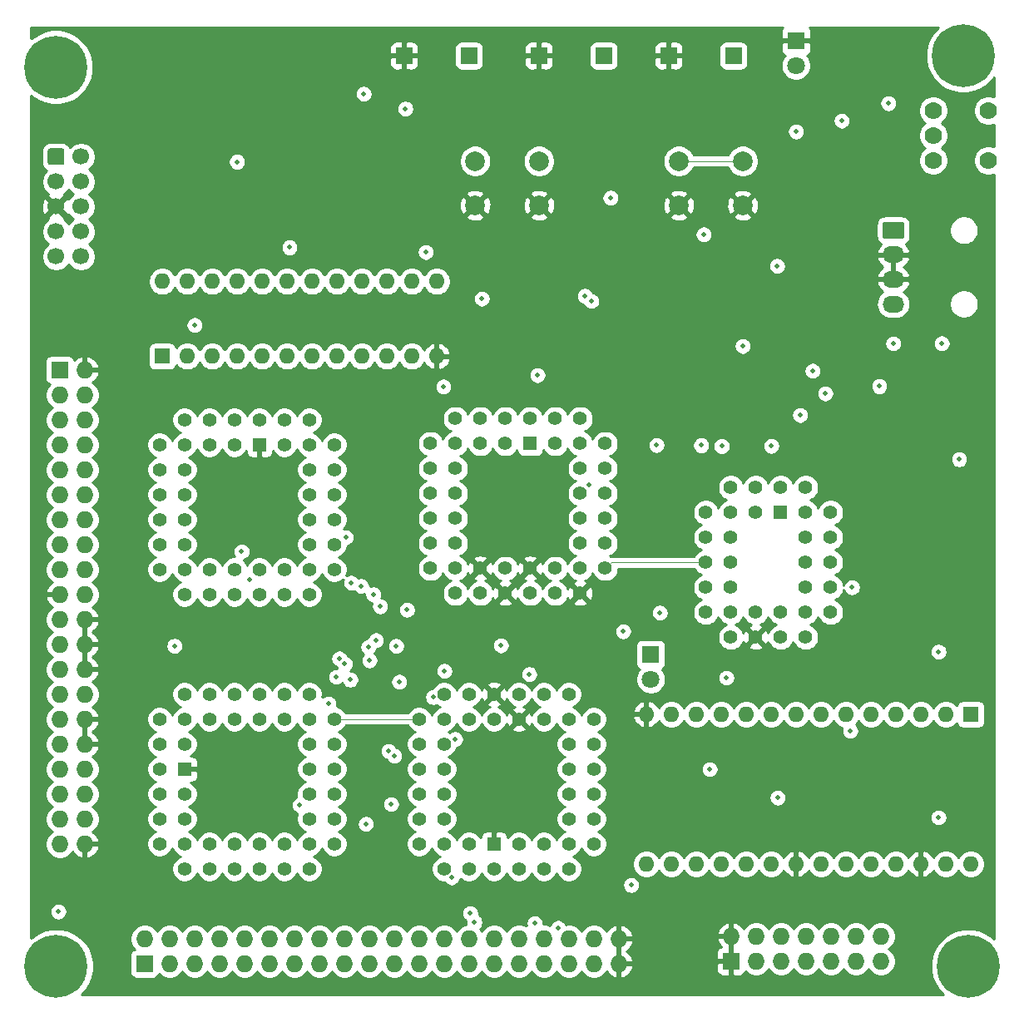
<source format=gbr>
G04 #@! TF.GenerationSoftware,KiCad,Pcbnew,5.1.5+dfsg1-2build2*
G04 #@! TF.CreationDate,2021-07-25T17:31:02+01:00*
G04 #@! TF.ProjectId,pluto,706c7574-6f2e-46b6-9963-61645f706362,rev?*
G04 #@! TF.SameCoordinates,Original*
G04 #@! TF.FileFunction,Copper,L2,Inr*
G04 #@! TF.FilePolarity,Positive*
%FSLAX46Y46*%
G04 Gerber Fmt 4.6, Leading zero omitted, Abs format (unit mm)*
G04 Created by KiCad (PCBNEW 5.1.5+dfsg1-2build2) date 2021-07-25 17:31:02*
%MOMM*%
%LPD*%
G04 APERTURE LIST*
%ADD10C,1.422400*%
%ADD11R,1.422400X1.422400*%
%ADD12C,1.700000*%
%ADD13C,0.100000*%
%ADD14R,1.800000X1.800000*%
%ADD15C,1.800000*%
%ADD16C,1.778000*%
%ADD17O,2.200000X1.700000*%
%ADD18R,1.727200X1.727200*%
%ADD19O,1.727200X1.727200*%
%ADD20C,6.400000*%
%ADD21C,2.000000*%
%ADD22O,1.600000X1.600000*%
%ADD23R,1.600000X1.600000*%
%ADD24R,1.700000X1.700000*%
%ADD25C,0.500000*%
%ADD26C,0.150000*%
%ADD27C,0.254000*%
G04 APERTURE END LIST*
D10*
X114300000Y-83185000D03*
X114300000Y-85725000D03*
X114300000Y-88265000D03*
X114300000Y-90805000D03*
X114300000Y-93345000D03*
X111760000Y-80645000D03*
X111760000Y-85725000D03*
X111760000Y-88265000D03*
X111760000Y-90805000D03*
X111760000Y-93345000D03*
X111760000Y-95885000D03*
X111760000Y-98425000D03*
X109220000Y-98425000D03*
X106680000Y-98425000D03*
X104140000Y-98425000D03*
X101600000Y-98425000D03*
X99060000Y-98425000D03*
X114300000Y-95885000D03*
X109220000Y-95885000D03*
X106680000Y-95885000D03*
X104140000Y-95885000D03*
X101600000Y-95885000D03*
X99060000Y-95885000D03*
X96520000Y-95885000D03*
X96520000Y-93345000D03*
X96520000Y-90805000D03*
X96520000Y-88265000D03*
X96520000Y-85725000D03*
X96520000Y-83185000D03*
X99060000Y-93345000D03*
X99060000Y-90805000D03*
X99060000Y-88265000D03*
X99060000Y-85725000D03*
X99060000Y-83185000D03*
X109220000Y-80645000D03*
X106680000Y-80645000D03*
X99060000Y-80645000D03*
X101600000Y-80645000D03*
X104140000Y-80645000D03*
X111760000Y-83185000D03*
X109220000Y-83185000D03*
X101600000Y-83185000D03*
X104140000Y-83185000D03*
D11*
X106680000Y-83185000D03*
D12*
X60960000Y-64135000D03*
X60960000Y-61595000D03*
X60960000Y-59055000D03*
X60960000Y-56515000D03*
X60960000Y-53975000D03*
X58420000Y-64135000D03*
X58420000Y-61595000D03*
X58420000Y-59055000D03*
X58420000Y-56515000D03*
G04 #@! TA.AperFunction,ViaPad*
D13*
G36*
X59044504Y-53126204D02*
G01*
X59068773Y-53129804D01*
X59092571Y-53135765D01*
X59115671Y-53144030D01*
X59137849Y-53154520D01*
X59158893Y-53167133D01*
X59178598Y-53181747D01*
X59196777Y-53198223D01*
X59213253Y-53216402D01*
X59227867Y-53236107D01*
X59240480Y-53257151D01*
X59250970Y-53279329D01*
X59259235Y-53302429D01*
X59265196Y-53326227D01*
X59268796Y-53350496D01*
X59270000Y-53375000D01*
X59270000Y-54575000D01*
X59268796Y-54599504D01*
X59265196Y-54623773D01*
X59259235Y-54647571D01*
X59250970Y-54670671D01*
X59240480Y-54692849D01*
X59227867Y-54713893D01*
X59213253Y-54733598D01*
X59196777Y-54751777D01*
X59178598Y-54768253D01*
X59158893Y-54782867D01*
X59137849Y-54795480D01*
X59115671Y-54805970D01*
X59092571Y-54814235D01*
X59068773Y-54820196D01*
X59044504Y-54823796D01*
X59020000Y-54825000D01*
X57820000Y-54825000D01*
X57795496Y-54823796D01*
X57771227Y-54820196D01*
X57747429Y-54814235D01*
X57724329Y-54805970D01*
X57702151Y-54795480D01*
X57681107Y-54782867D01*
X57661402Y-54768253D01*
X57643223Y-54751777D01*
X57626747Y-54733598D01*
X57612133Y-54713893D01*
X57599520Y-54692849D01*
X57589030Y-54670671D01*
X57580765Y-54647571D01*
X57574804Y-54623773D01*
X57571204Y-54599504D01*
X57570000Y-54575000D01*
X57570000Y-53375000D01*
X57571204Y-53350496D01*
X57574804Y-53326227D01*
X57580765Y-53302429D01*
X57589030Y-53279329D01*
X57599520Y-53257151D01*
X57612133Y-53236107D01*
X57626747Y-53216402D01*
X57643223Y-53198223D01*
X57661402Y-53181747D01*
X57681107Y-53167133D01*
X57702151Y-53154520D01*
X57724329Y-53144030D01*
X57747429Y-53135765D01*
X57771227Y-53129804D01*
X57795496Y-53126204D01*
X57820000Y-53125000D01*
X59020000Y-53125000D01*
X59044504Y-53126204D01*
G37*
G04 #@! TD.AperFunction*
D11*
X71501000Y-116332000D03*
D10*
X71501000Y-118872000D03*
X71501000Y-121412000D03*
X71501000Y-113792000D03*
X71501000Y-111252000D03*
X68961000Y-118872000D03*
X68961000Y-121412000D03*
X68961000Y-123952000D03*
X68961000Y-116332000D03*
X68961000Y-113792000D03*
X71501000Y-123952000D03*
X74041000Y-123952000D03*
X76581000Y-123952000D03*
X79121000Y-123952000D03*
X81661000Y-123952000D03*
X71501000Y-126492000D03*
X74041000Y-126492000D03*
X76581000Y-126492000D03*
X79121000Y-126492000D03*
X81661000Y-126492000D03*
X84201000Y-126492000D03*
X84201000Y-123952000D03*
X84201000Y-121412000D03*
X84201000Y-118872000D03*
X84201000Y-116332000D03*
X84201000Y-113792000D03*
X84201000Y-108712000D03*
X86741000Y-123952000D03*
X86741000Y-121412000D03*
X86741000Y-118872000D03*
X86741000Y-116332000D03*
X86741000Y-113792000D03*
X86741000Y-111252000D03*
X84201000Y-111252000D03*
X81661000Y-111252000D03*
X79121000Y-111252000D03*
X76581000Y-111252000D03*
X74041000Y-111252000D03*
X68961000Y-111252000D03*
X81661000Y-108712000D03*
X79121000Y-108712000D03*
X76581000Y-108712000D03*
X74041000Y-108712000D03*
X71501000Y-108712000D03*
X86741000Y-83312000D03*
X86741000Y-85852000D03*
X86741000Y-88392000D03*
X86741000Y-90932000D03*
X86741000Y-93472000D03*
X84201000Y-80772000D03*
X84201000Y-85852000D03*
X84201000Y-88392000D03*
X84201000Y-90932000D03*
X84201000Y-93472000D03*
X84201000Y-96012000D03*
X84201000Y-98552000D03*
X81661000Y-98552000D03*
X79121000Y-98552000D03*
X76581000Y-98552000D03*
X74041000Y-98552000D03*
X71501000Y-98552000D03*
X86741000Y-96012000D03*
X81661000Y-96012000D03*
X79121000Y-96012000D03*
X76581000Y-96012000D03*
X74041000Y-96012000D03*
X71501000Y-96012000D03*
X68961000Y-96012000D03*
X68961000Y-93472000D03*
X68961000Y-90932000D03*
X68961000Y-88392000D03*
X68961000Y-85852000D03*
X68961000Y-83312000D03*
X71501000Y-93472000D03*
X71501000Y-90932000D03*
X71501000Y-88392000D03*
X71501000Y-85852000D03*
X71501000Y-83312000D03*
X81661000Y-80772000D03*
X79121000Y-80772000D03*
X71501000Y-80772000D03*
X74041000Y-80772000D03*
X76581000Y-80772000D03*
X84201000Y-83312000D03*
X81661000Y-83312000D03*
X74041000Y-83312000D03*
X76581000Y-83312000D03*
D11*
X79121000Y-83312000D03*
D14*
X118948000Y-104648000D03*
D15*
X118948000Y-107188000D03*
D14*
X133731000Y-42164000D03*
D15*
X133731000Y-44704000D03*
D16*
X153289000Y-54356000D03*
X153289000Y-49276000D03*
X147701000Y-54356000D03*
X147701000Y-51816000D03*
X147701000Y-49276000D03*
G04 #@! TA.AperFunction,ViaPad*
D13*
G36*
X144511504Y-60619204D02*
G01*
X144535773Y-60622804D01*
X144559571Y-60628765D01*
X144582671Y-60637030D01*
X144604849Y-60647520D01*
X144625893Y-60660133D01*
X144645598Y-60674747D01*
X144663777Y-60691223D01*
X144680253Y-60709402D01*
X144694867Y-60729107D01*
X144707480Y-60750151D01*
X144717970Y-60772329D01*
X144726235Y-60795429D01*
X144732196Y-60819227D01*
X144735796Y-60843496D01*
X144737000Y-60868000D01*
X144737000Y-62068000D01*
X144735796Y-62092504D01*
X144732196Y-62116773D01*
X144726235Y-62140571D01*
X144717970Y-62163671D01*
X144707480Y-62185849D01*
X144694867Y-62206893D01*
X144680253Y-62226598D01*
X144663777Y-62244777D01*
X144645598Y-62261253D01*
X144625893Y-62275867D01*
X144604849Y-62288480D01*
X144582671Y-62298970D01*
X144559571Y-62307235D01*
X144535773Y-62313196D01*
X144511504Y-62316796D01*
X144487000Y-62318000D01*
X142787000Y-62318000D01*
X142762496Y-62316796D01*
X142738227Y-62313196D01*
X142714429Y-62307235D01*
X142691329Y-62298970D01*
X142669151Y-62288480D01*
X142648107Y-62275867D01*
X142628402Y-62261253D01*
X142610223Y-62244777D01*
X142593747Y-62226598D01*
X142579133Y-62206893D01*
X142566520Y-62185849D01*
X142556030Y-62163671D01*
X142547765Y-62140571D01*
X142541804Y-62116773D01*
X142538204Y-62092504D01*
X142537000Y-62068000D01*
X142537000Y-60868000D01*
X142538204Y-60843496D01*
X142541804Y-60819227D01*
X142547765Y-60795429D01*
X142556030Y-60772329D01*
X142566520Y-60750151D01*
X142579133Y-60729107D01*
X142593747Y-60709402D01*
X142610223Y-60691223D01*
X142628402Y-60674747D01*
X142648107Y-60660133D01*
X142669151Y-60647520D01*
X142691329Y-60637030D01*
X142714429Y-60628765D01*
X142738227Y-60622804D01*
X142762496Y-60619204D01*
X142787000Y-60618000D01*
X144487000Y-60618000D01*
X144511504Y-60619204D01*
G37*
G04 #@! TD.AperFunction*
D17*
X143637000Y-63968000D03*
X143637000Y-66468000D03*
X143637000Y-68968000D03*
D18*
X127127000Y-135890000D03*
D19*
X127127000Y-133350000D03*
X129667000Y-135890000D03*
X129667000Y-133350000D03*
X132207000Y-135890000D03*
X132207000Y-133350000D03*
X134747000Y-135890000D03*
X134747000Y-133350000D03*
X137287000Y-135890000D03*
X137287000Y-133350000D03*
X139827000Y-135890000D03*
X139827000Y-133350000D03*
X142367000Y-135890000D03*
X142367000Y-133350000D03*
D20*
X58394600Y-44856400D03*
X150749000Y-43688000D03*
X151257000Y-136398000D03*
X58420000Y-136398000D03*
D18*
X58801000Y-75692000D03*
D19*
X61341000Y-75692000D03*
X58801000Y-78232000D03*
X61341000Y-78232000D03*
X58801000Y-80772000D03*
X61341000Y-80772000D03*
X58801000Y-83312000D03*
X61341000Y-83312000D03*
X58801000Y-85852000D03*
X61341000Y-85852000D03*
X58801000Y-88392000D03*
X61341000Y-88392000D03*
X58801000Y-90932000D03*
X61341000Y-90932000D03*
X58801000Y-93472000D03*
X61341000Y-93472000D03*
X58801000Y-96012000D03*
X61341000Y-96012000D03*
X58801000Y-98552000D03*
X61341000Y-98552000D03*
X58801000Y-101092000D03*
X61341000Y-101092000D03*
X58801000Y-103632000D03*
X61341000Y-103632000D03*
X58801000Y-106172000D03*
X61341000Y-106172000D03*
X58801000Y-108712000D03*
X61341000Y-108712000D03*
X58801000Y-111252000D03*
X61341000Y-111252000D03*
X58801000Y-113792000D03*
X61341000Y-113792000D03*
X58801000Y-116332000D03*
X61341000Y-116332000D03*
X58801000Y-118872000D03*
X61341000Y-118872000D03*
X58801000Y-121412000D03*
X61341000Y-121412000D03*
X58801000Y-123952000D03*
X61341000Y-123952000D03*
D21*
X128293000Y-54428000D03*
X128293000Y-58928000D03*
X121793000Y-54428000D03*
X121793000Y-58928000D03*
X101069000Y-58928000D03*
X101069000Y-54428000D03*
X107569000Y-58928000D03*
X107569000Y-54428000D03*
D10*
X95377000Y-123952000D03*
X95377000Y-121412000D03*
X95377000Y-118872000D03*
X95377000Y-116332000D03*
X95377000Y-113792000D03*
X97917000Y-126492000D03*
X97917000Y-121412000D03*
X97917000Y-118872000D03*
X97917000Y-116332000D03*
X97917000Y-113792000D03*
X97917000Y-111252000D03*
X97917000Y-108712000D03*
X100457000Y-108712000D03*
X102997000Y-108712000D03*
X105537000Y-108712000D03*
X108077000Y-108712000D03*
X110617000Y-108712000D03*
X95377000Y-111252000D03*
X100457000Y-111252000D03*
X102997000Y-111252000D03*
X105537000Y-111252000D03*
X108077000Y-111252000D03*
X110617000Y-111252000D03*
X113157000Y-111252000D03*
X113157000Y-113792000D03*
X113157000Y-116332000D03*
X113157000Y-118872000D03*
X113157000Y-121412000D03*
X113157000Y-123952000D03*
X110617000Y-113792000D03*
X110617000Y-116332000D03*
X110617000Y-118872000D03*
X110617000Y-121412000D03*
X110617000Y-123952000D03*
X100457000Y-126492000D03*
X102997000Y-126492000D03*
X110617000Y-126492000D03*
X108077000Y-126492000D03*
X105537000Y-126492000D03*
X97917000Y-123952000D03*
X100457000Y-123952000D03*
X108077000Y-123952000D03*
X105537000Y-123952000D03*
D11*
X102997000Y-123952000D03*
D22*
X151511000Y-125984000D03*
X118491000Y-110744000D03*
X148971000Y-125984000D03*
X121031000Y-110744000D03*
X146431000Y-125984000D03*
X123571000Y-110744000D03*
X143891000Y-125984000D03*
X126111000Y-110744000D03*
X141351000Y-125984000D03*
X128651000Y-110744000D03*
X138811000Y-125984000D03*
X131191000Y-110744000D03*
X136271000Y-125984000D03*
X133731000Y-110744000D03*
X133731000Y-125984000D03*
X136271000Y-110744000D03*
X131191000Y-125984000D03*
X138811000Y-110744000D03*
X128651000Y-125984000D03*
X141351000Y-110744000D03*
X126111000Y-125984000D03*
X143891000Y-110744000D03*
X123571000Y-125984000D03*
X146431000Y-110744000D03*
X121031000Y-125984000D03*
X148971000Y-110744000D03*
X118491000Y-125984000D03*
D23*
X151511000Y-110744000D03*
X69215000Y-74295000D03*
D22*
X97155000Y-66675000D03*
X71755000Y-74295000D03*
X94615000Y-66675000D03*
X74295000Y-74295000D03*
X92075000Y-66675000D03*
X76835000Y-74295000D03*
X89535000Y-66675000D03*
X79375000Y-74295000D03*
X86995000Y-66675000D03*
X81915000Y-74295000D03*
X84455000Y-66675000D03*
X84455000Y-74295000D03*
X81915000Y-66675000D03*
X86995000Y-74295000D03*
X79375000Y-66675000D03*
X89535000Y-74295000D03*
X76835000Y-66675000D03*
X92075000Y-74295000D03*
X74295000Y-66675000D03*
X94615000Y-74295000D03*
X71755000Y-66675000D03*
X97155000Y-74295000D03*
X69215000Y-66675000D03*
D24*
X127381000Y-43688000D03*
X120777000Y-43688000D03*
X114173000Y-43688000D03*
X107569000Y-43688000D03*
X100457000Y-43688000D03*
X93853000Y-43688000D03*
D10*
X134706300Y-90198600D03*
X132166300Y-87658600D03*
X134706300Y-87658600D03*
X134706300Y-92738600D03*
X134706300Y-95278600D03*
X134706300Y-97818600D03*
X134706300Y-100358600D03*
X134706300Y-102898600D03*
X132166300Y-102898600D03*
X137246300Y-90198600D03*
X137246300Y-92738600D03*
X137246300Y-95278600D03*
X137246300Y-97818600D03*
X137246300Y-100358600D03*
X132166300Y-100358600D03*
X129626300Y-100358600D03*
X127086300Y-100358600D03*
X124546300Y-100358600D03*
X124546300Y-97818600D03*
X124546300Y-95278600D03*
X124546300Y-92738600D03*
X129626300Y-102898600D03*
X127086300Y-102898600D03*
X127086300Y-97818600D03*
X127086300Y-95278600D03*
X127086300Y-92738600D03*
X127086300Y-90198600D03*
X127086300Y-87658600D03*
X129626300Y-87658600D03*
X124546300Y-90198600D03*
X129626300Y-90198600D03*
D11*
X132166300Y-90198600D03*
D18*
X67437000Y-136144000D03*
D19*
X67437000Y-133604000D03*
X69977000Y-136144000D03*
X69977000Y-133604000D03*
X72517000Y-136144000D03*
X72517000Y-133604000D03*
X75057000Y-136144000D03*
X75057000Y-133604000D03*
X77597000Y-136144000D03*
X77597000Y-133604000D03*
X80137000Y-136144000D03*
X80137000Y-133604000D03*
X82677000Y-136144000D03*
X82677000Y-133604000D03*
X85217000Y-136144000D03*
X85217000Y-133604000D03*
X87757000Y-136144000D03*
X87757000Y-133604000D03*
X90297000Y-136144000D03*
X90297000Y-133604000D03*
X92837000Y-136144000D03*
X92837000Y-133604000D03*
X95377000Y-136144000D03*
X95377000Y-133604000D03*
X97917000Y-136144000D03*
X97917000Y-133604000D03*
X100457000Y-136144000D03*
X100457000Y-133604000D03*
X102997000Y-136144000D03*
X102997000Y-133604000D03*
X105537000Y-136144000D03*
X105537000Y-133604000D03*
X108077000Y-136144000D03*
X108077000Y-133604000D03*
X110617000Y-136144000D03*
X110617000Y-133604000D03*
X113157000Y-136144000D03*
X113157000Y-133604000D03*
X115697000Y-136144000D03*
X115697000Y-133604000D03*
D25*
X146189000Y-121757000D03*
X141811000Y-78314400D03*
X138376000Y-46868300D03*
X111322000Y-57907100D03*
X121285000Y-68779100D03*
X134493000Y-70258500D03*
X143129000Y-46501300D03*
X123978000Y-78275100D03*
X129163000Y-82723400D03*
X126873000Y-70297500D03*
X136057000Y-81049700D03*
X88314000Y-49530000D03*
X89945800Y-119837000D03*
X146196000Y-104450000D03*
X75057000Y-71120000D03*
X143617000Y-82020600D03*
X140628000Y-102100000D03*
X127269000Y-80325700D03*
X147188000Y-77844200D03*
X92383700Y-51008600D03*
X105377000Y-76693200D03*
X73478000Y-103631000D03*
X68404800Y-103771000D03*
X129649000Y-63813900D03*
X148567000Y-72981700D03*
X143617000Y-72987800D03*
X70459800Y-103771000D03*
X119541000Y-83347100D03*
X135407000Y-75770300D03*
X131823000Y-65082900D03*
X89740000Y-47556400D03*
X93980000Y-49080100D03*
X124333000Y-61883300D03*
X126162000Y-83443800D03*
X133731000Y-51423900D03*
X143129000Y-48551400D03*
X131850000Y-119245000D03*
X58653100Y-130840000D03*
X124946000Y-116341000D03*
X148254000Y-104378000D03*
X89935300Y-121901000D03*
X107414000Y-76221200D03*
X131220000Y-83431800D03*
X150333000Y-84794100D03*
X148248000Y-121251000D03*
X76835000Y-54491300D03*
X101757000Y-68434000D03*
X126656000Y-107028000D03*
X72517000Y-71120000D03*
X136713000Y-78076500D03*
X142205000Y-77344400D03*
X114850000Y-58143500D03*
X124080000Y-83356600D03*
X138371000Y-50315600D03*
X134135000Y-80279400D03*
X93345400Y-107433000D03*
X92523600Y-119892000D03*
X97837400Y-77382900D03*
X128295000Y-73253500D03*
X88466800Y-97356500D03*
X86933100Y-106940000D03*
X87805000Y-105621000D03*
X89472800Y-97683800D03*
X98677700Y-127354000D03*
X139248000Y-112444000D03*
X107119000Y-132037000D03*
X112673000Y-87382700D03*
X109505000Y-132501000D03*
X92848300Y-114958000D03*
X92255300Y-114497000D03*
X96788400Y-109009000D03*
X90979500Y-103200000D03*
X99036900Y-113269000D03*
X90191100Y-103877000D03*
X78138800Y-97034800D03*
X87917700Y-92731000D03*
X93035200Y-103778000D03*
X119882000Y-100396000D03*
X97945500Y-106321000D03*
X91398700Y-99774100D03*
X116145000Y-102312000D03*
X90690500Y-98524700D03*
X77306900Y-94175000D03*
X100577000Y-130997000D03*
X86125000Y-109649000D03*
X139444000Y-97818600D03*
X82173700Y-63206600D03*
X94147100Y-100106000D03*
X88367700Y-107227000D03*
X87233400Y-105070000D03*
X90316700Y-105276000D03*
X103696000Y-103728000D03*
X106577000Y-106650000D03*
X83220600Y-119997000D03*
X101007000Y-131912000D03*
X116946000Y-128144000D03*
X112885000Y-68669900D03*
X96035100Y-63688100D03*
X112243000Y-68140600D03*
D26*
X124546000Y-95278600D02*
X124546300Y-95278600D01*
D13*
X124546000Y-95278600D02*
X114906000Y-95278600D01*
X114906000Y-95278600D02*
X114300000Y-95885000D01*
X86741000Y-111252000D02*
X95377000Y-111252000D01*
X121793000Y-54428000D02*
X128293000Y-54428000D01*
D27*
G36*
X132300463Y-40909506D02*
G01*
X132241498Y-41019820D01*
X132205188Y-41139518D01*
X132192928Y-41264000D01*
X132196000Y-41878250D01*
X132354750Y-42037000D01*
X133604000Y-42037000D01*
X133604000Y-42017000D01*
X133858000Y-42017000D01*
X133858000Y-42037000D01*
X135107250Y-42037000D01*
X135266000Y-41878250D01*
X135269072Y-41264000D01*
X135256812Y-41139518D01*
X135220502Y-41019820D01*
X135161537Y-40909506D01*
X135085620Y-40817000D01*
X148196491Y-40817000D01*
X147770161Y-41243330D01*
X147350467Y-41871446D01*
X147061377Y-42569372D01*
X146914000Y-43310285D01*
X146914000Y-44065715D01*
X147061377Y-44806628D01*
X147350467Y-45504554D01*
X147770161Y-46132670D01*
X148304330Y-46666839D01*
X148932446Y-47086533D01*
X149630372Y-47375623D01*
X150371285Y-47523000D01*
X151126715Y-47523000D01*
X151867628Y-47375623D01*
X152565554Y-47086533D01*
X153193670Y-46666839D01*
X153727839Y-46132670D01*
X153874000Y-45913925D01*
X153874000Y-47868749D01*
X153733534Y-47810566D01*
X153439101Y-47752000D01*
X153138899Y-47752000D01*
X152844466Y-47810566D01*
X152567115Y-47925449D01*
X152317507Y-48092232D01*
X152105232Y-48304507D01*
X151938449Y-48554115D01*
X151823566Y-48831466D01*
X151765000Y-49125899D01*
X151765000Y-49426101D01*
X151823566Y-49720534D01*
X151938449Y-49997885D01*
X152105232Y-50247493D01*
X152317507Y-50459768D01*
X152567115Y-50626551D01*
X152844466Y-50741434D01*
X153138899Y-50800000D01*
X153439101Y-50800000D01*
X153733534Y-50741434D01*
X153874000Y-50683251D01*
X153874000Y-52948749D01*
X153733534Y-52890566D01*
X153439101Y-52832000D01*
X153138899Y-52832000D01*
X152844466Y-52890566D01*
X152567115Y-53005449D01*
X152317507Y-53172232D01*
X152105232Y-53384507D01*
X151938449Y-53634115D01*
X151823566Y-53911466D01*
X151765000Y-54205899D01*
X151765000Y-54506101D01*
X151823566Y-54800534D01*
X151938449Y-55077885D01*
X152105232Y-55327493D01*
X152317507Y-55539768D01*
X152567115Y-55706551D01*
X152844466Y-55821434D01*
X153138899Y-55880000D01*
X153439101Y-55880000D01*
X153733534Y-55821434D01*
X153874000Y-55763251D01*
X153874001Y-133591492D01*
X153701670Y-133419161D01*
X153073554Y-132999467D01*
X152375628Y-132710377D01*
X151634715Y-132563000D01*
X150879285Y-132563000D01*
X150138372Y-132710377D01*
X149440446Y-132999467D01*
X148812330Y-133419161D01*
X148278161Y-133953330D01*
X147858467Y-134581446D01*
X147569377Y-135279372D01*
X147422000Y-136020285D01*
X147422000Y-136775715D01*
X147569377Y-137516628D01*
X147858467Y-138214554D01*
X148278161Y-138842670D01*
X148704491Y-139269000D01*
X60972509Y-139269000D01*
X61398839Y-138842670D01*
X61818533Y-138214554D01*
X62107623Y-137516628D01*
X62255000Y-136775715D01*
X62255000Y-136020285D01*
X62107828Y-135280400D01*
X65935328Y-135280400D01*
X65935328Y-137007600D01*
X65947588Y-137132082D01*
X65983898Y-137251780D01*
X66042863Y-137362094D01*
X66122215Y-137458785D01*
X66218906Y-137538137D01*
X66329220Y-137597102D01*
X66448918Y-137633412D01*
X66573400Y-137645672D01*
X68300600Y-137645672D01*
X68425082Y-137633412D01*
X68544780Y-137597102D01*
X68655094Y-137538137D01*
X68751785Y-137458785D01*
X68831137Y-137362094D01*
X68890102Y-137251780D01*
X68907636Y-137193977D01*
X69021698Y-137308039D01*
X69267147Y-137472042D01*
X69539875Y-137585010D01*
X69829401Y-137642600D01*
X70124599Y-137642600D01*
X70414125Y-137585010D01*
X70686853Y-137472042D01*
X70932302Y-137308039D01*
X71141039Y-137099302D01*
X71247000Y-136940719D01*
X71352961Y-137099302D01*
X71561698Y-137308039D01*
X71807147Y-137472042D01*
X72079875Y-137585010D01*
X72369401Y-137642600D01*
X72664599Y-137642600D01*
X72954125Y-137585010D01*
X73226853Y-137472042D01*
X73472302Y-137308039D01*
X73681039Y-137099302D01*
X73787000Y-136940719D01*
X73892961Y-137099302D01*
X74101698Y-137308039D01*
X74347147Y-137472042D01*
X74619875Y-137585010D01*
X74909401Y-137642600D01*
X75204599Y-137642600D01*
X75494125Y-137585010D01*
X75766853Y-137472042D01*
X76012302Y-137308039D01*
X76221039Y-137099302D01*
X76327000Y-136940719D01*
X76432961Y-137099302D01*
X76641698Y-137308039D01*
X76887147Y-137472042D01*
X77159875Y-137585010D01*
X77449401Y-137642600D01*
X77744599Y-137642600D01*
X78034125Y-137585010D01*
X78306853Y-137472042D01*
X78552302Y-137308039D01*
X78761039Y-137099302D01*
X78867000Y-136940719D01*
X78972961Y-137099302D01*
X79181698Y-137308039D01*
X79427147Y-137472042D01*
X79699875Y-137585010D01*
X79989401Y-137642600D01*
X80284599Y-137642600D01*
X80574125Y-137585010D01*
X80846853Y-137472042D01*
X81092302Y-137308039D01*
X81301039Y-137099302D01*
X81407000Y-136940719D01*
X81512961Y-137099302D01*
X81721698Y-137308039D01*
X81967147Y-137472042D01*
X82239875Y-137585010D01*
X82529401Y-137642600D01*
X82824599Y-137642600D01*
X83114125Y-137585010D01*
X83386853Y-137472042D01*
X83632302Y-137308039D01*
X83841039Y-137099302D01*
X83947000Y-136940719D01*
X84052961Y-137099302D01*
X84261698Y-137308039D01*
X84507147Y-137472042D01*
X84779875Y-137585010D01*
X85069401Y-137642600D01*
X85364599Y-137642600D01*
X85654125Y-137585010D01*
X85926853Y-137472042D01*
X86172302Y-137308039D01*
X86381039Y-137099302D01*
X86487000Y-136940719D01*
X86592961Y-137099302D01*
X86801698Y-137308039D01*
X87047147Y-137472042D01*
X87319875Y-137585010D01*
X87609401Y-137642600D01*
X87904599Y-137642600D01*
X88194125Y-137585010D01*
X88466853Y-137472042D01*
X88712302Y-137308039D01*
X88921039Y-137099302D01*
X89027000Y-136940719D01*
X89132961Y-137099302D01*
X89341698Y-137308039D01*
X89587147Y-137472042D01*
X89859875Y-137585010D01*
X90149401Y-137642600D01*
X90444599Y-137642600D01*
X90734125Y-137585010D01*
X91006853Y-137472042D01*
X91252302Y-137308039D01*
X91461039Y-137099302D01*
X91567000Y-136940719D01*
X91672961Y-137099302D01*
X91881698Y-137308039D01*
X92127147Y-137472042D01*
X92399875Y-137585010D01*
X92689401Y-137642600D01*
X92984599Y-137642600D01*
X93274125Y-137585010D01*
X93546853Y-137472042D01*
X93792302Y-137308039D01*
X94001039Y-137099302D01*
X94107000Y-136940719D01*
X94212961Y-137099302D01*
X94421698Y-137308039D01*
X94667147Y-137472042D01*
X94939875Y-137585010D01*
X95229401Y-137642600D01*
X95524599Y-137642600D01*
X95814125Y-137585010D01*
X96086853Y-137472042D01*
X96332302Y-137308039D01*
X96541039Y-137099302D01*
X96647000Y-136940719D01*
X96752961Y-137099302D01*
X96961698Y-137308039D01*
X97207147Y-137472042D01*
X97479875Y-137585010D01*
X97769401Y-137642600D01*
X98064599Y-137642600D01*
X98354125Y-137585010D01*
X98626853Y-137472042D01*
X98872302Y-137308039D01*
X99081039Y-137099302D01*
X99187000Y-136940719D01*
X99292961Y-137099302D01*
X99501698Y-137308039D01*
X99747147Y-137472042D01*
X100019875Y-137585010D01*
X100309401Y-137642600D01*
X100604599Y-137642600D01*
X100894125Y-137585010D01*
X101166853Y-137472042D01*
X101412302Y-137308039D01*
X101621039Y-137099302D01*
X101727000Y-136940719D01*
X101832961Y-137099302D01*
X102041698Y-137308039D01*
X102287147Y-137472042D01*
X102559875Y-137585010D01*
X102849401Y-137642600D01*
X103144599Y-137642600D01*
X103434125Y-137585010D01*
X103706853Y-137472042D01*
X103952302Y-137308039D01*
X104161039Y-137099302D01*
X104267000Y-136940719D01*
X104372961Y-137099302D01*
X104581698Y-137308039D01*
X104827147Y-137472042D01*
X105099875Y-137585010D01*
X105389401Y-137642600D01*
X105684599Y-137642600D01*
X105974125Y-137585010D01*
X106246853Y-137472042D01*
X106492302Y-137308039D01*
X106701039Y-137099302D01*
X106807000Y-136940719D01*
X106912961Y-137099302D01*
X107121698Y-137308039D01*
X107367147Y-137472042D01*
X107639875Y-137585010D01*
X107929401Y-137642600D01*
X108224599Y-137642600D01*
X108514125Y-137585010D01*
X108786853Y-137472042D01*
X109032302Y-137308039D01*
X109241039Y-137099302D01*
X109347000Y-136940719D01*
X109452961Y-137099302D01*
X109661698Y-137308039D01*
X109907147Y-137472042D01*
X110179875Y-137585010D01*
X110469401Y-137642600D01*
X110764599Y-137642600D01*
X111054125Y-137585010D01*
X111326853Y-137472042D01*
X111572302Y-137308039D01*
X111781039Y-137099302D01*
X111887000Y-136940719D01*
X111992961Y-137099302D01*
X112201698Y-137308039D01*
X112447147Y-137472042D01*
X112719875Y-137585010D01*
X113009401Y-137642600D01*
X113304599Y-137642600D01*
X113594125Y-137585010D01*
X113866853Y-137472042D01*
X114112302Y-137308039D01*
X114321039Y-137099302D01*
X114431559Y-136933897D01*
X114490183Y-137032488D01*
X114686707Y-137250854D01*
X114922056Y-137426684D01*
X115187186Y-137553222D01*
X115337974Y-137598958D01*
X115570000Y-137477817D01*
X115570000Y-136271000D01*
X115824000Y-136271000D01*
X115824000Y-137477817D01*
X116056026Y-137598958D01*
X116206814Y-137553222D01*
X116471944Y-137426684D01*
X116707293Y-137250854D01*
X116903817Y-137032488D01*
X117053964Y-136779978D01*
X117063297Y-136753600D01*
X125625328Y-136753600D01*
X125637588Y-136878082D01*
X125673898Y-136997780D01*
X125732863Y-137108094D01*
X125812215Y-137204785D01*
X125908906Y-137284137D01*
X126019220Y-137343102D01*
X126138918Y-137379412D01*
X126263400Y-137391672D01*
X126841250Y-137388600D01*
X127000000Y-137229850D01*
X127000000Y-136017000D01*
X125787150Y-136017000D01*
X125628400Y-136175750D01*
X125625328Y-136753600D01*
X117063297Y-136753600D01*
X117151963Y-136503027D01*
X117031464Y-136271000D01*
X115824000Y-136271000D01*
X115570000Y-136271000D01*
X115550000Y-136271000D01*
X115550000Y-136017000D01*
X115570000Y-136017000D01*
X115570000Y-133731000D01*
X115824000Y-133731000D01*
X115824000Y-136017000D01*
X117031464Y-136017000D01*
X117151963Y-135784973D01*
X117053964Y-135508022D01*
X116903817Y-135255512D01*
X116707293Y-135037146D01*
X116692910Y-135026400D01*
X125625328Y-135026400D01*
X125628400Y-135604250D01*
X125787150Y-135763000D01*
X127000000Y-135763000D01*
X127000000Y-133477000D01*
X125792536Y-133477000D01*
X125672037Y-133709027D01*
X125770036Y-133985978D01*
X125920183Y-134238488D01*
X126081692Y-134417947D01*
X126019220Y-134436898D01*
X125908906Y-134495863D01*
X125812215Y-134575215D01*
X125732863Y-134671906D01*
X125673898Y-134782220D01*
X125637588Y-134901918D01*
X125625328Y-135026400D01*
X116692910Y-135026400D01*
X116488922Y-134874000D01*
X116707293Y-134710854D01*
X116903817Y-134492488D01*
X117053964Y-134239978D01*
X117151963Y-133963027D01*
X117031464Y-133731000D01*
X115824000Y-133731000D01*
X115570000Y-133731000D01*
X115550000Y-133731000D01*
X115550000Y-133477000D01*
X115570000Y-133477000D01*
X115570000Y-132270183D01*
X115824000Y-132270183D01*
X115824000Y-133477000D01*
X117031464Y-133477000D01*
X117151963Y-133244973D01*
X117062086Y-132990973D01*
X125672037Y-132990973D01*
X125792536Y-133223000D01*
X127000000Y-133223000D01*
X127000000Y-132016183D01*
X127254000Y-132016183D01*
X127254000Y-133223000D01*
X127274000Y-133223000D01*
X127274000Y-133477000D01*
X127254000Y-133477000D01*
X127254000Y-135763000D01*
X127274000Y-135763000D01*
X127274000Y-136017000D01*
X127254000Y-136017000D01*
X127254000Y-137229850D01*
X127412750Y-137388600D01*
X127990600Y-137391672D01*
X128115082Y-137379412D01*
X128234780Y-137343102D01*
X128345094Y-137284137D01*
X128441785Y-137204785D01*
X128521137Y-137108094D01*
X128580102Y-136997780D01*
X128597636Y-136939977D01*
X128711698Y-137054039D01*
X128957147Y-137218042D01*
X129229875Y-137331010D01*
X129519401Y-137388600D01*
X129814599Y-137388600D01*
X130104125Y-137331010D01*
X130376853Y-137218042D01*
X130622302Y-137054039D01*
X130831039Y-136845302D01*
X130937000Y-136686719D01*
X131042961Y-136845302D01*
X131251698Y-137054039D01*
X131497147Y-137218042D01*
X131769875Y-137331010D01*
X132059401Y-137388600D01*
X132354599Y-137388600D01*
X132644125Y-137331010D01*
X132916853Y-137218042D01*
X133162302Y-137054039D01*
X133371039Y-136845302D01*
X133477000Y-136686719D01*
X133582961Y-136845302D01*
X133791698Y-137054039D01*
X134037147Y-137218042D01*
X134309875Y-137331010D01*
X134599401Y-137388600D01*
X134894599Y-137388600D01*
X135184125Y-137331010D01*
X135456853Y-137218042D01*
X135702302Y-137054039D01*
X135911039Y-136845302D01*
X136017000Y-136686719D01*
X136122961Y-136845302D01*
X136331698Y-137054039D01*
X136577147Y-137218042D01*
X136849875Y-137331010D01*
X137139401Y-137388600D01*
X137434599Y-137388600D01*
X137724125Y-137331010D01*
X137996853Y-137218042D01*
X138242302Y-137054039D01*
X138451039Y-136845302D01*
X138557000Y-136686719D01*
X138662961Y-136845302D01*
X138871698Y-137054039D01*
X139117147Y-137218042D01*
X139389875Y-137331010D01*
X139679401Y-137388600D01*
X139974599Y-137388600D01*
X140264125Y-137331010D01*
X140536853Y-137218042D01*
X140782302Y-137054039D01*
X140991039Y-136845302D01*
X141097000Y-136686719D01*
X141202961Y-136845302D01*
X141411698Y-137054039D01*
X141657147Y-137218042D01*
X141929875Y-137331010D01*
X142219401Y-137388600D01*
X142514599Y-137388600D01*
X142804125Y-137331010D01*
X143076853Y-137218042D01*
X143322302Y-137054039D01*
X143531039Y-136845302D01*
X143695042Y-136599853D01*
X143808010Y-136327125D01*
X143865600Y-136037599D01*
X143865600Y-135742401D01*
X143808010Y-135452875D01*
X143695042Y-135180147D01*
X143531039Y-134934698D01*
X143322302Y-134725961D01*
X143163719Y-134620000D01*
X143322302Y-134514039D01*
X143531039Y-134305302D01*
X143695042Y-134059853D01*
X143808010Y-133787125D01*
X143865600Y-133497599D01*
X143865600Y-133202401D01*
X143808010Y-132912875D01*
X143695042Y-132640147D01*
X143531039Y-132394698D01*
X143322302Y-132185961D01*
X143076853Y-132021958D01*
X142804125Y-131908990D01*
X142514599Y-131851400D01*
X142219401Y-131851400D01*
X141929875Y-131908990D01*
X141657147Y-132021958D01*
X141411698Y-132185961D01*
X141202961Y-132394698D01*
X141097000Y-132553281D01*
X140991039Y-132394698D01*
X140782302Y-132185961D01*
X140536853Y-132021958D01*
X140264125Y-131908990D01*
X139974599Y-131851400D01*
X139679401Y-131851400D01*
X139389875Y-131908990D01*
X139117147Y-132021958D01*
X138871698Y-132185961D01*
X138662961Y-132394698D01*
X138557000Y-132553281D01*
X138451039Y-132394698D01*
X138242302Y-132185961D01*
X137996853Y-132021958D01*
X137724125Y-131908990D01*
X137434599Y-131851400D01*
X137139401Y-131851400D01*
X136849875Y-131908990D01*
X136577147Y-132021958D01*
X136331698Y-132185961D01*
X136122961Y-132394698D01*
X136017000Y-132553281D01*
X135911039Y-132394698D01*
X135702302Y-132185961D01*
X135456853Y-132021958D01*
X135184125Y-131908990D01*
X134894599Y-131851400D01*
X134599401Y-131851400D01*
X134309875Y-131908990D01*
X134037147Y-132021958D01*
X133791698Y-132185961D01*
X133582961Y-132394698D01*
X133477000Y-132553281D01*
X133371039Y-132394698D01*
X133162302Y-132185961D01*
X132916853Y-132021958D01*
X132644125Y-131908990D01*
X132354599Y-131851400D01*
X132059401Y-131851400D01*
X131769875Y-131908990D01*
X131497147Y-132021958D01*
X131251698Y-132185961D01*
X131042961Y-132394698D01*
X130937000Y-132553281D01*
X130831039Y-132394698D01*
X130622302Y-132185961D01*
X130376853Y-132021958D01*
X130104125Y-131908990D01*
X129814599Y-131851400D01*
X129519401Y-131851400D01*
X129229875Y-131908990D01*
X128957147Y-132021958D01*
X128711698Y-132185961D01*
X128502961Y-132394698D01*
X128392441Y-132560103D01*
X128333817Y-132461512D01*
X128137293Y-132243146D01*
X127901944Y-132067316D01*
X127636814Y-131940778D01*
X127486026Y-131895042D01*
X127254000Y-132016183D01*
X127000000Y-132016183D01*
X126767974Y-131895042D01*
X126617186Y-131940778D01*
X126352056Y-132067316D01*
X126116707Y-132243146D01*
X125920183Y-132461512D01*
X125770036Y-132714022D01*
X125672037Y-132990973D01*
X117062086Y-132990973D01*
X117053964Y-132968022D01*
X116903817Y-132715512D01*
X116707293Y-132497146D01*
X116471944Y-132321316D01*
X116206814Y-132194778D01*
X116056026Y-132149042D01*
X115824000Y-132270183D01*
X115570000Y-132270183D01*
X115337974Y-132149042D01*
X115187186Y-132194778D01*
X114922056Y-132321316D01*
X114686707Y-132497146D01*
X114490183Y-132715512D01*
X114431559Y-132814103D01*
X114321039Y-132648698D01*
X114112302Y-132439961D01*
X113866853Y-132275958D01*
X113594125Y-132162990D01*
X113304599Y-132105400D01*
X113009401Y-132105400D01*
X112719875Y-132162990D01*
X112447147Y-132275958D01*
X112201698Y-132439961D01*
X111992961Y-132648698D01*
X111887000Y-132807281D01*
X111781039Y-132648698D01*
X111572302Y-132439961D01*
X111326853Y-132275958D01*
X111054125Y-132162990D01*
X110764599Y-132105400D01*
X110469401Y-132105400D01*
X110312021Y-132136705D01*
X110289277Y-132081795D01*
X110192424Y-131936845D01*
X110069155Y-131813576D01*
X109924205Y-131716723D01*
X109763145Y-131650010D01*
X109592165Y-131616000D01*
X109417835Y-131616000D01*
X109246855Y-131650010D01*
X109085795Y-131716723D01*
X108940845Y-131813576D01*
X108817576Y-131936845D01*
X108720723Y-132081795D01*
X108661761Y-132224143D01*
X108514125Y-132162990D01*
X108224599Y-132105400D01*
X108004000Y-132105400D01*
X108004000Y-131949835D01*
X107969990Y-131778855D01*
X107903277Y-131617795D01*
X107806424Y-131472845D01*
X107683155Y-131349576D01*
X107538205Y-131252723D01*
X107377145Y-131186010D01*
X107206165Y-131152000D01*
X107031835Y-131152000D01*
X106860855Y-131186010D01*
X106699795Y-131252723D01*
X106554845Y-131349576D01*
X106431576Y-131472845D01*
X106334723Y-131617795D01*
X106268010Y-131778855D01*
X106234000Y-131949835D01*
X106234000Y-132124165D01*
X106266851Y-132289320D01*
X106246853Y-132275958D01*
X105974125Y-132162990D01*
X105684599Y-132105400D01*
X105389401Y-132105400D01*
X105099875Y-132162990D01*
X104827147Y-132275958D01*
X104581698Y-132439961D01*
X104372961Y-132648698D01*
X104267000Y-132807281D01*
X104161039Y-132648698D01*
X103952302Y-132439961D01*
X103706853Y-132275958D01*
X103434125Y-132162990D01*
X103144599Y-132105400D01*
X102849401Y-132105400D01*
X102559875Y-132162990D01*
X102287147Y-132275958D01*
X102041698Y-132439961D01*
X101832961Y-132648698D01*
X101727000Y-132807281D01*
X101621039Y-132648698D01*
X101571460Y-132599119D01*
X101694424Y-132476155D01*
X101791277Y-132331205D01*
X101857990Y-132170145D01*
X101892000Y-131999165D01*
X101892000Y-131824835D01*
X101857990Y-131653855D01*
X101791277Y-131492795D01*
X101694424Y-131347845D01*
X101571155Y-131224576D01*
X101450153Y-131143725D01*
X101462000Y-131084165D01*
X101462000Y-130909835D01*
X101427990Y-130738855D01*
X101361277Y-130577795D01*
X101264424Y-130432845D01*
X101141155Y-130309576D01*
X100996205Y-130212723D01*
X100835145Y-130146010D01*
X100664165Y-130112000D01*
X100489835Y-130112000D01*
X100318855Y-130146010D01*
X100157795Y-130212723D01*
X100012845Y-130309576D01*
X99889576Y-130432845D01*
X99792723Y-130577795D01*
X99726010Y-130738855D01*
X99692000Y-130909835D01*
X99692000Y-131084165D01*
X99726010Y-131255145D01*
X99792723Y-131416205D01*
X99889576Y-131561155D01*
X100012845Y-131684424D01*
X100133847Y-131765275D01*
X100122000Y-131824835D01*
X100122000Y-131999165D01*
X100149460Y-132137214D01*
X100019875Y-132162990D01*
X99747147Y-132275958D01*
X99501698Y-132439961D01*
X99292961Y-132648698D01*
X99187000Y-132807281D01*
X99081039Y-132648698D01*
X98872302Y-132439961D01*
X98626853Y-132275958D01*
X98354125Y-132162990D01*
X98064599Y-132105400D01*
X97769401Y-132105400D01*
X97479875Y-132162990D01*
X97207147Y-132275958D01*
X96961698Y-132439961D01*
X96752961Y-132648698D01*
X96647000Y-132807281D01*
X96541039Y-132648698D01*
X96332302Y-132439961D01*
X96086853Y-132275958D01*
X95814125Y-132162990D01*
X95524599Y-132105400D01*
X95229401Y-132105400D01*
X94939875Y-132162990D01*
X94667147Y-132275958D01*
X94421698Y-132439961D01*
X94212961Y-132648698D01*
X94107000Y-132807281D01*
X94001039Y-132648698D01*
X93792302Y-132439961D01*
X93546853Y-132275958D01*
X93274125Y-132162990D01*
X92984599Y-132105400D01*
X92689401Y-132105400D01*
X92399875Y-132162990D01*
X92127147Y-132275958D01*
X91881698Y-132439961D01*
X91672961Y-132648698D01*
X91567000Y-132807281D01*
X91461039Y-132648698D01*
X91252302Y-132439961D01*
X91006853Y-132275958D01*
X90734125Y-132162990D01*
X90444599Y-132105400D01*
X90149401Y-132105400D01*
X89859875Y-132162990D01*
X89587147Y-132275958D01*
X89341698Y-132439961D01*
X89132961Y-132648698D01*
X89027000Y-132807281D01*
X88921039Y-132648698D01*
X88712302Y-132439961D01*
X88466853Y-132275958D01*
X88194125Y-132162990D01*
X87904599Y-132105400D01*
X87609401Y-132105400D01*
X87319875Y-132162990D01*
X87047147Y-132275958D01*
X86801698Y-132439961D01*
X86592961Y-132648698D01*
X86487000Y-132807281D01*
X86381039Y-132648698D01*
X86172302Y-132439961D01*
X85926853Y-132275958D01*
X85654125Y-132162990D01*
X85364599Y-132105400D01*
X85069401Y-132105400D01*
X84779875Y-132162990D01*
X84507147Y-132275958D01*
X84261698Y-132439961D01*
X84052961Y-132648698D01*
X83947000Y-132807281D01*
X83841039Y-132648698D01*
X83632302Y-132439961D01*
X83386853Y-132275958D01*
X83114125Y-132162990D01*
X82824599Y-132105400D01*
X82529401Y-132105400D01*
X82239875Y-132162990D01*
X81967147Y-132275958D01*
X81721698Y-132439961D01*
X81512961Y-132648698D01*
X81407000Y-132807281D01*
X81301039Y-132648698D01*
X81092302Y-132439961D01*
X80846853Y-132275958D01*
X80574125Y-132162990D01*
X80284599Y-132105400D01*
X79989401Y-132105400D01*
X79699875Y-132162990D01*
X79427147Y-132275958D01*
X79181698Y-132439961D01*
X78972961Y-132648698D01*
X78867000Y-132807281D01*
X78761039Y-132648698D01*
X78552302Y-132439961D01*
X78306853Y-132275958D01*
X78034125Y-132162990D01*
X77744599Y-132105400D01*
X77449401Y-132105400D01*
X77159875Y-132162990D01*
X76887147Y-132275958D01*
X76641698Y-132439961D01*
X76432961Y-132648698D01*
X76327000Y-132807281D01*
X76221039Y-132648698D01*
X76012302Y-132439961D01*
X75766853Y-132275958D01*
X75494125Y-132162990D01*
X75204599Y-132105400D01*
X74909401Y-132105400D01*
X74619875Y-132162990D01*
X74347147Y-132275958D01*
X74101698Y-132439961D01*
X73892961Y-132648698D01*
X73787000Y-132807281D01*
X73681039Y-132648698D01*
X73472302Y-132439961D01*
X73226853Y-132275958D01*
X72954125Y-132162990D01*
X72664599Y-132105400D01*
X72369401Y-132105400D01*
X72079875Y-132162990D01*
X71807147Y-132275958D01*
X71561698Y-132439961D01*
X71352961Y-132648698D01*
X71247000Y-132807281D01*
X71141039Y-132648698D01*
X70932302Y-132439961D01*
X70686853Y-132275958D01*
X70414125Y-132162990D01*
X70124599Y-132105400D01*
X69829401Y-132105400D01*
X69539875Y-132162990D01*
X69267147Y-132275958D01*
X69021698Y-132439961D01*
X68812961Y-132648698D01*
X68707000Y-132807281D01*
X68601039Y-132648698D01*
X68392302Y-132439961D01*
X68146853Y-132275958D01*
X67874125Y-132162990D01*
X67584599Y-132105400D01*
X67289401Y-132105400D01*
X66999875Y-132162990D01*
X66727147Y-132275958D01*
X66481698Y-132439961D01*
X66272961Y-132648698D01*
X66108958Y-132894147D01*
X65995990Y-133166875D01*
X65938400Y-133456401D01*
X65938400Y-133751599D01*
X65995990Y-134041125D01*
X66108958Y-134313853D01*
X66272961Y-134559302D01*
X66387023Y-134673364D01*
X66329220Y-134690898D01*
X66218906Y-134749863D01*
X66122215Y-134829215D01*
X66042863Y-134925906D01*
X65983898Y-135036220D01*
X65947588Y-135155918D01*
X65935328Y-135280400D01*
X62107828Y-135280400D01*
X62107623Y-135279372D01*
X61818533Y-134581446D01*
X61398839Y-133953330D01*
X60864670Y-133419161D01*
X60236554Y-132999467D01*
X59538628Y-132710377D01*
X58797715Y-132563000D01*
X58042285Y-132563000D01*
X57301372Y-132710377D01*
X56603446Y-132999467D01*
X55975330Y-133419161D01*
X55880000Y-133514491D01*
X55880000Y-130752835D01*
X57768100Y-130752835D01*
X57768100Y-130927165D01*
X57802110Y-131098145D01*
X57868823Y-131259205D01*
X57965676Y-131404155D01*
X58088945Y-131527424D01*
X58233895Y-131624277D01*
X58394955Y-131690990D01*
X58565935Y-131725000D01*
X58740265Y-131725000D01*
X58911245Y-131690990D01*
X59072305Y-131624277D01*
X59217255Y-131527424D01*
X59340524Y-131404155D01*
X59437377Y-131259205D01*
X59504090Y-131098145D01*
X59538100Y-130927165D01*
X59538100Y-130752835D01*
X59504090Y-130581855D01*
X59437377Y-130420795D01*
X59340524Y-130275845D01*
X59217255Y-130152576D01*
X59072305Y-130055723D01*
X58911245Y-129989010D01*
X58740265Y-129955000D01*
X58565935Y-129955000D01*
X58394955Y-129989010D01*
X58233895Y-130055723D01*
X58088945Y-130152576D01*
X57965676Y-130275845D01*
X57868823Y-130420795D01*
X57802110Y-130581855D01*
X57768100Y-130752835D01*
X55880000Y-130752835D01*
X55880000Y-74828400D01*
X57299328Y-74828400D01*
X57299328Y-76555600D01*
X57311588Y-76680082D01*
X57347898Y-76799780D01*
X57406863Y-76910094D01*
X57486215Y-77006785D01*
X57582906Y-77086137D01*
X57693220Y-77145102D01*
X57751023Y-77162636D01*
X57636961Y-77276698D01*
X57472958Y-77522147D01*
X57359990Y-77794875D01*
X57302400Y-78084401D01*
X57302400Y-78379599D01*
X57359990Y-78669125D01*
X57472958Y-78941853D01*
X57636961Y-79187302D01*
X57845698Y-79396039D01*
X58004281Y-79502000D01*
X57845698Y-79607961D01*
X57636961Y-79816698D01*
X57472958Y-80062147D01*
X57359990Y-80334875D01*
X57302400Y-80624401D01*
X57302400Y-80919599D01*
X57359990Y-81209125D01*
X57472958Y-81481853D01*
X57636961Y-81727302D01*
X57845698Y-81936039D01*
X58004281Y-82042000D01*
X57845698Y-82147961D01*
X57636961Y-82356698D01*
X57472958Y-82602147D01*
X57359990Y-82874875D01*
X57302400Y-83164401D01*
X57302400Y-83459599D01*
X57359990Y-83749125D01*
X57472958Y-84021853D01*
X57636961Y-84267302D01*
X57845698Y-84476039D01*
X58004281Y-84582000D01*
X57845698Y-84687961D01*
X57636961Y-84896698D01*
X57472958Y-85142147D01*
X57359990Y-85414875D01*
X57302400Y-85704401D01*
X57302400Y-85999599D01*
X57359990Y-86289125D01*
X57472958Y-86561853D01*
X57636961Y-86807302D01*
X57845698Y-87016039D01*
X58004281Y-87122000D01*
X57845698Y-87227961D01*
X57636961Y-87436698D01*
X57472958Y-87682147D01*
X57359990Y-87954875D01*
X57302400Y-88244401D01*
X57302400Y-88539599D01*
X57359990Y-88829125D01*
X57472958Y-89101853D01*
X57636961Y-89347302D01*
X57845698Y-89556039D01*
X58004281Y-89662000D01*
X57845698Y-89767961D01*
X57636961Y-89976698D01*
X57472958Y-90222147D01*
X57359990Y-90494875D01*
X57302400Y-90784401D01*
X57302400Y-91079599D01*
X57359990Y-91369125D01*
X57472958Y-91641853D01*
X57636961Y-91887302D01*
X57845698Y-92096039D01*
X58004281Y-92202000D01*
X57845698Y-92307961D01*
X57636961Y-92516698D01*
X57472958Y-92762147D01*
X57359990Y-93034875D01*
X57302400Y-93324401D01*
X57302400Y-93619599D01*
X57359990Y-93909125D01*
X57472958Y-94181853D01*
X57636961Y-94427302D01*
X57845698Y-94636039D01*
X58004281Y-94742000D01*
X57845698Y-94847961D01*
X57636961Y-95056698D01*
X57472958Y-95302147D01*
X57359990Y-95574875D01*
X57302400Y-95864401D01*
X57302400Y-96159599D01*
X57359990Y-96449125D01*
X57472958Y-96721853D01*
X57636961Y-96967302D01*
X57845698Y-97176039D01*
X58011103Y-97286559D01*
X57912512Y-97345183D01*
X57694146Y-97541707D01*
X57518316Y-97777056D01*
X57391778Y-98042186D01*
X57346042Y-98192974D01*
X57467183Y-98425000D01*
X58674000Y-98425000D01*
X58674000Y-98405000D01*
X58928000Y-98405000D01*
X58928000Y-98425000D01*
X58948000Y-98425000D01*
X58948000Y-98679000D01*
X58928000Y-98679000D01*
X58928000Y-98699000D01*
X58674000Y-98699000D01*
X58674000Y-98679000D01*
X57467183Y-98679000D01*
X57346042Y-98911026D01*
X57391778Y-99061814D01*
X57518316Y-99326944D01*
X57694146Y-99562293D01*
X57912512Y-99758817D01*
X58011103Y-99817441D01*
X57845698Y-99927961D01*
X57636961Y-100136698D01*
X57472958Y-100382147D01*
X57359990Y-100654875D01*
X57302400Y-100944401D01*
X57302400Y-101239599D01*
X57359990Y-101529125D01*
X57472958Y-101801853D01*
X57636961Y-102047302D01*
X57845698Y-102256039D01*
X58004281Y-102362000D01*
X57845698Y-102467961D01*
X57636961Y-102676698D01*
X57472958Y-102922147D01*
X57359990Y-103194875D01*
X57302400Y-103484401D01*
X57302400Y-103779599D01*
X57359990Y-104069125D01*
X57472958Y-104341853D01*
X57636961Y-104587302D01*
X57845698Y-104796039D01*
X58004281Y-104902000D01*
X57845698Y-105007961D01*
X57636961Y-105216698D01*
X57472958Y-105462147D01*
X57359990Y-105734875D01*
X57302400Y-106024401D01*
X57302400Y-106319599D01*
X57359990Y-106609125D01*
X57472958Y-106881853D01*
X57636961Y-107127302D01*
X57845698Y-107336039D01*
X58004281Y-107442000D01*
X57845698Y-107547961D01*
X57636961Y-107756698D01*
X57472958Y-108002147D01*
X57359990Y-108274875D01*
X57302400Y-108564401D01*
X57302400Y-108859599D01*
X57359990Y-109149125D01*
X57472958Y-109421853D01*
X57636961Y-109667302D01*
X57845698Y-109876039D01*
X58004281Y-109982000D01*
X57845698Y-110087961D01*
X57636961Y-110296698D01*
X57472958Y-110542147D01*
X57359990Y-110814875D01*
X57302400Y-111104401D01*
X57302400Y-111399599D01*
X57359990Y-111689125D01*
X57472958Y-111961853D01*
X57636961Y-112207302D01*
X57845698Y-112416039D01*
X58004281Y-112522000D01*
X57845698Y-112627961D01*
X57636961Y-112836698D01*
X57472958Y-113082147D01*
X57359990Y-113354875D01*
X57302400Y-113644401D01*
X57302400Y-113939599D01*
X57359990Y-114229125D01*
X57472958Y-114501853D01*
X57636961Y-114747302D01*
X57845698Y-114956039D01*
X58004281Y-115062000D01*
X57845698Y-115167961D01*
X57636961Y-115376698D01*
X57472958Y-115622147D01*
X57359990Y-115894875D01*
X57302400Y-116184401D01*
X57302400Y-116479599D01*
X57359990Y-116769125D01*
X57472958Y-117041853D01*
X57636961Y-117287302D01*
X57845698Y-117496039D01*
X58004281Y-117602000D01*
X57845698Y-117707961D01*
X57636961Y-117916698D01*
X57472958Y-118162147D01*
X57359990Y-118434875D01*
X57302400Y-118724401D01*
X57302400Y-119019599D01*
X57359990Y-119309125D01*
X57472958Y-119581853D01*
X57636961Y-119827302D01*
X57845698Y-120036039D01*
X58004281Y-120142000D01*
X57845698Y-120247961D01*
X57636961Y-120456698D01*
X57472958Y-120702147D01*
X57359990Y-120974875D01*
X57302400Y-121264401D01*
X57302400Y-121559599D01*
X57359990Y-121849125D01*
X57472958Y-122121853D01*
X57636961Y-122367302D01*
X57845698Y-122576039D01*
X58004281Y-122682000D01*
X57845698Y-122787961D01*
X57636961Y-122996698D01*
X57472958Y-123242147D01*
X57359990Y-123514875D01*
X57302400Y-123804401D01*
X57302400Y-124099599D01*
X57359990Y-124389125D01*
X57472958Y-124661853D01*
X57636961Y-124907302D01*
X57845698Y-125116039D01*
X58091147Y-125280042D01*
X58363875Y-125393010D01*
X58653401Y-125450600D01*
X58948599Y-125450600D01*
X59238125Y-125393010D01*
X59510853Y-125280042D01*
X59756302Y-125116039D01*
X59965039Y-124907302D01*
X60072692Y-124746187D01*
X60234146Y-124962293D01*
X60452512Y-125158817D01*
X60705022Y-125308964D01*
X60981973Y-125406963D01*
X61214000Y-125286464D01*
X61214000Y-124079000D01*
X61468000Y-124079000D01*
X61468000Y-125286464D01*
X61700027Y-125406963D01*
X61976978Y-125308964D01*
X62229488Y-125158817D01*
X62447854Y-124962293D01*
X62623684Y-124726944D01*
X62750222Y-124461814D01*
X62795958Y-124311026D01*
X62674817Y-124079000D01*
X61468000Y-124079000D01*
X61214000Y-124079000D01*
X61194000Y-124079000D01*
X61194000Y-123825000D01*
X61214000Y-123825000D01*
X61214000Y-123805000D01*
X61468000Y-123805000D01*
X61468000Y-123825000D01*
X62674817Y-123825000D01*
X62795958Y-123592974D01*
X62750222Y-123442186D01*
X62623684Y-123177056D01*
X62447854Y-122941707D01*
X62229488Y-122745183D01*
X62130897Y-122686559D01*
X62296302Y-122576039D01*
X62505039Y-122367302D01*
X62669042Y-122121853D01*
X62782010Y-121849125D01*
X62839600Y-121559599D01*
X62839600Y-121264401D01*
X62782010Y-120974875D01*
X62669042Y-120702147D01*
X62505039Y-120456698D01*
X62296302Y-120247961D01*
X62137719Y-120142000D01*
X62296302Y-120036039D01*
X62505039Y-119827302D01*
X62669042Y-119581853D01*
X62782010Y-119309125D01*
X62839600Y-119019599D01*
X62839600Y-118724401D01*
X62782010Y-118434875D01*
X62669042Y-118162147D01*
X62505039Y-117916698D01*
X62296302Y-117707961D01*
X62137719Y-117602000D01*
X62296302Y-117496039D01*
X62505039Y-117287302D01*
X62669042Y-117041853D01*
X62782010Y-116769125D01*
X62839600Y-116479599D01*
X62839600Y-116184401D01*
X62782010Y-115894875D01*
X62669042Y-115622147D01*
X62505039Y-115376698D01*
X62296302Y-115167961D01*
X62130897Y-115057441D01*
X62229488Y-114998817D01*
X62447854Y-114802293D01*
X62623684Y-114566944D01*
X62750222Y-114301814D01*
X62795958Y-114151026D01*
X62674817Y-113919000D01*
X61468000Y-113919000D01*
X61468000Y-113939000D01*
X61214000Y-113939000D01*
X61214000Y-113919000D01*
X61194000Y-113919000D01*
X61194000Y-113665000D01*
X61214000Y-113665000D01*
X61214000Y-111379000D01*
X61468000Y-111379000D01*
X61468000Y-113665000D01*
X62674817Y-113665000D01*
X62795958Y-113432974D01*
X62750222Y-113282186D01*
X62623684Y-113017056D01*
X62447854Y-112781707D01*
X62229488Y-112585183D01*
X62123230Y-112522000D01*
X62229488Y-112458817D01*
X62447854Y-112262293D01*
X62623684Y-112026944D01*
X62750222Y-111761814D01*
X62795958Y-111611026D01*
X62674817Y-111379000D01*
X61468000Y-111379000D01*
X61214000Y-111379000D01*
X61194000Y-111379000D01*
X61194000Y-111125000D01*
X61214000Y-111125000D01*
X61214000Y-111105000D01*
X61468000Y-111105000D01*
X61468000Y-111125000D01*
X62674817Y-111125000D01*
X62677735Y-111119411D01*
X67614800Y-111119411D01*
X67614800Y-111384589D01*
X67666533Y-111644672D01*
X67768013Y-111889665D01*
X67915338Y-112110153D01*
X68102847Y-112297662D01*
X68323335Y-112444987D01*
X68509260Y-112522000D01*
X68323335Y-112599013D01*
X68102847Y-112746338D01*
X67915338Y-112933847D01*
X67768013Y-113154335D01*
X67666533Y-113399328D01*
X67614800Y-113659411D01*
X67614800Y-113924589D01*
X67666533Y-114184672D01*
X67768013Y-114429665D01*
X67915338Y-114650153D01*
X68102847Y-114837662D01*
X68323335Y-114984987D01*
X68509260Y-115062000D01*
X68323335Y-115139013D01*
X68102847Y-115286338D01*
X67915338Y-115473847D01*
X67768013Y-115694335D01*
X67666533Y-115939328D01*
X67614800Y-116199411D01*
X67614800Y-116464589D01*
X67666533Y-116724672D01*
X67768013Y-116969665D01*
X67915338Y-117190153D01*
X68102847Y-117377662D01*
X68323335Y-117524987D01*
X68509260Y-117602000D01*
X68323335Y-117679013D01*
X68102847Y-117826338D01*
X67915338Y-118013847D01*
X67768013Y-118234335D01*
X67666533Y-118479328D01*
X67614800Y-118739411D01*
X67614800Y-119004589D01*
X67666533Y-119264672D01*
X67768013Y-119509665D01*
X67915338Y-119730153D01*
X68102847Y-119917662D01*
X68323335Y-120064987D01*
X68509260Y-120142000D01*
X68323335Y-120219013D01*
X68102847Y-120366338D01*
X67915338Y-120553847D01*
X67768013Y-120774335D01*
X67666533Y-121019328D01*
X67614800Y-121279411D01*
X67614800Y-121544589D01*
X67666533Y-121804672D01*
X67768013Y-122049665D01*
X67915338Y-122270153D01*
X68102847Y-122457662D01*
X68323335Y-122604987D01*
X68509260Y-122682000D01*
X68323335Y-122759013D01*
X68102847Y-122906338D01*
X67915338Y-123093847D01*
X67768013Y-123314335D01*
X67666533Y-123559328D01*
X67614800Y-123819411D01*
X67614800Y-124084589D01*
X67666533Y-124344672D01*
X67768013Y-124589665D01*
X67915338Y-124810153D01*
X68102847Y-124997662D01*
X68323335Y-125144987D01*
X68568328Y-125246467D01*
X68828411Y-125298200D01*
X69093589Y-125298200D01*
X69353672Y-125246467D01*
X69598665Y-125144987D01*
X69819153Y-124997662D01*
X70006662Y-124810153D01*
X70153987Y-124589665D01*
X70231000Y-124403740D01*
X70308013Y-124589665D01*
X70455338Y-124810153D01*
X70642847Y-124997662D01*
X70863335Y-125144987D01*
X71049260Y-125222000D01*
X70863335Y-125299013D01*
X70642847Y-125446338D01*
X70455338Y-125633847D01*
X70308013Y-125854335D01*
X70206533Y-126099328D01*
X70154800Y-126359411D01*
X70154800Y-126624589D01*
X70206533Y-126884672D01*
X70308013Y-127129665D01*
X70455338Y-127350153D01*
X70642847Y-127537662D01*
X70863335Y-127684987D01*
X71108328Y-127786467D01*
X71368411Y-127838200D01*
X71633589Y-127838200D01*
X71893672Y-127786467D01*
X72138665Y-127684987D01*
X72359153Y-127537662D01*
X72546662Y-127350153D01*
X72693987Y-127129665D01*
X72771000Y-126943740D01*
X72848013Y-127129665D01*
X72995338Y-127350153D01*
X73182847Y-127537662D01*
X73403335Y-127684987D01*
X73648328Y-127786467D01*
X73908411Y-127838200D01*
X74173589Y-127838200D01*
X74433672Y-127786467D01*
X74678665Y-127684987D01*
X74899153Y-127537662D01*
X75086662Y-127350153D01*
X75233987Y-127129665D01*
X75311000Y-126943740D01*
X75388013Y-127129665D01*
X75535338Y-127350153D01*
X75722847Y-127537662D01*
X75943335Y-127684987D01*
X76188328Y-127786467D01*
X76448411Y-127838200D01*
X76713589Y-127838200D01*
X76973672Y-127786467D01*
X77218665Y-127684987D01*
X77439153Y-127537662D01*
X77626662Y-127350153D01*
X77773987Y-127129665D01*
X77851000Y-126943740D01*
X77928013Y-127129665D01*
X78075338Y-127350153D01*
X78262847Y-127537662D01*
X78483335Y-127684987D01*
X78728328Y-127786467D01*
X78988411Y-127838200D01*
X79253589Y-127838200D01*
X79513672Y-127786467D01*
X79758665Y-127684987D01*
X79979153Y-127537662D01*
X80166662Y-127350153D01*
X80313987Y-127129665D01*
X80391000Y-126943740D01*
X80468013Y-127129665D01*
X80615338Y-127350153D01*
X80802847Y-127537662D01*
X81023335Y-127684987D01*
X81268328Y-127786467D01*
X81528411Y-127838200D01*
X81793589Y-127838200D01*
X82053672Y-127786467D01*
X82298665Y-127684987D01*
X82519153Y-127537662D01*
X82706662Y-127350153D01*
X82853987Y-127129665D01*
X82931000Y-126943740D01*
X83008013Y-127129665D01*
X83155338Y-127350153D01*
X83342847Y-127537662D01*
X83563335Y-127684987D01*
X83808328Y-127786467D01*
X84068411Y-127838200D01*
X84333589Y-127838200D01*
X84593672Y-127786467D01*
X84838665Y-127684987D01*
X85059153Y-127537662D01*
X85246662Y-127350153D01*
X85393987Y-127129665D01*
X85495467Y-126884672D01*
X85547200Y-126624589D01*
X85547200Y-126359411D01*
X85495467Y-126099328D01*
X85393987Y-125854335D01*
X85246662Y-125633847D01*
X85059153Y-125446338D01*
X84838665Y-125299013D01*
X84652740Y-125222000D01*
X84838665Y-125144987D01*
X85059153Y-124997662D01*
X85246662Y-124810153D01*
X85393987Y-124589665D01*
X85471000Y-124403740D01*
X85548013Y-124589665D01*
X85695338Y-124810153D01*
X85882847Y-124997662D01*
X86103335Y-125144987D01*
X86348328Y-125246467D01*
X86608411Y-125298200D01*
X86873589Y-125298200D01*
X87133672Y-125246467D01*
X87378665Y-125144987D01*
X87599153Y-124997662D01*
X87786662Y-124810153D01*
X87933987Y-124589665D01*
X88035467Y-124344672D01*
X88087200Y-124084589D01*
X88087200Y-123819411D01*
X88035467Y-123559328D01*
X87933987Y-123314335D01*
X87786662Y-123093847D01*
X87599153Y-122906338D01*
X87378665Y-122759013D01*
X87192740Y-122682000D01*
X87378665Y-122604987D01*
X87599153Y-122457662D01*
X87786662Y-122270153D01*
X87933987Y-122049665D01*
X88031671Y-121813835D01*
X89050300Y-121813835D01*
X89050300Y-121988165D01*
X89084310Y-122159145D01*
X89151023Y-122320205D01*
X89247876Y-122465155D01*
X89371145Y-122588424D01*
X89516095Y-122685277D01*
X89677155Y-122751990D01*
X89848135Y-122786000D01*
X90022465Y-122786000D01*
X90193445Y-122751990D01*
X90354505Y-122685277D01*
X90499455Y-122588424D01*
X90622724Y-122465155D01*
X90719577Y-122320205D01*
X90786290Y-122159145D01*
X90820300Y-121988165D01*
X90820300Y-121813835D01*
X90786290Y-121642855D01*
X90719577Y-121481795D01*
X90622724Y-121336845D01*
X90499455Y-121213576D01*
X90354505Y-121116723D01*
X90193445Y-121050010D01*
X90022465Y-121016000D01*
X89848135Y-121016000D01*
X89677155Y-121050010D01*
X89516095Y-121116723D01*
X89371145Y-121213576D01*
X89247876Y-121336845D01*
X89151023Y-121481795D01*
X89084310Y-121642855D01*
X89050300Y-121813835D01*
X88031671Y-121813835D01*
X88035467Y-121804672D01*
X88087200Y-121544589D01*
X88087200Y-121279411D01*
X88035467Y-121019328D01*
X87933987Y-120774335D01*
X87786662Y-120553847D01*
X87599153Y-120366338D01*
X87378665Y-120219013D01*
X87192740Y-120142000D01*
X87378665Y-120064987D01*
X87599153Y-119917662D01*
X87711980Y-119804835D01*
X91638600Y-119804835D01*
X91638600Y-119979165D01*
X91672610Y-120150145D01*
X91739323Y-120311205D01*
X91836176Y-120456155D01*
X91959445Y-120579424D01*
X92104395Y-120676277D01*
X92265455Y-120742990D01*
X92436435Y-120777000D01*
X92610765Y-120777000D01*
X92781745Y-120742990D01*
X92942805Y-120676277D01*
X93087755Y-120579424D01*
X93211024Y-120456155D01*
X93307877Y-120311205D01*
X93374590Y-120150145D01*
X93408600Y-119979165D01*
X93408600Y-119804835D01*
X93374590Y-119633855D01*
X93307877Y-119472795D01*
X93211024Y-119327845D01*
X93087755Y-119204576D01*
X92942805Y-119107723D01*
X92781745Y-119041010D01*
X92610765Y-119007000D01*
X92436435Y-119007000D01*
X92265455Y-119041010D01*
X92104395Y-119107723D01*
X91959445Y-119204576D01*
X91836176Y-119327845D01*
X91739323Y-119472795D01*
X91672610Y-119633855D01*
X91638600Y-119804835D01*
X87711980Y-119804835D01*
X87786662Y-119730153D01*
X87933987Y-119509665D01*
X88035467Y-119264672D01*
X88087200Y-119004589D01*
X88087200Y-118739411D01*
X88035467Y-118479328D01*
X87933987Y-118234335D01*
X87786662Y-118013847D01*
X87599153Y-117826338D01*
X87378665Y-117679013D01*
X87192740Y-117602000D01*
X87378665Y-117524987D01*
X87599153Y-117377662D01*
X87786662Y-117190153D01*
X87933987Y-116969665D01*
X88035467Y-116724672D01*
X88087200Y-116464589D01*
X88087200Y-116199411D01*
X88035467Y-115939328D01*
X87933987Y-115694335D01*
X87786662Y-115473847D01*
X87599153Y-115286338D01*
X87378665Y-115139013D01*
X87192740Y-115062000D01*
X87378665Y-114984987D01*
X87599153Y-114837662D01*
X87786662Y-114650153D01*
X87933987Y-114429665D01*
X87942200Y-114409835D01*
X91370300Y-114409835D01*
X91370300Y-114584165D01*
X91404310Y-114755145D01*
X91471023Y-114916205D01*
X91567876Y-115061155D01*
X91691145Y-115184424D01*
X91836095Y-115281277D01*
X91997155Y-115347990D01*
X92056839Y-115359862D01*
X92064023Y-115377205D01*
X92160876Y-115522155D01*
X92284145Y-115645424D01*
X92429095Y-115742277D01*
X92590155Y-115808990D01*
X92761135Y-115843000D01*
X92935465Y-115843000D01*
X93106445Y-115808990D01*
X93267505Y-115742277D01*
X93412455Y-115645424D01*
X93535724Y-115522155D01*
X93632577Y-115377205D01*
X93699290Y-115216145D01*
X93733300Y-115045165D01*
X93733300Y-114870835D01*
X93699290Y-114699855D01*
X93632577Y-114538795D01*
X93535724Y-114393845D01*
X93412455Y-114270576D01*
X93267505Y-114173723D01*
X93106445Y-114107010D01*
X93046761Y-114095138D01*
X93039577Y-114077795D01*
X92942724Y-113932845D01*
X92819455Y-113809576D01*
X92674505Y-113712723D01*
X92513445Y-113646010D01*
X92342465Y-113612000D01*
X92168135Y-113612000D01*
X91997155Y-113646010D01*
X91836095Y-113712723D01*
X91691145Y-113809576D01*
X91567876Y-113932845D01*
X91471023Y-114077795D01*
X91404310Y-114238855D01*
X91370300Y-114409835D01*
X87942200Y-114409835D01*
X88035467Y-114184672D01*
X88087200Y-113924589D01*
X88087200Y-113659411D01*
X88035467Y-113399328D01*
X87933987Y-113154335D01*
X87786662Y-112933847D01*
X87599153Y-112746338D01*
X87378665Y-112599013D01*
X87192740Y-112522000D01*
X87378665Y-112444987D01*
X87599153Y-112297662D01*
X87786662Y-112110153D01*
X87933987Y-111889665D01*
X87935091Y-111887000D01*
X94182909Y-111887000D01*
X94184013Y-111889665D01*
X94331338Y-112110153D01*
X94518847Y-112297662D01*
X94739335Y-112444987D01*
X94925260Y-112522000D01*
X94739335Y-112599013D01*
X94518847Y-112746338D01*
X94331338Y-112933847D01*
X94184013Y-113154335D01*
X94082533Y-113399328D01*
X94030800Y-113659411D01*
X94030800Y-113924589D01*
X94082533Y-114184672D01*
X94184013Y-114429665D01*
X94331338Y-114650153D01*
X94518847Y-114837662D01*
X94739335Y-114984987D01*
X94925260Y-115062000D01*
X94739335Y-115139013D01*
X94518847Y-115286338D01*
X94331338Y-115473847D01*
X94184013Y-115694335D01*
X94082533Y-115939328D01*
X94030800Y-116199411D01*
X94030800Y-116464589D01*
X94082533Y-116724672D01*
X94184013Y-116969665D01*
X94331338Y-117190153D01*
X94518847Y-117377662D01*
X94739335Y-117524987D01*
X94925260Y-117602000D01*
X94739335Y-117679013D01*
X94518847Y-117826338D01*
X94331338Y-118013847D01*
X94184013Y-118234335D01*
X94082533Y-118479328D01*
X94030800Y-118739411D01*
X94030800Y-119004589D01*
X94082533Y-119264672D01*
X94184013Y-119509665D01*
X94331338Y-119730153D01*
X94518847Y-119917662D01*
X94739335Y-120064987D01*
X94925260Y-120142000D01*
X94739335Y-120219013D01*
X94518847Y-120366338D01*
X94331338Y-120553847D01*
X94184013Y-120774335D01*
X94082533Y-121019328D01*
X94030800Y-121279411D01*
X94030800Y-121544589D01*
X94082533Y-121804672D01*
X94184013Y-122049665D01*
X94331338Y-122270153D01*
X94518847Y-122457662D01*
X94739335Y-122604987D01*
X94925260Y-122682000D01*
X94739335Y-122759013D01*
X94518847Y-122906338D01*
X94331338Y-123093847D01*
X94184013Y-123314335D01*
X94082533Y-123559328D01*
X94030800Y-123819411D01*
X94030800Y-124084589D01*
X94082533Y-124344672D01*
X94184013Y-124589665D01*
X94331338Y-124810153D01*
X94518847Y-124997662D01*
X94739335Y-125144987D01*
X94984328Y-125246467D01*
X95244411Y-125298200D01*
X95509589Y-125298200D01*
X95769672Y-125246467D01*
X96014665Y-125144987D01*
X96235153Y-124997662D01*
X96422662Y-124810153D01*
X96569987Y-124589665D01*
X96647000Y-124403740D01*
X96724013Y-124589665D01*
X96871338Y-124810153D01*
X97058847Y-124997662D01*
X97279335Y-125144987D01*
X97465260Y-125222000D01*
X97279335Y-125299013D01*
X97058847Y-125446338D01*
X96871338Y-125633847D01*
X96724013Y-125854335D01*
X96622533Y-126099328D01*
X96570800Y-126359411D01*
X96570800Y-126624589D01*
X96622533Y-126884672D01*
X96724013Y-127129665D01*
X96871338Y-127350153D01*
X97058847Y-127537662D01*
X97279335Y-127684987D01*
X97524328Y-127786467D01*
X97784411Y-127838200D01*
X97936851Y-127838200D01*
X97990276Y-127918155D01*
X98113545Y-128041424D01*
X98258495Y-128138277D01*
X98419555Y-128204990D01*
X98590535Y-128239000D01*
X98764865Y-128239000D01*
X98935845Y-128204990D01*
X99096905Y-128138277D01*
X99218790Y-128056835D01*
X116061000Y-128056835D01*
X116061000Y-128231165D01*
X116095010Y-128402145D01*
X116161723Y-128563205D01*
X116258576Y-128708155D01*
X116381845Y-128831424D01*
X116526795Y-128928277D01*
X116687855Y-128994990D01*
X116858835Y-129029000D01*
X117033165Y-129029000D01*
X117204145Y-128994990D01*
X117365205Y-128928277D01*
X117510155Y-128831424D01*
X117633424Y-128708155D01*
X117730277Y-128563205D01*
X117796990Y-128402145D01*
X117831000Y-128231165D01*
X117831000Y-128056835D01*
X117796990Y-127885855D01*
X117730277Y-127724795D01*
X117633424Y-127579845D01*
X117510155Y-127456576D01*
X117365205Y-127359723D01*
X117204145Y-127293010D01*
X117033165Y-127259000D01*
X116858835Y-127259000D01*
X116687855Y-127293010D01*
X116526795Y-127359723D01*
X116381845Y-127456576D01*
X116258576Y-127579845D01*
X116161723Y-127724795D01*
X116095010Y-127885855D01*
X116061000Y-128056835D01*
X99218790Y-128056835D01*
X99241855Y-128041424D01*
X99365124Y-127918155D01*
X99461977Y-127773205D01*
X99528690Y-127612145D01*
X99552687Y-127491502D01*
X99598847Y-127537662D01*
X99819335Y-127684987D01*
X100064328Y-127786467D01*
X100324411Y-127838200D01*
X100589589Y-127838200D01*
X100849672Y-127786467D01*
X101094665Y-127684987D01*
X101315153Y-127537662D01*
X101502662Y-127350153D01*
X101649987Y-127129665D01*
X101727000Y-126943740D01*
X101804013Y-127129665D01*
X101951338Y-127350153D01*
X102138847Y-127537662D01*
X102359335Y-127684987D01*
X102604328Y-127786467D01*
X102864411Y-127838200D01*
X103129589Y-127838200D01*
X103389672Y-127786467D01*
X103634665Y-127684987D01*
X103855153Y-127537662D01*
X104042662Y-127350153D01*
X104189987Y-127129665D01*
X104267000Y-126943740D01*
X104344013Y-127129665D01*
X104491338Y-127350153D01*
X104678847Y-127537662D01*
X104899335Y-127684987D01*
X105144328Y-127786467D01*
X105404411Y-127838200D01*
X105669589Y-127838200D01*
X105929672Y-127786467D01*
X106174665Y-127684987D01*
X106395153Y-127537662D01*
X106582662Y-127350153D01*
X106729987Y-127129665D01*
X106807000Y-126943740D01*
X106884013Y-127129665D01*
X107031338Y-127350153D01*
X107218847Y-127537662D01*
X107439335Y-127684987D01*
X107684328Y-127786467D01*
X107944411Y-127838200D01*
X108209589Y-127838200D01*
X108469672Y-127786467D01*
X108714665Y-127684987D01*
X108935153Y-127537662D01*
X109122662Y-127350153D01*
X109269987Y-127129665D01*
X109347000Y-126943740D01*
X109424013Y-127129665D01*
X109571338Y-127350153D01*
X109758847Y-127537662D01*
X109979335Y-127684987D01*
X110224328Y-127786467D01*
X110484411Y-127838200D01*
X110749589Y-127838200D01*
X111009672Y-127786467D01*
X111254665Y-127684987D01*
X111475153Y-127537662D01*
X111662662Y-127350153D01*
X111809987Y-127129665D01*
X111911467Y-126884672D01*
X111963200Y-126624589D01*
X111963200Y-126359411D01*
X111911467Y-126099328D01*
X111809987Y-125854335D01*
X111802190Y-125842665D01*
X117056000Y-125842665D01*
X117056000Y-126125335D01*
X117111147Y-126402574D01*
X117219320Y-126663727D01*
X117376363Y-126898759D01*
X117576241Y-127098637D01*
X117811273Y-127255680D01*
X118072426Y-127363853D01*
X118349665Y-127419000D01*
X118632335Y-127419000D01*
X118909574Y-127363853D01*
X119170727Y-127255680D01*
X119405759Y-127098637D01*
X119605637Y-126898759D01*
X119761000Y-126666241D01*
X119916363Y-126898759D01*
X120116241Y-127098637D01*
X120351273Y-127255680D01*
X120612426Y-127363853D01*
X120889665Y-127419000D01*
X121172335Y-127419000D01*
X121449574Y-127363853D01*
X121710727Y-127255680D01*
X121945759Y-127098637D01*
X122145637Y-126898759D01*
X122301000Y-126666241D01*
X122456363Y-126898759D01*
X122656241Y-127098637D01*
X122891273Y-127255680D01*
X123152426Y-127363853D01*
X123429665Y-127419000D01*
X123712335Y-127419000D01*
X123989574Y-127363853D01*
X124250727Y-127255680D01*
X124485759Y-127098637D01*
X124685637Y-126898759D01*
X124841000Y-126666241D01*
X124996363Y-126898759D01*
X125196241Y-127098637D01*
X125431273Y-127255680D01*
X125692426Y-127363853D01*
X125969665Y-127419000D01*
X126252335Y-127419000D01*
X126529574Y-127363853D01*
X126790727Y-127255680D01*
X127025759Y-127098637D01*
X127225637Y-126898759D01*
X127381000Y-126666241D01*
X127536363Y-126898759D01*
X127736241Y-127098637D01*
X127971273Y-127255680D01*
X128232426Y-127363853D01*
X128509665Y-127419000D01*
X128792335Y-127419000D01*
X129069574Y-127363853D01*
X129330727Y-127255680D01*
X129565759Y-127098637D01*
X129765637Y-126898759D01*
X129921000Y-126666241D01*
X130076363Y-126898759D01*
X130276241Y-127098637D01*
X130511273Y-127255680D01*
X130772426Y-127363853D01*
X131049665Y-127419000D01*
X131332335Y-127419000D01*
X131609574Y-127363853D01*
X131870727Y-127255680D01*
X132105759Y-127098637D01*
X132305637Y-126898759D01*
X132462680Y-126663727D01*
X132467067Y-126653135D01*
X132578615Y-126839131D01*
X132767586Y-127047519D01*
X132993580Y-127215037D01*
X133247913Y-127335246D01*
X133381961Y-127375904D01*
X133604000Y-127253915D01*
X133604000Y-126111000D01*
X133584000Y-126111000D01*
X133584000Y-125857000D01*
X133604000Y-125857000D01*
X133604000Y-124714085D01*
X133858000Y-124714085D01*
X133858000Y-125857000D01*
X133878000Y-125857000D01*
X133878000Y-126111000D01*
X133858000Y-126111000D01*
X133858000Y-127253915D01*
X134080039Y-127375904D01*
X134214087Y-127335246D01*
X134468420Y-127215037D01*
X134694414Y-127047519D01*
X134883385Y-126839131D01*
X134994933Y-126653135D01*
X134999320Y-126663727D01*
X135156363Y-126898759D01*
X135356241Y-127098637D01*
X135591273Y-127255680D01*
X135852426Y-127363853D01*
X136129665Y-127419000D01*
X136412335Y-127419000D01*
X136689574Y-127363853D01*
X136950727Y-127255680D01*
X137185759Y-127098637D01*
X137385637Y-126898759D01*
X137541000Y-126666241D01*
X137696363Y-126898759D01*
X137896241Y-127098637D01*
X138131273Y-127255680D01*
X138392426Y-127363853D01*
X138669665Y-127419000D01*
X138952335Y-127419000D01*
X139229574Y-127363853D01*
X139490727Y-127255680D01*
X139725759Y-127098637D01*
X139925637Y-126898759D01*
X140081000Y-126666241D01*
X140236363Y-126898759D01*
X140436241Y-127098637D01*
X140671273Y-127255680D01*
X140932426Y-127363853D01*
X141209665Y-127419000D01*
X141492335Y-127419000D01*
X141769574Y-127363853D01*
X142030727Y-127255680D01*
X142265759Y-127098637D01*
X142465637Y-126898759D01*
X142621000Y-126666241D01*
X142776363Y-126898759D01*
X142976241Y-127098637D01*
X143211273Y-127255680D01*
X143472426Y-127363853D01*
X143749665Y-127419000D01*
X144032335Y-127419000D01*
X144309574Y-127363853D01*
X144570727Y-127255680D01*
X144805759Y-127098637D01*
X145005637Y-126898759D01*
X145162680Y-126663727D01*
X145167067Y-126653135D01*
X145278615Y-126839131D01*
X145467586Y-127047519D01*
X145693580Y-127215037D01*
X145947913Y-127335246D01*
X146081961Y-127375904D01*
X146304000Y-127253915D01*
X146304000Y-126111000D01*
X146284000Y-126111000D01*
X146284000Y-125857000D01*
X146304000Y-125857000D01*
X146304000Y-124714085D01*
X146558000Y-124714085D01*
X146558000Y-125857000D01*
X146578000Y-125857000D01*
X146578000Y-126111000D01*
X146558000Y-126111000D01*
X146558000Y-127253915D01*
X146780039Y-127375904D01*
X146914087Y-127335246D01*
X147168420Y-127215037D01*
X147394414Y-127047519D01*
X147583385Y-126839131D01*
X147694933Y-126653135D01*
X147699320Y-126663727D01*
X147856363Y-126898759D01*
X148056241Y-127098637D01*
X148291273Y-127255680D01*
X148552426Y-127363853D01*
X148829665Y-127419000D01*
X149112335Y-127419000D01*
X149389574Y-127363853D01*
X149650727Y-127255680D01*
X149885759Y-127098637D01*
X150085637Y-126898759D01*
X150241000Y-126666241D01*
X150396363Y-126898759D01*
X150596241Y-127098637D01*
X150831273Y-127255680D01*
X151092426Y-127363853D01*
X151369665Y-127419000D01*
X151652335Y-127419000D01*
X151929574Y-127363853D01*
X152190727Y-127255680D01*
X152425759Y-127098637D01*
X152625637Y-126898759D01*
X152782680Y-126663727D01*
X152890853Y-126402574D01*
X152946000Y-126125335D01*
X152946000Y-125842665D01*
X152890853Y-125565426D01*
X152782680Y-125304273D01*
X152625637Y-125069241D01*
X152425759Y-124869363D01*
X152190727Y-124712320D01*
X151929574Y-124604147D01*
X151652335Y-124549000D01*
X151369665Y-124549000D01*
X151092426Y-124604147D01*
X150831273Y-124712320D01*
X150596241Y-124869363D01*
X150396363Y-125069241D01*
X150241000Y-125301759D01*
X150085637Y-125069241D01*
X149885759Y-124869363D01*
X149650727Y-124712320D01*
X149389574Y-124604147D01*
X149112335Y-124549000D01*
X148829665Y-124549000D01*
X148552426Y-124604147D01*
X148291273Y-124712320D01*
X148056241Y-124869363D01*
X147856363Y-125069241D01*
X147699320Y-125304273D01*
X147694933Y-125314865D01*
X147583385Y-125128869D01*
X147394414Y-124920481D01*
X147168420Y-124752963D01*
X146914087Y-124632754D01*
X146780039Y-124592096D01*
X146558000Y-124714085D01*
X146304000Y-124714085D01*
X146081961Y-124592096D01*
X145947913Y-124632754D01*
X145693580Y-124752963D01*
X145467586Y-124920481D01*
X145278615Y-125128869D01*
X145167067Y-125314865D01*
X145162680Y-125304273D01*
X145005637Y-125069241D01*
X144805759Y-124869363D01*
X144570727Y-124712320D01*
X144309574Y-124604147D01*
X144032335Y-124549000D01*
X143749665Y-124549000D01*
X143472426Y-124604147D01*
X143211273Y-124712320D01*
X142976241Y-124869363D01*
X142776363Y-125069241D01*
X142621000Y-125301759D01*
X142465637Y-125069241D01*
X142265759Y-124869363D01*
X142030727Y-124712320D01*
X141769574Y-124604147D01*
X141492335Y-124549000D01*
X141209665Y-124549000D01*
X140932426Y-124604147D01*
X140671273Y-124712320D01*
X140436241Y-124869363D01*
X140236363Y-125069241D01*
X140081000Y-125301759D01*
X139925637Y-125069241D01*
X139725759Y-124869363D01*
X139490727Y-124712320D01*
X139229574Y-124604147D01*
X138952335Y-124549000D01*
X138669665Y-124549000D01*
X138392426Y-124604147D01*
X138131273Y-124712320D01*
X137896241Y-124869363D01*
X137696363Y-125069241D01*
X137541000Y-125301759D01*
X137385637Y-125069241D01*
X137185759Y-124869363D01*
X136950727Y-124712320D01*
X136689574Y-124604147D01*
X136412335Y-124549000D01*
X136129665Y-124549000D01*
X135852426Y-124604147D01*
X135591273Y-124712320D01*
X135356241Y-124869363D01*
X135156363Y-125069241D01*
X134999320Y-125304273D01*
X134994933Y-125314865D01*
X134883385Y-125128869D01*
X134694414Y-124920481D01*
X134468420Y-124752963D01*
X134214087Y-124632754D01*
X134080039Y-124592096D01*
X133858000Y-124714085D01*
X133604000Y-124714085D01*
X133381961Y-124592096D01*
X133247913Y-124632754D01*
X132993580Y-124752963D01*
X132767586Y-124920481D01*
X132578615Y-125128869D01*
X132467067Y-125314865D01*
X132462680Y-125304273D01*
X132305637Y-125069241D01*
X132105759Y-124869363D01*
X131870727Y-124712320D01*
X131609574Y-124604147D01*
X131332335Y-124549000D01*
X131049665Y-124549000D01*
X130772426Y-124604147D01*
X130511273Y-124712320D01*
X130276241Y-124869363D01*
X130076363Y-125069241D01*
X129921000Y-125301759D01*
X129765637Y-125069241D01*
X129565759Y-124869363D01*
X129330727Y-124712320D01*
X129069574Y-124604147D01*
X128792335Y-124549000D01*
X128509665Y-124549000D01*
X128232426Y-124604147D01*
X127971273Y-124712320D01*
X127736241Y-124869363D01*
X127536363Y-125069241D01*
X127381000Y-125301759D01*
X127225637Y-125069241D01*
X127025759Y-124869363D01*
X126790727Y-124712320D01*
X126529574Y-124604147D01*
X126252335Y-124549000D01*
X125969665Y-124549000D01*
X125692426Y-124604147D01*
X125431273Y-124712320D01*
X125196241Y-124869363D01*
X124996363Y-125069241D01*
X124841000Y-125301759D01*
X124685637Y-125069241D01*
X124485759Y-124869363D01*
X124250727Y-124712320D01*
X123989574Y-124604147D01*
X123712335Y-124549000D01*
X123429665Y-124549000D01*
X123152426Y-124604147D01*
X122891273Y-124712320D01*
X122656241Y-124869363D01*
X122456363Y-125069241D01*
X122301000Y-125301759D01*
X122145637Y-125069241D01*
X121945759Y-124869363D01*
X121710727Y-124712320D01*
X121449574Y-124604147D01*
X121172335Y-124549000D01*
X120889665Y-124549000D01*
X120612426Y-124604147D01*
X120351273Y-124712320D01*
X120116241Y-124869363D01*
X119916363Y-125069241D01*
X119761000Y-125301759D01*
X119605637Y-125069241D01*
X119405759Y-124869363D01*
X119170727Y-124712320D01*
X118909574Y-124604147D01*
X118632335Y-124549000D01*
X118349665Y-124549000D01*
X118072426Y-124604147D01*
X117811273Y-124712320D01*
X117576241Y-124869363D01*
X117376363Y-125069241D01*
X117219320Y-125304273D01*
X117111147Y-125565426D01*
X117056000Y-125842665D01*
X111802190Y-125842665D01*
X111662662Y-125633847D01*
X111475153Y-125446338D01*
X111254665Y-125299013D01*
X111068740Y-125222000D01*
X111254665Y-125144987D01*
X111475153Y-124997662D01*
X111662662Y-124810153D01*
X111809987Y-124589665D01*
X111887000Y-124403740D01*
X111964013Y-124589665D01*
X112111338Y-124810153D01*
X112298847Y-124997662D01*
X112519335Y-125144987D01*
X112764328Y-125246467D01*
X113024411Y-125298200D01*
X113289589Y-125298200D01*
X113549672Y-125246467D01*
X113794665Y-125144987D01*
X114015153Y-124997662D01*
X114202662Y-124810153D01*
X114349987Y-124589665D01*
X114451467Y-124344672D01*
X114503200Y-124084589D01*
X114503200Y-123819411D01*
X114451467Y-123559328D01*
X114349987Y-123314335D01*
X114202662Y-123093847D01*
X114015153Y-122906338D01*
X113794665Y-122759013D01*
X113608740Y-122682000D01*
X113794665Y-122604987D01*
X114015153Y-122457662D01*
X114202662Y-122270153D01*
X114349987Y-122049665D01*
X114451467Y-121804672D01*
X114503200Y-121544589D01*
X114503200Y-121279411D01*
X114480211Y-121163835D01*
X147363000Y-121163835D01*
X147363000Y-121338165D01*
X147397010Y-121509145D01*
X147463723Y-121670205D01*
X147560576Y-121815155D01*
X147683845Y-121938424D01*
X147828795Y-122035277D01*
X147989855Y-122101990D01*
X148160835Y-122136000D01*
X148335165Y-122136000D01*
X148506145Y-122101990D01*
X148667205Y-122035277D01*
X148812155Y-121938424D01*
X148935424Y-121815155D01*
X149032277Y-121670205D01*
X149098990Y-121509145D01*
X149133000Y-121338165D01*
X149133000Y-121163835D01*
X149098990Y-120992855D01*
X149032277Y-120831795D01*
X148935424Y-120686845D01*
X148812155Y-120563576D01*
X148667205Y-120466723D01*
X148506145Y-120400010D01*
X148335165Y-120366000D01*
X148160835Y-120366000D01*
X147989855Y-120400010D01*
X147828795Y-120466723D01*
X147683845Y-120563576D01*
X147560576Y-120686845D01*
X147463723Y-120831795D01*
X147397010Y-120992855D01*
X147363000Y-121163835D01*
X114480211Y-121163835D01*
X114451467Y-121019328D01*
X114349987Y-120774335D01*
X114202662Y-120553847D01*
X114015153Y-120366338D01*
X113794665Y-120219013D01*
X113608740Y-120142000D01*
X113794665Y-120064987D01*
X114015153Y-119917662D01*
X114202662Y-119730153D01*
X114349987Y-119509665D01*
X114451467Y-119264672D01*
X114472717Y-119157835D01*
X130965000Y-119157835D01*
X130965000Y-119332165D01*
X130999010Y-119503145D01*
X131065723Y-119664205D01*
X131162576Y-119809155D01*
X131285845Y-119932424D01*
X131430795Y-120029277D01*
X131591855Y-120095990D01*
X131762835Y-120130000D01*
X131937165Y-120130000D01*
X132108145Y-120095990D01*
X132269205Y-120029277D01*
X132414155Y-119932424D01*
X132537424Y-119809155D01*
X132634277Y-119664205D01*
X132700990Y-119503145D01*
X132735000Y-119332165D01*
X132735000Y-119157835D01*
X132700990Y-118986855D01*
X132634277Y-118825795D01*
X132537424Y-118680845D01*
X132414155Y-118557576D01*
X132269205Y-118460723D01*
X132108145Y-118394010D01*
X131937165Y-118360000D01*
X131762835Y-118360000D01*
X131591855Y-118394010D01*
X131430795Y-118460723D01*
X131285845Y-118557576D01*
X131162576Y-118680845D01*
X131065723Y-118825795D01*
X130999010Y-118986855D01*
X130965000Y-119157835D01*
X114472717Y-119157835D01*
X114503200Y-119004589D01*
X114503200Y-118739411D01*
X114451467Y-118479328D01*
X114349987Y-118234335D01*
X114202662Y-118013847D01*
X114015153Y-117826338D01*
X113794665Y-117679013D01*
X113608740Y-117602000D01*
X113794665Y-117524987D01*
X114015153Y-117377662D01*
X114202662Y-117190153D01*
X114349987Y-116969665D01*
X114451467Y-116724672D01*
X114503200Y-116464589D01*
X114503200Y-116253835D01*
X124061000Y-116253835D01*
X124061000Y-116428165D01*
X124095010Y-116599145D01*
X124161723Y-116760205D01*
X124258576Y-116905155D01*
X124381845Y-117028424D01*
X124526795Y-117125277D01*
X124687855Y-117191990D01*
X124858835Y-117226000D01*
X125033165Y-117226000D01*
X125204145Y-117191990D01*
X125365205Y-117125277D01*
X125510155Y-117028424D01*
X125633424Y-116905155D01*
X125730277Y-116760205D01*
X125796990Y-116599145D01*
X125831000Y-116428165D01*
X125831000Y-116253835D01*
X125796990Y-116082855D01*
X125730277Y-115921795D01*
X125633424Y-115776845D01*
X125510155Y-115653576D01*
X125365205Y-115556723D01*
X125204145Y-115490010D01*
X125033165Y-115456000D01*
X124858835Y-115456000D01*
X124687855Y-115490010D01*
X124526795Y-115556723D01*
X124381845Y-115653576D01*
X124258576Y-115776845D01*
X124161723Y-115921795D01*
X124095010Y-116082855D01*
X124061000Y-116253835D01*
X114503200Y-116253835D01*
X114503200Y-116199411D01*
X114451467Y-115939328D01*
X114349987Y-115694335D01*
X114202662Y-115473847D01*
X114015153Y-115286338D01*
X113794665Y-115139013D01*
X113608740Y-115062000D01*
X113794665Y-114984987D01*
X114015153Y-114837662D01*
X114202662Y-114650153D01*
X114349987Y-114429665D01*
X114451467Y-114184672D01*
X114503200Y-113924589D01*
X114503200Y-113659411D01*
X114451467Y-113399328D01*
X114349987Y-113154335D01*
X114202662Y-112933847D01*
X114015153Y-112746338D01*
X113794665Y-112599013D01*
X113608740Y-112522000D01*
X113794665Y-112444987D01*
X114015153Y-112297662D01*
X114202662Y-112110153D01*
X114349987Y-111889665D01*
X114451467Y-111644672D01*
X114503200Y-111384589D01*
X114503200Y-111119411D01*
X114497955Y-111093040D01*
X117099091Y-111093040D01*
X117193930Y-111357881D01*
X117338615Y-111599131D01*
X117527586Y-111807519D01*
X117753580Y-111975037D01*
X118007913Y-112095246D01*
X118141961Y-112135904D01*
X118364000Y-112013915D01*
X118364000Y-110871000D01*
X117220376Y-110871000D01*
X117099091Y-111093040D01*
X114497955Y-111093040D01*
X114451467Y-110859328D01*
X114349987Y-110614335D01*
X114203406Y-110394960D01*
X117099091Y-110394960D01*
X117220376Y-110617000D01*
X118364000Y-110617000D01*
X118364000Y-109474085D01*
X118618000Y-109474085D01*
X118618000Y-110617000D01*
X118638000Y-110617000D01*
X118638000Y-110871000D01*
X118618000Y-110871000D01*
X118618000Y-112013915D01*
X118840039Y-112135904D01*
X118974087Y-112095246D01*
X119228420Y-111975037D01*
X119454414Y-111807519D01*
X119643385Y-111599131D01*
X119754933Y-111413135D01*
X119759320Y-111423727D01*
X119916363Y-111658759D01*
X120116241Y-111858637D01*
X120351273Y-112015680D01*
X120612426Y-112123853D01*
X120889665Y-112179000D01*
X121172335Y-112179000D01*
X121449574Y-112123853D01*
X121710727Y-112015680D01*
X121945759Y-111858637D01*
X122145637Y-111658759D01*
X122301000Y-111426241D01*
X122456363Y-111658759D01*
X122656241Y-111858637D01*
X122891273Y-112015680D01*
X123152426Y-112123853D01*
X123429665Y-112179000D01*
X123712335Y-112179000D01*
X123989574Y-112123853D01*
X124250727Y-112015680D01*
X124485759Y-111858637D01*
X124685637Y-111658759D01*
X124841000Y-111426241D01*
X124996363Y-111658759D01*
X125196241Y-111858637D01*
X125431273Y-112015680D01*
X125692426Y-112123853D01*
X125969665Y-112179000D01*
X126252335Y-112179000D01*
X126529574Y-112123853D01*
X126790727Y-112015680D01*
X127025759Y-111858637D01*
X127225637Y-111658759D01*
X127381000Y-111426241D01*
X127536363Y-111658759D01*
X127736241Y-111858637D01*
X127971273Y-112015680D01*
X128232426Y-112123853D01*
X128509665Y-112179000D01*
X128792335Y-112179000D01*
X129069574Y-112123853D01*
X129330727Y-112015680D01*
X129565759Y-111858637D01*
X129765637Y-111658759D01*
X129921000Y-111426241D01*
X130076363Y-111658759D01*
X130276241Y-111858637D01*
X130511273Y-112015680D01*
X130772426Y-112123853D01*
X131049665Y-112179000D01*
X131332335Y-112179000D01*
X131609574Y-112123853D01*
X131870727Y-112015680D01*
X132105759Y-111858637D01*
X132305637Y-111658759D01*
X132461000Y-111426241D01*
X132616363Y-111658759D01*
X132816241Y-111858637D01*
X133051273Y-112015680D01*
X133312426Y-112123853D01*
X133589665Y-112179000D01*
X133872335Y-112179000D01*
X134149574Y-112123853D01*
X134410727Y-112015680D01*
X134645759Y-111858637D01*
X134845637Y-111658759D01*
X135001000Y-111426241D01*
X135156363Y-111658759D01*
X135356241Y-111858637D01*
X135591273Y-112015680D01*
X135852426Y-112123853D01*
X136129665Y-112179000D01*
X136412335Y-112179000D01*
X136689574Y-112123853D01*
X136950727Y-112015680D01*
X137185759Y-111858637D01*
X137385637Y-111658759D01*
X137541000Y-111426241D01*
X137696363Y-111658759D01*
X137896241Y-111858637D01*
X138131273Y-112015680D01*
X138392426Y-112123853D01*
X138420388Y-112129415D01*
X138397010Y-112185855D01*
X138363000Y-112356835D01*
X138363000Y-112531165D01*
X138397010Y-112702145D01*
X138463723Y-112863205D01*
X138560576Y-113008155D01*
X138683845Y-113131424D01*
X138828795Y-113228277D01*
X138989855Y-113294990D01*
X139160835Y-113329000D01*
X139335165Y-113329000D01*
X139506145Y-113294990D01*
X139667205Y-113228277D01*
X139812155Y-113131424D01*
X139935424Y-113008155D01*
X140032277Y-112863205D01*
X140098990Y-112702145D01*
X140133000Y-112531165D01*
X140133000Y-112356835D01*
X140098990Y-112185855D01*
X140032277Y-112024795D01*
X139935424Y-111879845D01*
X139819988Y-111764409D01*
X139925637Y-111658759D01*
X140081000Y-111426241D01*
X140236363Y-111658759D01*
X140436241Y-111858637D01*
X140671273Y-112015680D01*
X140932426Y-112123853D01*
X141209665Y-112179000D01*
X141492335Y-112179000D01*
X141769574Y-112123853D01*
X142030727Y-112015680D01*
X142265759Y-111858637D01*
X142465637Y-111658759D01*
X142621000Y-111426241D01*
X142776363Y-111658759D01*
X142976241Y-111858637D01*
X143211273Y-112015680D01*
X143472426Y-112123853D01*
X143749665Y-112179000D01*
X144032335Y-112179000D01*
X144309574Y-112123853D01*
X144570727Y-112015680D01*
X144805759Y-111858637D01*
X145005637Y-111658759D01*
X145161000Y-111426241D01*
X145316363Y-111658759D01*
X145516241Y-111858637D01*
X145751273Y-112015680D01*
X146012426Y-112123853D01*
X146289665Y-112179000D01*
X146572335Y-112179000D01*
X146849574Y-112123853D01*
X147110727Y-112015680D01*
X147345759Y-111858637D01*
X147545637Y-111658759D01*
X147701000Y-111426241D01*
X147856363Y-111658759D01*
X148056241Y-111858637D01*
X148291273Y-112015680D01*
X148552426Y-112123853D01*
X148829665Y-112179000D01*
X149112335Y-112179000D01*
X149389574Y-112123853D01*
X149650727Y-112015680D01*
X149885759Y-111858637D01*
X150084357Y-111660039D01*
X150085188Y-111668482D01*
X150121498Y-111788180D01*
X150180463Y-111898494D01*
X150259815Y-111995185D01*
X150356506Y-112074537D01*
X150466820Y-112133502D01*
X150586518Y-112169812D01*
X150711000Y-112182072D01*
X152311000Y-112182072D01*
X152435482Y-112169812D01*
X152555180Y-112133502D01*
X152665494Y-112074537D01*
X152762185Y-111995185D01*
X152841537Y-111898494D01*
X152900502Y-111788180D01*
X152936812Y-111668482D01*
X152949072Y-111544000D01*
X152949072Y-109944000D01*
X152936812Y-109819518D01*
X152900502Y-109699820D01*
X152841537Y-109589506D01*
X152762185Y-109492815D01*
X152665494Y-109413463D01*
X152555180Y-109354498D01*
X152435482Y-109318188D01*
X152311000Y-109305928D01*
X150711000Y-109305928D01*
X150586518Y-109318188D01*
X150466820Y-109354498D01*
X150356506Y-109413463D01*
X150259815Y-109492815D01*
X150180463Y-109589506D01*
X150121498Y-109699820D01*
X150085188Y-109819518D01*
X150084357Y-109827961D01*
X149885759Y-109629363D01*
X149650727Y-109472320D01*
X149389574Y-109364147D01*
X149112335Y-109309000D01*
X148829665Y-109309000D01*
X148552426Y-109364147D01*
X148291273Y-109472320D01*
X148056241Y-109629363D01*
X147856363Y-109829241D01*
X147701000Y-110061759D01*
X147545637Y-109829241D01*
X147345759Y-109629363D01*
X147110727Y-109472320D01*
X146849574Y-109364147D01*
X146572335Y-109309000D01*
X146289665Y-109309000D01*
X146012426Y-109364147D01*
X145751273Y-109472320D01*
X145516241Y-109629363D01*
X145316363Y-109829241D01*
X145161000Y-110061759D01*
X145005637Y-109829241D01*
X144805759Y-109629363D01*
X144570727Y-109472320D01*
X144309574Y-109364147D01*
X144032335Y-109309000D01*
X143749665Y-109309000D01*
X143472426Y-109364147D01*
X143211273Y-109472320D01*
X142976241Y-109629363D01*
X142776363Y-109829241D01*
X142621000Y-110061759D01*
X142465637Y-109829241D01*
X142265759Y-109629363D01*
X142030727Y-109472320D01*
X141769574Y-109364147D01*
X141492335Y-109309000D01*
X141209665Y-109309000D01*
X140932426Y-109364147D01*
X140671273Y-109472320D01*
X140436241Y-109629363D01*
X140236363Y-109829241D01*
X140081000Y-110061759D01*
X139925637Y-109829241D01*
X139725759Y-109629363D01*
X139490727Y-109472320D01*
X139229574Y-109364147D01*
X138952335Y-109309000D01*
X138669665Y-109309000D01*
X138392426Y-109364147D01*
X138131273Y-109472320D01*
X137896241Y-109629363D01*
X137696363Y-109829241D01*
X137541000Y-110061759D01*
X137385637Y-109829241D01*
X137185759Y-109629363D01*
X136950727Y-109472320D01*
X136689574Y-109364147D01*
X136412335Y-109309000D01*
X136129665Y-109309000D01*
X135852426Y-109364147D01*
X135591273Y-109472320D01*
X135356241Y-109629363D01*
X135156363Y-109829241D01*
X135001000Y-110061759D01*
X134845637Y-109829241D01*
X134645759Y-109629363D01*
X134410727Y-109472320D01*
X134149574Y-109364147D01*
X133872335Y-109309000D01*
X133589665Y-109309000D01*
X133312426Y-109364147D01*
X133051273Y-109472320D01*
X132816241Y-109629363D01*
X132616363Y-109829241D01*
X132461000Y-110061759D01*
X132305637Y-109829241D01*
X132105759Y-109629363D01*
X131870727Y-109472320D01*
X131609574Y-109364147D01*
X131332335Y-109309000D01*
X131049665Y-109309000D01*
X130772426Y-109364147D01*
X130511273Y-109472320D01*
X130276241Y-109629363D01*
X130076363Y-109829241D01*
X129921000Y-110061759D01*
X129765637Y-109829241D01*
X129565759Y-109629363D01*
X129330727Y-109472320D01*
X129069574Y-109364147D01*
X128792335Y-109309000D01*
X128509665Y-109309000D01*
X128232426Y-109364147D01*
X127971273Y-109472320D01*
X127736241Y-109629363D01*
X127536363Y-109829241D01*
X127381000Y-110061759D01*
X127225637Y-109829241D01*
X127025759Y-109629363D01*
X126790727Y-109472320D01*
X126529574Y-109364147D01*
X126252335Y-109309000D01*
X125969665Y-109309000D01*
X125692426Y-109364147D01*
X125431273Y-109472320D01*
X125196241Y-109629363D01*
X124996363Y-109829241D01*
X124841000Y-110061759D01*
X124685637Y-109829241D01*
X124485759Y-109629363D01*
X124250727Y-109472320D01*
X123989574Y-109364147D01*
X123712335Y-109309000D01*
X123429665Y-109309000D01*
X123152426Y-109364147D01*
X122891273Y-109472320D01*
X122656241Y-109629363D01*
X122456363Y-109829241D01*
X122301000Y-110061759D01*
X122145637Y-109829241D01*
X121945759Y-109629363D01*
X121710727Y-109472320D01*
X121449574Y-109364147D01*
X121172335Y-109309000D01*
X120889665Y-109309000D01*
X120612426Y-109364147D01*
X120351273Y-109472320D01*
X120116241Y-109629363D01*
X119916363Y-109829241D01*
X119759320Y-110064273D01*
X119754933Y-110074865D01*
X119643385Y-109888869D01*
X119454414Y-109680481D01*
X119228420Y-109512963D01*
X118974087Y-109392754D01*
X118840039Y-109352096D01*
X118618000Y-109474085D01*
X118364000Y-109474085D01*
X118141961Y-109352096D01*
X118007913Y-109392754D01*
X117753580Y-109512963D01*
X117527586Y-109680481D01*
X117338615Y-109888869D01*
X117193930Y-110130119D01*
X117099091Y-110394960D01*
X114203406Y-110394960D01*
X114202662Y-110393847D01*
X114015153Y-110206338D01*
X113794665Y-110059013D01*
X113549672Y-109957533D01*
X113289589Y-109905800D01*
X113024411Y-109905800D01*
X112764328Y-109957533D01*
X112519335Y-110059013D01*
X112298847Y-110206338D01*
X112111338Y-110393847D01*
X111964013Y-110614335D01*
X111887000Y-110800260D01*
X111809987Y-110614335D01*
X111662662Y-110393847D01*
X111475153Y-110206338D01*
X111254665Y-110059013D01*
X111068740Y-109982000D01*
X111254665Y-109904987D01*
X111475153Y-109757662D01*
X111662662Y-109570153D01*
X111809987Y-109349665D01*
X111911467Y-109104672D01*
X111963200Y-108844589D01*
X111963200Y-108579411D01*
X111911467Y-108319328D01*
X111809987Y-108074335D01*
X111662662Y-107853847D01*
X111475153Y-107666338D01*
X111254665Y-107519013D01*
X111009672Y-107417533D01*
X110749589Y-107365800D01*
X110484411Y-107365800D01*
X110224328Y-107417533D01*
X109979335Y-107519013D01*
X109758847Y-107666338D01*
X109571338Y-107853847D01*
X109424013Y-108074335D01*
X109347000Y-108260260D01*
X109269987Y-108074335D01*
X109122662Y-107853847D01*
X108935153Y-107666338D01*
X108714665Y-107519013D01*
X108469672Y-107417533D01*
X108209589Y-107365800D01*
X107944411Y-107365800D01*
X107684328Y-107417533D01*
X107439335Y-107519013D01*
X107218847Y-107666338D01*
X107031338Y-107853847D01*
X106884013Y-108074335D01*
X106807000Y-108260260D01*
X106729987Y-108074335D01*
X106582662Y-107853847D01*
X106395153Y-107666338D01*
X106174665Y-107519013D01*
X105929672Y-107417533D01*
X105669589Y-107365800D01*
X105404411Y-107365800D01*
X105144328Y-107417533D01*
X104899335Y-107519013D01*
X104678847Y-107666338D01*
X104491338Y-107853847D01*
X104344013Y-108074335D01*
X104266031Y-108262600D01*
X104216542Y-108126720D01*
X104161183Y-108023152D01*
X103926273Y-107962332D01*
X103176605Y-108712000D01*
X103926273Y-109461668D01*
X104161183Y-109400848D01*
X104269206Y-109169066D01*
X104344013Y-109349665D01*
X104491338Y-109570153D01*
X104678847Y-109757662D01*
X104899335Y-109904987D01*
X105087600Y-109982969D01*
X104951720Y-110032458D01*
X104848152Y-110087817D01*
X104787332Y-110322727D01*
X105537000Y-111072395D01*
X106286668Y-110322727D01*
X106225848Y-110087817D01*
X105994066Y-109979794D01*
X106174665Y-109904987D01*
X106395153Y-109757662D01*
X106582662Y-109570153D01*
X106729987Y-109349665D01*
X106807000Y-109163740D01*
X106884013Y-109349665D01*
X107031338Y-109570153D01*
X107218847Y-109757662D01*
X107439335Y-109904987D01*
X107625260Y-109982000D01*
X107439335Y-110059013D01*
X107218847Y-110206338D01*
X107031338Y-110393847D01*
X106884013Y-110614335D01*
X106806031Y-110802600D01*
X106756542Y-110666720D01*
X106701183Y-110563152D01*
X106466273Y-110502332D01*
X105716605Y-111252000D01*
X106466273Y-112001668D01*
X106701183Y-111940848D01*
X106809206Y-111709066D01*
X106884013Y-111889665D01*
X107031338Y-112110153D01*
X107218847Y-112297662D01*
X107439335Y-112444987D01*
X107684328Y-112546467D01*
X107944411Y-112598200D01*
X108209589Y-112598200D01*
X108469672Y-112546467D01*
X108714665Y-112444987D01*
X108935153Y-112297662D01*
X109122662Y-112110153D01*
X109269987Y-111889665D01*
X109347000Y-111703740D01*
X109424013Y-111889665D01*
X109571338Y-112110153D01*
X109758847Y-112297662D01*
X109979335Y-112444987D01*
X110165260Y-112522000D01*
X109979335Y-112599013D01*
X109758847Y-112746338D01*
X109571338Y-112933847D01*
X109424013Y-113154335D01*
X109322533Y-113399328D01*
X109270800Y-113659411D01*
X109270800Y-113924589D01*
X109322533Y-114184672D01*
X109424013Y-114429665D01*
X109571338Y-114650153D01*
X109758847Y-114837662D01*
X109979335Y-114984987D01*
X110165260Y-115062000D01*
X109979335Y-115139013D01*
X109758847Y-115286338D01*
X109571338Y-115473847D01*
X109424013Y-115694335D01*
X109322533Y-115939328D01*
X109270800Y-116199411D01*
X109270800Y-116464589D01*
X109322533Y-116724672D01*
X109424013Y-116969665D01*
X109571338Y-117190153D01*
X109758847Y-117377662D01*
X109979335Y-117524987D01*
X110165260Y-117602000D01*
X109979335Y-117679013D01*
X109758847Y-117826338D01*
X109571338Y-118013847D01*
X109424013Y-118234335D01*
X109322533Y-118479328D01*
X109270800Y-118739411D01*
X109270800Y-119004589D01*
X109322533Y-119264672D01*
X109424013Y-119509665D01*
X109571338Y-119730153D01*
X109758847Y-119917662D01*
X109979335Y-120064987D01*
X110165260Y-120142000D01*
X109979335Y-120219013D01*
X109758847Y-120366338D01*
X109571338Y-120553847D01*
X109424013Y-120774335D01*
X109322533Y-121019328D01*
X109270800Y-121279411D01*
X109270800Y-121544589D01*
X109322533Y-121804672D01*
X109424013Y-122049665D01*
X109571338Y-122270153D01*
X109758847Y-122457662D01*
X109979335Y-122604987D01*
X110165260Y-122682000D01*
X109979335Y-122759013D01*
X109758847Y-122906338D01*
X109571338Y-123093847D01*
X109424013Y-123314335D01*
X109347000Y-123500260D01*
X109269987Y-123314335D01*
X109122662Y-123093847D01*
X108935153Y-122906338D01*
X108714665Y-122759013D01*
X108469672Y-122657533D01*
X108209589Y-122605800D01*
X107944411Y-122605800D01*
X107684328Y-122657533D01*
X107439335Y-122759013D01*
X107218847Y-122906338D01*
X107031338Y-123093847D01*
X106884013Y-123314335D01*
X106807000Y-123500260D01*
X106729987Y-123314335D01*
X106582662Y-123093847D01*
X106395153Y-122906338D01*
X106174665Y-122759013D01*
X105929672Y-122657533D01*
X105669589Y-122605800D01*
X105404411Y-122605800D01*
X105144328Y-122657533D01*
X104899335Y-122759013D01*
X104678847Y-122906338D01*
X104491338Y-123093847D01*
X104345760Y-123311721D01*
X104346272Y-123240800D01*
X104334012Y-123116318D01*
X104297702Y-122996620D01*
X104238737Y-122886306D01*
X104159385Y-122789615D01*
X104062694Y-122710263D01*
X103952380Y-122651298D01*
X103832682Y-122614988D01*
X103708200Y-122602728D01*
X103282750Y-122605800D01*
X103124000Y-122764550D01*
X103124000Y-123825000D01*
X103144000Y-123825000D01*
X103144000Y-124079000D01*
X103124000Y-124079000D01*
X103124000Y-124099000D01*
X102870000Y-124099000D01*
X102870000Y-124079000D01*
X102850000Y-124079000D01*
X102850000Y-123825000D01*
X102870000Y-123825000D01*
X102870000Y-122764550D01*
X102711250Y-122605800D01*
X102285800Y-122602728D01*
X102161318Y-122614988D01*
X102041620Y-122651298D01*
X101931306Y-122710263D01*
X101834615Y-122789615D01*
X101755263Y-122886306D01*
X101696298Y-122996620D01*
X101659988Y-123116318D01*
X101647728Y-123240800D01*
X101648240Y-123311721D01*
X101502662Y-123093847D01*
X101315153Y-122906338D01*
X101094665Y-122759013D01*
X100849672Y-122657533D01*
X100589589Y-122605800D01*
X100324411Y-122605800D01*
X100064328Y-122657533D01*
X99819335Y-122759013D01*
X99598847Y-122906338D01*
X99411338Y-123093847D01*
X99264013Y-123314335D01*
X99187000Y-123500260D01*
X99109987Y-123314335D01*
X98962662Y-123093847D01*
X98775153Y-122906338D01*
X98554665Y-122759013D01*
X98368740Y-122682000D01*
X98554665Y-122604987D01*
X98775153Y-122457662D01*
X98962662Y-122270153D01*
X99109987Y-122049665D01*
X99211467Y-121804672D01*
X99263200Y-121544589D01*
X99263200Y-121279411D01*
X99211467Y-121019328D01*
X99109987Y-120774335D01*
X98962662Y-120553847D01*
X98775153Y-120366338D01*
X98554665Y-120219013D01*
X98368740Y-120142000D01*
X98554665Y-120064987D01*
X98775153Y-119917662D01*
X98962662Y-119730153D01*
X99109987Y-119509665D01*
X99211467Y-119264672D01*
X99263200Y-119004589D01*
X99263200Y-118739411D01*
X99211467Y-118479328D01*
X99109987Y-118234335D01*
X98962662Y-118013847D01*
X98775153Y-117826338D01*
X98554665Y-117679013D01*
X98368740Y-117602000D01*
X98554665Y-117524987D01*
X98775153Y-117377662D01*
X98962662Y-117190153D01*
X99109987Y-116969665D01*
X99211467Y-116724672D01*
X99263200Y-116464589D01*
X99263200Y-116199411D01*
X99211467Y-115939328D01*
X99109987Y-115694335D01*
X98962662Y-115473847D01*
X98775153Y-115286338D01*
X98554665Y-115139013D01*
X98368740Y-115062000D01*
X98554665Y-114984987D01*
X98775153Y-114837662D01*
X98962662Y-114650153D01*
X99109987Y-114429665D01*
X99211467Y-114184672D01*
X99221420Y-114134635D01*
X99295045Y-114119990D01*
X99456105Y-114053277D01*
X99601055Y-113956424D01*
X99724324Y-113833155D01*
X99821177Y-113688205D01*
X99887890Y-113527145D01*
X99921900Y-113356165D01*
X99921900Y-113181835D01*
X99887890Y-113010855D01*
X99821177Y-112849795D01*
X99724324Y-112704845D01*
X99601055Y-112581576D01*
X99456105Y-112484723D01*
X99295045Y-112418010D01*
X99124065Y-112384000D01*
X98949735Y-112384000D01*
X98778755Y-112418010D01*
X98617695Y-112484723D01*
X98487985Y-112571393D01*
X98368740Y-112522000D01*
X98554665Y-112444987D01*
X98775153Y-112297662D01*
X98962662Y-112110153D01*
X99109987Y-111889665D01*
X99187000Y-111703740D01*
X99264013Y-111889665D01*
X99411338Y-112110153D01*
X99598847Y-112297662D01*
X99819335Y-112444987D01*
X100064328Y-112546467D01*
X100324411Y-112598200D01*
X100589589Y-112598200D01*
X100849672Y-112546467D01*
X101094665Y-112444987D01*
X101315153Y-112297662D01*
X101502662Y-112110153D01*
X101649987Y-111889665D01*
X101727000Y-111703740D01*
X101804013Y-111889665D01*
X101951338Y-112110153D01*
X102138847Y-112297662D01*
X102359335Y-112444987D01*
X102604328Y-112546467D01*
X102864411Y-112598200D01*
X103129589Y-112598200D01*
X103389672Y-112546467D01*
X103634665Y-112444987D01*
X103855153Y-112297662D01*
X103971542Y-112181273D01*
X104787332Y-112181273D01*
X104848152Y-112416183D01*
X105088509Y-112528202D01*
X105346102Y-112591176D01*
X105611030Y-112602687D01*
X105873113Y-112562291D01*
X106122280Y-112471542D01*
X106225848Y-112416183D01*
X106286668Y-112181273D01*
X105537000Y-111431605D01*
X104787332Y-112181273D01*
X103971542Y-112181273D01*
X104042662Y-112110153D01*
X104189987Y-111889665D01*
X104267969Y-111701400D01*
X104317458Y-111837280D01*
X104372817Y-111940848D01*
X104607727Y-112001668D01*
X105357395Y-111252000D01*
X104607727Y-110502332D01*
X104372817Y-110563152D01*
X104264794Y-110794934D01*
X104189987Y-110614335D01*
X104042662Y-110393847D01*
X103855153Y-110206338D01*
X103634665Y-110059013D01*
X103446400Y-109981031D01*
X103582280Y-109931542D01*
X103685848Y-109876183D01*
X103746668Y-109641273D01*
X102997000Y-108891605D01*
X102247332Y-109641273D01*
X102308152Y-109876183D01*
X102539934Y-109984206D01*
X102359335Y-110059013D01*
X102138847Y-110206338D01*
X101951338Y-110393847D01*
X101804013Y-110614335D01*
X101727000Y-110800260D01*
X101649987Y-110614335D01*
X101502662Y-110393847D01*
X101315153Y-110206338D01*
X101094665Y-110059013D01*
X100908740Y-109982000D01*
X101094665Y-109904987D01*
X101315153Y-109757662D01*
X101502662Y-109570153D01*
X101649987Y-109349665D01*
X101727969Y-109161400D01*
X101777458Y-109297280D01*
X101832817Y-109400848D01*
X102067727Y-109461668D01*
X102817395Y-108712000D01*
X102067727Y-107962332D01*
X101832817Y-108023152D01*
X101724794Y-108254934D01*
X101649987Y-108074335D01*
X101502662Y-107853847D01*
X101431542Y-107782727D01*
X102247332Y-107782727D01*
X102997000Y-108532395D01*
X103746668Y-107782727D01*
X103685848Y-107547817D01*
X103445491Y-107435798D01*
X103187898Y-107372824D01*
X102922970Y-107361313D01*
X102660887Y-107401709D01*
X102411720Y-107492458D01*
X102308152Y-107547817D01*
X102247332Y-107782727D01*
X101431542Y-107782727D01*
X101315153Y-107666338D01*
X101094665Y-107519013D01*
X100849672Y-107417533D01*
X100589589Y-107365800D01*
X100324411Y-107365800D01*
X100064328Y-107417533D01*
X99819335Y-107519013D01*
X99598847Y-107666338D01*
X99411338Y-107853847D01*
X99264013Y-108074335D01*
X99187000Y-108260260D01*
X99109987Y-108074335D01*
X98962662Y-107853847D01*
X98775153Y-107666338D01*
X98554665Y-107519013D01*
X98309672Y-107417533D01*
X98049589Y-107365800D01*
X97784411Y-107365800D01*
X97524328Y-107417533D01*
X97279335Y-107519013D01*
X97058847Y-107666338D01*
X96871338Y-107853847D01*
X96724013Y-108074335D01*
X96703441Y-108124000D01*
X96701235Y-108124000D01*
X96530255Y-108158010D01*
X96369195Y-108224723D01*
X96224245Y-108321576D01*
X96100976Y-108444845D01*
X96004123Y-108589795D01*
X95937410Y-108750855D01*
X95903400Y-108921835D01*
X95903400Y-109096165D01*
X95937410Y-109267145D01*
X96004123Y-109428205D01*
X96100976Y-109573155D01*
X96224245Y-109696424D01*
X96369195Y-109793277D01*
X96530255Y-109859990D01*
X96701235Y-109894000D01*
X96875565Y-109894000D01*
X97046545Y-109859990D01*
X97148678Y-109817685D01*
X97279335Y-109904987D01*
X97465260Y-109982000D01*
X97279335Y-110059013D01*
X97058847Y-110206338D01*
X96871338Y-110393847D01*
X96724013Y-110614335D01*
X96647000Y-110800260D01*
X96569987Y-110614335D01*
X96422662Y-110393847D01*
X96235153Y-110206338D01*
X96014665Y-110059013D01*
X95769672Y-109957533D01*
X95509589Y-109905800D01*
X95244411Y-109905800D01*
X94984328Y-109957533D01*
X94739335Y-110059013D01*
X94518847Y-110206338D01*
X94331338Y-110393847D01*
X94184013Y-110614335D01*
X94182909Y-110617000D01*
X87935091Y-110617000D01*
X87933987Y-110614335D01*
X87786662Y-110393847D01*
X87599153Y-110206338D01*
X87378665Y-110059013D01*
X87133672Y-109957533D01*
X86968710Y-109924720D01*
X86975990Y-109907145D01*
X87010000Y-109736165D01*
X87010000Y-109561835D01*
X86975990Y-109390855D01*
X86909277Y-109229795D01*
X86812424Y-109084845D01*
X86689155Y-108961576D01*
X86544205Y-108864723D01*
X86383145Y-108798010D01*
X86212165Y-108764000D01*
X86037835Y-108764000D01*
X85866855Y-108798010D01*
X85705795Y-108864723D01*
X85560845Y-108961576D01*
X85514764Y-109007657D01*
X85547200Y-108844589D01*
X85547200Y-108579411D01*
X85495467Y-108319328D01*
X85393987Y-108074335D01*
X85246662Y-107853847D01*
X85059153Y-107666338D01*
X84838665Y-107519013D01*
X84593672Y-107417533D01*
X84333589Y-107365800D01*
X84068411Y-107365800D01*
X83808328Y-107417533D01*
X83563335Y-107519013D01*
X83342847Y-107666338D01*
X83155338Y-107853847D01*
X83008013Y-108074335D01*
X82931000Y-108260260D01*
X82853987Y-108074335D01*
X82706662Y-107853847D01*
X82519153Y-107666338D01*
X82298665Y-107519013D01*
X82053672Y-107417533D01*
X81793589Y-107365800D01*
X81528411Y-107365800D01*
X81268328Y-107417533D01*
X81023335Y-107519013D01*
X80802847Y-107666338D01*
X80615338Y-107853847D01*
X80468013Y-108074335D01*
X80391000Y-108260260D01*
X80313987Y-108074335D01*
X80166662Y-107853847D01*
X79979153Y-107666338D01*
X79758665Y-107519013D01*
X79513672Y-107417533D01*
X79253589Y-107365800D01*
X78988411Y-107365800D01*
X78728328Y-107417533D01*
X78483335Y-107519013D01*
X78262847Y-107666338D01*
X78075338Y-107853847D01*
X77928013Y-108074335D01*
X77851000Y-108260260D01*
X77773987Y-108074335D01*
X77626662Y-107853847D01*
X77439153Y-107666338D01*
X77218665Y-107519013D01*
X76973672Y-107417533D01*
X76713589Y-107365800D01*
X76448411Y-107365800D01*
X76188328Y-107417533D01*
X75943335Y-107519013D01*
X75722847Y-107666338D01*
X75535338Y-107853847D01*
X75388013Y-108074335D01*
X75311000Y-108260260D01*
X75233987Y-108074335D01*
X75086662Y-107853847D01*
X74899153Y-107666338D01*
X74678665Y-107519013D01*
X74433672Y-107417533D01*
X74173589Y-107365800D01*
X73908411Y-107365800D01*
X73648328Y-107417533D01*
X73403335Y-107519013D01*
X73182847Y-107666338D01*
X72995338Y-107853847D01*
X72848013Y-108074335D01*
X72771000Y-108260260D01*
X72693987Y-108074335D01*
X72546662Y-107853847D01*
X72359153Y-107666338D01*
X72138665Y-107519013D01*
X71893672Y-107417533D01*
X71633589Y-107365800D01*
X71368411Y-107365800D01*
X71108328Y-107417533D01*
X70863335Y-107519013D01*
X70642847Y-107666338D01*
X70455338Y-107853847D01*
X70308013Y-108074335D01*
X70206533Y-108319328D01*
X70154800Y-108579411D01*
X70154800Y-108844589D01*
X70206533Y-109104672D01*
X70308013Y-109349665D01*
X70455338Y-109570153D01*
X70642847Y-109757662D01*
X70863335Y-109904987D01*
X71049260Y-109982000D01*
X70863335Y-110059013D01*
X70642847Y-110206338D01*
X70455338Y-110393847D01*
X70308013Y-110614335D01*
X70231000Y-110800260D01*
X70153987Y-110614335D01*
X70006662Y-110393847D01*
X69819153Y-110206338D01*
X69598665Y-110059013D01*
X69353672Y-109957533D01*
X69093589Y-109905800D01*
X68828411Y-109905800D01*
X68568328Y-109957533D01*
X68323335Y-110059013D01*
X68102847Y-110206338D01*
X67915338Y-110393847D01*
X67768013Y-110614335D01*
X67666533Y-110859328D01*
X67614800Y-111119411D01*
X62677735Y-111119411D01*
X62795958Y-110892974D01*
X62750222Y-110742186D01*
X62623684Y-110477056D01*
X62447854Y-110241707D01*
X62229488Y-110045183D01*
X62130897Y-109986559D01*
X62296302Y-109876039D01*
X62505039Y-109667302D01*
X62669042Y-109421853D01*
X62782010Y-109149125D01*
X62839600Y-108859599D01*
X62839600Y-108564401D01*
X62782010Y-108274875D01*
X62669042Y-108002147D01*
X62505039Y-107756698D01*
X62296302Y-107547961D01*
X62130897Y-107437441D01*
X62229488Y-107378817D01*
X62447854Y-107182293D01*
X62623684Y-106946944D01*
X62668599Y-106852835D01*
X86048100Y-106852835D01*
X86048100Y-107027165D01*
X86082110Y-107198145D01*
X86148823Y-107359205D01*
X86245676Y-107504155D01*
X86368945Y-107627424D01*
X86513895Y-107724277D01*
X86674955Y-107790990D01*
X86845935Y-107825000D01*
X87020265Y-107825000D01*
X87191245Y-107790990D01*
X87352305Y-107724277D01*
X87497255Y-107627424D01*
X87552684Y-107571995D01*
X87583423Y-107646205D01*
X87680276Y-107791155D01*
X87803545Y-107914424D01*
X87948495Y-108011277D01*
X88109555Y-108077990D01*
X88280535Y-108112000D01*
X88454865Y-108112000D01*
X88625845Y-108077990D01*
X88786905Y-108011277D01*
X88931855Y-107914424D01*
X89055124Y-107791155D01*
X89151977Y-107646205D01*
X89218690Y-107485145D01*
X89246400Y-107345835D01*
X92460400Y-107345835D01*
X92460400Y-107520165D01*
X92494410Y-107691145D01*
X92561123Y-107852205D01*
X92657976Y-107997155D01*
X92781245Y-108120424D01*
X92926195Y-108217277D01*
X93087255Y-108283990D01*
X93258235Y-108318000D01*
X93432565Y-108318000D01*
X93603545Y-108283990D01*
X93764605Y-108217277D01*
X93909555Y-108120424D01*
X94032824Y-107997155D01*
X94129677Y-107852205D01*
X94196390Y-107691145D01*
X94230400Y-107520165D01*
X94230400Y-107345835D01*
X94196390Y-107174855D01*
X94129677Y-107013795D01*
X94032824Y-106868845D01*
X93909555Y-106745576D01*
X93764605Y-106648723D01*
X93603545Y-106582010D01*
X93432565Y-106548000D01*
X93258235Y-106548000D01*
X93087255Y-106582010D01*
X92926195Y-106648723D01*
X92781245Y-106745576D01*
X92657976Y-106868845D01*
X92561123Y-107013795D01*
X92494410Y-107174855D01*
X92460400Y-107345835D01*
X89246400Y-107345835D01*
X89252700Y-107314165D01*
X89252700Y-107139835D01*
X89218690Y-106968855D01*
X89151977Y-106807795D01*
X89055124Y-106662845D01*
X88931855Y-106539576D01*
X88786905Y-106442723D01*
X88625845Y-106376010D01*
X88454865Y-106342000D01*
X88318905Y-106342000D01*
X88369155Y-106308424D01*
X88443744Y-106233835D01*
X97060500Y-106233835D01*
X97060500Y-106408165D01*
X97094510Y-106579145D01*
X97161223Y-106740205D01*
X97258076Y-106885155D01*
X97381345Y-107008424D01*
X97526295Y-107105277D01*
X97687355Y-107171990D01*
X97858335Y-107206000D01*
X98032665Y-107206000D01*
X98203645Y-107171990D01*
X98364705Y-107105277D01*
X98509655Y-107008424D01*
X98632924Y-106885155D01*
X98729777Y-106740205D01*
X98796490Y-106579145D01*
X98799734Y-106562835D01*
X105692000Y-106562835D01*
X105692000Y-106737165D01*
X105726010Y-106908145D01*
X105792723Y-107069205D01*
X105889576Y-107214155D01*
X106012845Y-107337424D01*
X106157795Y-107434277D01*
X106318855Y-107500990D01*
X106489835Y-107535000D01*
X106664165Y-107535000D01*
X106835145Y-107500990D01*
X106996205Y-107434277D01*
X107141155Y-107337424D01*
X107264424Y-107214155D01*
X107361277Y-107069205D01*
X107427990Y-106908145D01*
X107462000Y-106737165D01*
X107462000Y-106562835D01*
X107427990Y-106391855D01*
X107361277Y-106230795D01*
X107264424Y-106085845D01*
X107141155Y-105962576D01*
X106996205Y-105865723D01*
X106835145Y-105799010D01*
X106664165Y-105765000D01*
X106489835Y-105765000D01*
X106318855Y-105799010D01*
X106157795Y-105865723D01*
X106012845Y-105962576D01*
X105889576Y-106085845D01*
X105792723Y-106230795D01*
X105726010Y-106391855D01*
X105692000Y-106562835D01*
X98799734Y-106562835D01*
X98830500Y-106408165D01*
X98830500Y-106233835D01*
X98796490Y-106062855D01*
X98729777Y-105901795D01*
X98632924Y-105756845D01*
X98509655Y-105633576D01*
X98364705Y-105536723D01*
X98203645Y-105470010D01*
X98032665Y-105436000D01*
X97858335Y-105436000D01*
X97687355Y-105470010D01*
X97526295Y-105536723D01*
X97381345Y-105633576D01*
X97258076Y-105756845D01*
X97161223Y-105901795D01*
X97094510Y-106062855D01*
X97060500Y-106233835D01*
X88443744Y-106233835D01*
X88492424Y-106185155D01*
X88589277Y-106040205D01*
X88655990Y-105879145D01*
X88690000Y-105708165D01*
X88690000Y-105533835D01*
X88655990Y-105362855D01*
X88589277Y-105201795D01*
X88492424Y-105056845D01*
X88369155Y-104933576D01*
X88224205Y-104836723D01*
X88067868Y-104771966D01*
X88017677Y-104650795D01*
X87920824Y-104505845D01*
X87797555Y-104382576D01*
X87652605Y-104285723D01*
X87491545Y-104219010D01*
X87320565Y-104185000D01*
X87146235Y-104185000D01*
X86975255Y-104219010D01*
X86814195Y-104285723D01*
X86669245Y-104382576D01*
X86545976Y-104505845D01*
X86449123Y-104650795D01*
X86382410Y-104811855D01*
X86348400Y-104982835D01*
X86348400Y-105157165D01*
X86382410Y-105328145D01*
X86449123Y-105489205D01*
X86545976Y-105634155D01*
X86669245Y-105757424D01*
X86814195Y-105854277D01*
X86970532Y-105919034D01*
X87020723Y-106040205D01*
X87032194Y-106057373D01*
X87020265Y-106055000D01*
X86845935Y-106055000D01*
X86674955Y-106089010D01*
X86513895Y-106155723D01*
X86368945Y-106252576D01*
X86245676Y-106375845D01*
X86148823Y-106520795D01*
X86082110Y-106681855D01*
X86048100Y-106852835D01*
X62668599Y-106852835D01*
X62750222Y-106681814D01*
X62795958Y-106531026D01*
X62674817Y-106299000D01*
X61468000Y-106299000D01*
X61468000Y-106319000D01*
X61214000Y-106319000D01*
X61214000Y-106299000D01*
X61194000Y-106299000D01*
X61194000Y-106045000D01*
X61214000Y-106045000D01*
X61214000Y-103759000D01*
X61468000Y-103759000D01*
X61468000Y-106045000D01*
X62674817Y-106045000D01*
X62795958Y-105812974D01*
X62750222Y-105662186D01*
X62623684Y-105397056D01*
X62447854Y-105161707D01*
X62229488Y-104965183D01*
X62123230Y-104902000D01*
X62229488Y-104838817D01*
X62447854Y-104642293D01*
X62623684Y-104406944D01*
X62750222Y-104141814D01*
X62795958Y-103991026D01*
X62674817Y-103759000D01*
X61468000Y-103759000D01*
X61214000Y-103759000D01*
X61194000Y-103759000D01*
X61194000Y-103683835D01*
X69574800Y-103683835D01*
X69574800Y-103858165D01*
X69608810Y-104029145D01*
X69675523Y-104190205D01*
X69772376Y-104335155D01*
X69895645Y-104458424D01*
X70040595Y-104555277D01*
X70201655Y-104621990D01*
X70372635Y-104656000D01*
X70546965Y-104656000D01*
X70717945Y-104621990D01*
X70879005Y-104555277D01*
X71023955Y-104458424D01*
X71147224Y-104335155D01*
X71244077Y-104190205D01*
X71310790Y-104029145D01*
X71344800Y-103858165D01*
X71344800Y-103789835D01*
X89306100Y-103789835D01*
X89306100Y-103964165D01*
X89340110Y-104135145D01*
X89406823Y-104296205D01*
X89503676Y-104441155D01*
X89626945Y-104564424D01*
X89716715Y-104624406D01*
X89629276Y-104711845D01*
X89532423Y-104856795D01*
X89465710Y-105017855D01*
X89431700Y-105188835D01*
X89431700Y-105363165D01*
X89465710Y-105534145D01*
X89532423Y-105695205D01*
X89629276Y-105840155D01*
X89752545Y-105963424D01*
X89897495Y-106060277D01*
X90058555Y-106126990D01*
X90229535Y-106161000D01*
X90403865Y-106161000D01*
X90574845Y-106126990D01*
X90735905Y-106060277D01*
X90880855Y-105963424D01*
X91004124Y-105840155D01*
X91100977Y-105695205D01*
X91167690Y-105534145D01*
X91201700Y-105363165D01*
X91201700Y-105188835D01*
X91167690Y-105017855D01*
X91100977Y-104856795D01*
X91004124Y-104711845D01*
X90880855Y-104588576D01*
X90791085Y-104528594D01*
X90878524Y-104441155D01*
X90975377Y-104296205D01*
X91042090Y-104135145D01*
X91052064Y-104085000D01*
X91066665Y-104085000D01*
X91237645Y-104050990D01*
X91398705Y-103984277D01*
X91543655Y-103887424D01*
X91666924Y-103764155D01*
X91715915Y-103690835D01*
X92150200Y-103690835D01*
X92150200Y-103865165D01*
X92184210Y-104036145D01*
X92250923Y-104197205D01*
X92347776Y-104342155D01*
X92471045Y-104465424D01*
X92615995Y-104562277D01*
X92777055Y-104628990D01*
X92948035Y-104663000D01*
X93122365Y-104663000D01*
X93293345Y-104628990D01*
X93454405Y-104562277D01*
X93599355Y-104465424D01*
X93722624Y-104342155D01*
X93819477Y-104197205D01*
X93886190Y-104036145D01*
X93920200Y-103865165D01*
X93920200Y-103690835D01*
X93910255Y-103640835D01*
X102811000Y-103640835D01*
X102811000Y-103815165D01*
X102845010Y-103986145D01*
X102911723Y-104147205D01*
X103008576Y-104292155D01*
X103131845Y-104415424D01*
X103276795Y-104512277D01*
X103437855Y-104578990D01*
X103608835Y-104613000D01*
X103783165Y-104613000D01*
X103954145Y-104578990D01*
X104115205Y-104512277D01*
X104260155Y-104415424D01*
X104383424Y-104292155D01*
X104480277Y-104147205D01*
X104546990Y-103986145D01*
X104581000Y-103815165D01*
X104581000Y-103748000D01*
X117409928Y-103748000D01*
X117409928Y-105548000D01*
X117422188Y-105672482D01*
X117458498Y-105792180D01*
X117517463Y-105902494D01*
X117596815Y-105999185D01*
X117693506Y-106078537D01*
X117803820Y-106137502D01*
X117822127Y-106143056D01*
X117755688Y-106209495D01*
X117587701Y-106460905D01*
X117471989Y-106740257D01*
X117413000Y-107036816D01*
X117413000Y-107339184D01*
X117471989Y-107635743D01*
X117587701Y-107915095D01*
X117755688Y-108166505D01*
X117969495Y-108380312D01*
X118220905Y-108548299D01*
X118500257Y-108664011D01*
X118796816Y-108723000D01*
X119099184Y-108723000D01*
X119395743Y-108664011D01*
X119675095Y-108548299D01*
X119926505Y-108380312D01*
X120140312Y-108166505D01*
X120308299Y-107915095D01*
X120424011Y-107635743D01*
X120483000Y-107339184D01*
X120483000Y-107036816D01*
X120463909Y-106940835D01*
X125771000Y-106940835D01*
X125771000Y-107115165D01*
X125805010Y-107286145D01*
X125871723Y-107447205D01*
X125968576Y-107592155D01*
X126091845Y-107715424D01*
X126236795Y-107812277D01*
X126397855Y-107878990D01*
X126568835Y-107913000D01*
X126743165Y-107913000D01*
X126914145Y-107878990D01*
X127075205Y-107812277D01*
X127220155Y-107715424D01*
X127343424Y-107592155D01*
X127440277Y-107447205D01*
X127506990Y-107286145D01*
X127541000Y-107115165D01*
X127541000Y-106940835D01*
X127506990Y-106769855D01*
X127440277Y-106608795D01*
X127343424Y-106463845D01*
X127220155Y-106340576D01*
X127075205Y-106243723D01*
X126914145Y-106177010D01*
X126743165Y-106143000D01*
X126568835Y-106143000D01*
X126397855Y-106177010D01*
X126236795Y-106243723D01*
X126091845Y-106340576D01*
X125968576Y-106463845D01*
X125871723Y-106608795D01*
X125805010Y-106769855D01*
X125771000Y-106940835D01*
X120463909Y-106940835D01*
X120424011Y-106740257D01*
X120308299Y-106460905D01*
X120140312Y-106209495D01*
X120073873Y-106143056D01*
X120092180Y-106137502D01*
X120202494Y-106078537D01*
X120299185Y-105999185D01*
X120378537Y-105902494D01*
X120437502Y-105792180D01*
X120473812Y-105672482D01*
X120486072Y-105548000D01*
X120486072Y-104290835D01*
X147369000Y-104290835D01*
X147369000Y-104465165D01*
X147403010Y-104636145D01*
X147469723Y-104797205D01*
X147566576Y-104942155D01*
X147689845Y-105065424D01*
X147834795Y-105162277D01*
X147995855Y-105228990D01*
X148166835Y-105263000D01*
X148341165Y-105263000D01*
X148512145Y-105228990D01*
X148673205Y-105162277D01*
X148818155Y-105065424D01*
X148941424Y-104942155D01*
X149038277Y-104797205D01*
X149104990Y-104636145D01*
X149139000Y-104465165D01*
X149139000Y-104290835D01*
X149104990Y-104119855D01*
X149038277Y-103958795D01*
X148941424Y-103813845D01*
X148818155Y-103690576D01*
X148673205Y-103593723D01*
X148512145Y-103527010D01*
X148341165Y-103493000D01*
X148166835Y-103493000D01*
X147995855Y-103527010D01*
X147834795Y-103593723D01*
X147689845Y-103690576D01*
X147566576Y-103813845D01*
X147469723Y-103958795D01*
X147403010Y-104119855D01*
X147369000Y-104290835D01*
X120486072Y-104290835D01*
X120486072Y-103748000D01*
X120473812Y-103623518D01*
X120437502Y-103503820D01*
X120378537Y-103393506D01*
X120299185Y-103296815D01*
X120202494Y-103217463D01*
X120092180Y-103158498D01*
X119972482Y-103122188D01*
X119848000Y-103109928D01*
X118048000Y-103109928D01*
X117923518Y-103122188D01*
X117803820Y-103158498D01*
X117693506Y-103217463D01*
X117596815Y-103296815D01*
X117517463Y-103393506D01*
X117458498Y-103503820D01*
X117422188Y-103623518D01*
X117409928Y-103748000D01*
X104581000Y-103748000D01*
X104581000Y-103640835D01*
X104546990Y-103469855D01*
X104480277Y-103308795D01*
X104383424Y-103163845D01*
X104260155Y-103040576D01*
X104115205Y-102943723D01*
X103954145Y-102877010D01*
X103783165Y-102843000D01*
X103608835Y-102843000D01*
X103437855Y-102877010D01*
X103276795Y-102943723D01*
X103131845Y-103040576D01*
X103008576Y-103163845D01*
X102911723Y-103308795D01*
X102845010Y-103469855D01*
X102811000Y-103640835D01*
X93910255Y-103640835D01*
X93886190Y-103519855D01*
X93819477Y-103358795D01*
X93722624Y-103213845D01*
X93599355Y-103090576D01*
X93454405Y-102993723D01*
X93293345Y-102927010D01*
X93122365Y-102893000D01*
X92948035Y-102893000D01*
X92777055Y-102927010D01*
X92615995Y-102993723D01*
X92471045Y-103090576D01*
X92347776Y-103213845D01*
X92250923Y-103358795D01*
X92184210Y-103519855D01*
X92150200Y-103690835D01*
X91715915Y-103690835D01*
X91763777Y-103619205D01*
X91830490Y-103458145D01*
X91864500Y-103287165D01*
X91864500Y-103112835D01*
X91830490Y-102941855D01*
X91763777Y-102780795D01*
X91666924Y-102635845D01*
X91543655Y-102512576D01*
X91398705Y-102415723D01*
X91237645Y-102349010D01*
X91066665Y-102315000D01*
X90892335Y-102315000D01*
X90721355Y-102349010D01*
X90560295Y-102415723D01*
X90415345Y-102512576D01*
X90292076Y-102635845D01*
X90195223Y-102780795D01*
X90128510Y-102941855D01*
X90118536Y-102992000D01*
X90103935Y-102992000D01*
X89932955Y-103026010D01*
X89771895Y-103092723D01*
X89626945Y-103189576D01*
X89503676Y-103312845D01*
X89406823Y-103457795D01*
X89340110Y-103618855D01*
X89306100Y-103789835D01*
X71344800Y-103789835D01*
X71344800Y-103683835D01*
X71310790Y-103512855D01*
X71244077Y-103351795D01*
X71147224Y-103206845D01*
X71023955Y-103083576D01*
X70879005Y-102986723D01*
X70717945Y-102920010D01*
X70546965Y-102886000D01*
X70372635Y-102886000D01*
X70201655Y-102920010D01*
X70040595Y-102986723D01*
X69895645Y-103083576D01*
X69772376Y-103206845D01*
X69675523Y-103351795D01*
X69608810Y-103512855D01*
X69574800Y-103683835D01*
X61194000Y-103683835D01*
X61194000Y-103505000D01*
X61214000Y-103505000D01*
X61214000Y-101219000D01*
X61468000Y-101219000D01*
X61468000Y-103505000D01*
X62674817Y-103505000D01*
X62795958Y-103272974D01*
X62750222Y-103122186D01*
X62623684Y-102857056D01*
X62447854Y-102621707D01*
X62229488Y-102425183D01*
X62123230Y-102362000D01*
X62229488Y-102298817D01*
X62311692Y-102224835D01*
X115260000Y-102224835D01*
X115260000Y-102399165D01*
X115294010Y-102570145D01*
X115360723Y-102731205D01*
X115457576Y-102876155D01*
X115580845Y-102999424D01*
X115725795Y-103096277D01*
X115886855Y-103162990D01*
X116057835Y-103197000D01*
X116232165Y-103197000D01*
X116403145Y-103162990D01*
X116564205Y-103096277D01*
X116709155Y-102999424D01*
X116832424Y-102876155D01*
X116929277Y-102731205D01*
X116995990Y-102570145D01*
X117030000Y-102399165D01*
X117030000Y-102224835D01*
X116995990Y-102053855D01*
X116929277Y-101892795D01*
X116832424Y-101747845D01*
X116709155Y-101624576D01*
X116564205Y-101527723D01*
X116403145Y-101461010D01*
X116232165Y-101427000D01*
X116057835Y-101427000D01*
X115886855Y-101461010D01*
X115725795Y-101527723D01*
X115580845Y-101624576D01*
X115457576Y-101747845D01*
X115360723Y-101892795D01*
X115294010Y-102053855D01*
X115260000Y-102224835D01*
X62311692Y-102224835D01*
X62447854Y-102102293D01*
X62623684Y-101866944D01*
X62750222Y-101601814D01*
X62795958Y-101451026D01*
X62674817Y-101219000D01*
X61468000Y-101219000D01*
X61214000Y-101219000D01*
X61194000Y-101219000D01*
X61194000Y-100965000D01*
X61214000Y-100965000D01*
X61214000Y-100945000D01*
X61468000Y-100945000D01*
X61468000Y-100965000D01*
X62674817Y-100965000D01*
X62795958Y-100732974D01*
X62750222Y-100582186D01*
X62623684Y-100317056D01*
X62447854Y-100081707D01*
X62229488Y-99885183D01*
X62130897Y-99826559D01*
X62296302Y-99716039D01*
X62505039Y-99507302D01*
X62669042Y-99261853D01*
X62782010Y-98989125D01*
X62839600Y-98699599D01*
X62839600Y-98404401D01*
X62782010Y-98114875D01*
X62669042Y-97842147D01*
X62505039Y-97596698D01*
X62296302Y-97387961D01*
X62137719Y-97282000D01*
X62296302Y-97176039D01*
X62505039Y-96967302D01*
X62669042Y-96721853D01*
X62782010Y-96449125D01*
X62839600Y-96159599D01*
X62839600Y-95864401D01*
X62782010Y-95574875D01*
X62669042Y-95302147D01*
X62505039Y-95056698D01*
X62296302Y-94847961D01*
X62137719Y-94742000D01*
X62296302Y-94636039D01*
X62505039Y-94427302D01*
X62669042Y-94181853D01*
X62782010Y-93909125D01*
X62839600Y-93619599D01*
X62839600Y-93324401D01*
X62782010Y-93034875D01*
X62669042Y-92762147D01*
X62505039Y-92516698D01*
X62296302Y-92307961D01*
X62137719Y-92202000D01*
X62296302Y-92096039D01*
X62505039Y-91887302D01*
X62669042Y-91641853D01*
X62782010Y-91369125D01*
X62839600Y-91079599D01*
X62839600Y-90784401D01*
X62782010Y-90494875D01*
X62669042Y-90222147D01*
X62505039Y-89976698D01*
X62296302Y-89767961D01*
X62137719Y-89662000D01*
X62296302Y-89556039D01*
X62505039Y-89347302D01*
X62669042Y-89101853D01*
X62782010Y-88829125D01*
X62839600Y-88539599D01*
X62839600Y-88244401D01*
X62782010Y-87954875D01*
X62669042Y-87682147D01*
X62505039Y-87436698D01*
X62296302Y-87227961D01*
X62137719Y-87122000D01*
X62296302Y-87016039D01*
X62505039Y-86807302D01*
X62669042Y-86561853D01*
X62782010Y-86289125D01*
X62839600Y-85999599D01*
X62839600Y-85704401D01*
X62782010Y-85414875D01*
X62669042Y-85142147D01*
X62505039Y-84896698D01*
X62296302Y-84687961D01*
X62137719Y-84582000D01*
X62296302Y-84476039D01*
X62505039Y-84267302D01*
X62669042Y-84021853D01*
X62782010Y-83749125D01*
X62839600Y-83459599D01*
X62839600Y-83179411D01*
X67614800Y-83179411D01*
X67614800Y-83444589D01*
X67666533Y-83704672D01*
X67768013Y-83949665D01*
X67915338Y-84170153D01*
X68102847Y-84357662D01*
X68323335Y-84504987D01*
X68509260Y-84582000D01*
X68323335Y-84659013D01*
X68102847Y-84806338D01*
X67915338Y-84993847D01*
X67768013Y-85214335D01*
X67666533Y-85459328D01*
X67614800Y-85719411D01*
X67614800Y-85984589D01*
X67666533Y-86244672D01*
X67768013Y-86489665D01*
X67915338Y-86710153D01*
X68102847Y-86897662D01*
X68323335Y-87044987D01*
X68509260Y-87122000D01*
X68323335Y-87199013D01*
X68102847Y-87346338D01*
X67915338Y-87533847D01*
X67768013Y-87754335D01*
X67666533Y-87999328D01*
X67614800Y-88259411D01*
X67614800Y-88524589D01*
X67666533Y-88784672D01*
X67768013Y-89029665D01*
X67915338Y-89250153D01*
X68102847Y-89437662D01*
X68323335Y-89584987D01*
X68509260Y-89662000D01*
X68323335Y-89739013D01*
X68102847Y-89886338D01*
X67915338Y-90073847D01*
X67768013Y-90294335D01*
X67666533Y-90539328D01*
X67614800Y-90799411D01*
X67614800Y-91064589D01*
X67666533Y-91324672D01*
X67768013Y-91569665D01*
X67915338Y-91790153D01*
X68102847Y-91977662D01*
X68323335Y-92124987D01*
X68509260Y-92202000D01*
X68323335Y-92279013D01*
X68102847Y-92426338D01*
X67915338Y-92613847D01*
X67768013Y-92834335D01*
X67666533Y-93079328D01*
X67614800Y-93339411D01*
X67614800Y-93604589D01*
X67666533Y-93864672D01*
X67768013Y-94109665D01*
X67915338Y-94330153D01*
X68102847Y-94517662D01*
X68323335Y-94664987D01*
X68509260Y-94742000D01*
X68323335Y-94819013D01*
X68102847Y-94966338D01*
X67915338Y-95153847D01*
X67768013Y-95374335D01*
X67666533Y-95619328D01*
X67614800Y-95879411D01*
X67614800Y-96144589D01*
X67666533Y-96404672D01*
X67768013Y-96649665D01*
X67915338Y-96870153D01*
X68102847Y-97057662D01*
X68323335Y-97204987D01*
X68568328Y-97306467D01*
X68828411Y-97358200D01*
X69093589Y-97358200D01*
X69353672Y-97306467D01*
X69598665Y-97204987D01*
X69819153Y-97057662D01*
X70006662Y-96870153D01*
X70153987Y-96649665D01*
X70231000Y-96463740D01*
X70308013Y-96649665D01*
X70455338Y-96870153D01*
X70642847Y-97057662D01*
X70863335Y-97204987D01*
X71049260Y-97282000D01*
X70863335Y-97359013D01*
X70642847Y-97506338D01*
X70455338Y-97693847D01*
X70308013Y-97914335D01*
X70206533Y-98159328D01*
X70154800Y-98419411D01*
X70154800Y-98684589D01*
X70206533Y-98944672D01*
X70308013Y-99189665D01*
X70455338Y-99410153D01*
X70642847Y-99597662D01*
X70863335Y-99744987D01*
X71108328Y-99846467D01*
X71368411Y-99898200D01*
X71633589Y-99898200D01*
X71893672Y-99846467D01*
X72138665Y-99744987D01*
X72359153Y-99597662D01*
X72546662Y-99410153D01*
X72693987Y-99189665D01*
X72771000Y-99003740D01*
X72848013Y-99189665D01*
X72995338Y-99410153D01*
X73182847Y-99597662D01*
X73403335Y-99744987D01*
X73648328Y-99846467D01*
X73908411Y-99898200D01*
X74173589Y-99898200D01*
X74433672Y-99846467D01*
X74678665Y-99744987D01*
X74899153Y-99597662D01*
X75086662Y-99410153D01*
X75233987Y-99189665D01*
X75311000Y-99003740D01*
X75388013Y-99189665D01*
X75535338Y-99410153D01*
X75722847Y-99597662D01*
X75943335Y-99744987D01*
X76188328Y-99846467D01*
X76448411Y-99898200D01*
X76713589Y-99898200D01*
X76973672Y-99846467D01*
X77218665Y-99744987D01*
X77439153Y-99597662D01*
X77626662Y-99410153D01*
X77773987Y-99189665D01*
X77851000Y-99003740D01*
X77928013Y-99189665D01*
X78075338Y-99410153D01*
X78262847Y-99597662D01*
X78483335Y-99744987D01*
X78728328Y-99846467D01*
X78988411Y-99898200D01*
X79253589Y-99898200D01*
X79513672Y-99846467D01*
X79758665Y-99744987D01*
X79979153Y-99597662D01*
X80166662Y-99410153D01*
X80313987Y-99189665D01*
X80391000Y-99003740D01*
X80468013Y-99189665D01*
X80615338Y-99410153D01*
X80802847Y-99597662D01*
X81023335Y-99744987D01*
X81268328Y-99846467D01*
X81528411Y-99898200D01*
X81793589Y-99898200D01*
X82053672Y-99846467D01*
X82298665Y-99744987D01*
X82519153Y-99597662D01*
X82706662Y-99410153D01*
X82853987Y-99189665D01*
X82931000Y-99003740D01*
X83008013Y-99189665D01*
X83155338Y-99410153D01*
X83342847Y-99597662D01*
X83563335Y-99744987D01*
X83808328Y-99846467D01*
X84068411Y-99898200D01*
X84333589Y-99898200D01*
X84593672Y-99846467D01*
X84838665Y-99744987D01*
X85059153Y-99597662D01*
X85246662Y-99410153D01*
X85393987Y-99189665D01*
X85495467Y-98944672D01*
X85547200Y-98684589D01*
X85547200Y-98419411D01*
X85495467Y-98159328D01*
X85393987Y-97914335D01*
X85246662Y-97693847D01*
X85059153Y-97506338D01*
X84838665Y-97359013D01*
X84652740Y-97282000D01*
X84838665Y-97204987D01*
X85059153Y-97057662D01*
X85246662Y-96870153D01*
X85393987Y-96649665D01*
X85471000Y-96463740D01*
X85548013Y-96649665D01*
X85695338Y-96870153D01*
X85882847Y-97057662D01*
X86103335Y-97204987D01*
X86348328Y-97306467D01*
X86608411Y-97358200D01*
X86873589Y-97358200D01*
X87133672Y-97306467D01*
X87378665Y-97204987D01*
X87599153Y-97057662D01*
X87656362Y-97000453D01*
X87615810Y-97098355D01*
X87581800Y-97269335D01*
X87581800Y-97443665D01*
X87615810Y-97614645D01*
X87682523Y-97775705D01*
X87779376Y-97920655D01*
X87902645Y-98043924D01*
X88047595Y-98140777D01*
X88208655Y-98207490D01*
X88379635Y-98241500D01*
X88553965Y-98241500D01*
X88724945Y-98207490D01*
X88751099Y-98196657D01*
X88785376Y-98247955D01*
X88908645Y-98371224D01*
X89053595Y-98468077D01*
X89214655Y-98534790D01*
X89385635Y-98568800D01*
X89559965Y-98568800D01*
X89730945Y-98534790D01*
X89805500Y-98503908D01*
X89805500Y-98611865D01*
X89839510Y-98782845D01*
X89906223Y-98943905D01*
X90003076Y-99088855D01*
X90126345Y-99212124D01*
X90271295Y-99308977D01*
X90432355Y-99375690D01*
X90592606Y-99407566D01*
X90547710Y-99515955D01*
X90513700Y-99686935D01*
X90513700Y-99861265D01*
X90547710Y-100032245D01*
X90614423Y-100193305D01*
X90711276Y-100338255D01*
X90834545Y-100461524D01*
X90979495Y-100558377D01*
X91140555Y-100625090D01*
X91311535Y-100659100D01*
X91485865Y-100659100D01*
X91656845Y-100625090D01*
X91817905Y-100558377D01*
X91962855Y-100461524D01*
X92086124Y-100338255D01*
X92182977Y-100193305D01*
X92249690Y-100032245D01*
X92252357Y-100018835D01*
X93262100Y-100018835D01*
X93262100Y-100193165D01*
X93296110Y-100364145D01*
X93362823Y-100525205D01*
X93459676Y-100670155D01*
X93582945Y-100793424D01*
X93727895Y-100890277D01*
X93888955Y-100956990D01*
X94059935Y-100991000D01*
X94234265Y-100991000D01*
X94405245Y-100956990D01*
X94566305Y-100890277D01*
X94711255Y-100793424D01*
X94834524Y-100670155D01*
X94931377Y-100525205D01*
X94998090Y-100364145D01*
X95009091Y-100308835D01*
X118997000Y-100308835D01*
X118997000Y-100483165D01*
X119031010Y-100654145D01*
X119097723Y-100815205D01*
X119194576Y-100960155D01*
X119317845Y-101083424D01*
X119462795Y-101180277D01*
X119623855Y-101246990D01*
X119794835Y-101281000D01*
X119969165Y-101281000D01*
X120140145Y-101246990D01*
X120301205Y-101180277D01*
X120446155Y-101083424D01*
X120569424Y-100960155D01*
X120666277Y-100815205D01*
X120732990Y-100654145D01*
X120767000Y-100483165D01*
X120767000Y-100308835D01*
X120732990Y-100137855D01*
X120666277Y-99976795D01*
X120569424Y-99831845D01*
X120446155Y-99708576D01*
X120301205Y-99611723D01*
X120140145Y-99545010D01*
X119969165Y-99511000D01*
X119794835Y-99511000D01*
X119623855Y-99545010D01*
X119462795Y-99611723D01*
X119317845Y-99708576D01*
X119194576Y-99831845D01*
X119097723Y-99976795D01*
X119031010Y-100137855D01*
X118997000Y-100308835D01*
X95009091Y-100308835D01*
X95032100Y-100193165D01*
X95032100Y-100018835D01*
X94998090Y-99847855D01*
X94931377Y-99686795D01*
X94834524Y-99541845D01*
X94711255Y-99418576D01*
X94566305Y-99321723D01*
X94405245Y-99255010D01*
X94234265Y-99221000D01*
X94059935Y-99221000D01*
X93888955Y-99255010D01*
X93727895Y-99321723D01*
X93582945Y-99418576D01*
X93459676Y-99541845D01*
X93362823Y-99686795D01*
X93296110Y-99847855D01*
X93262100Y-100018835D01*
X92252357Y-100018835D01*
X92283700Y-99861265D01*
X92283700Y-99686935D01*
X92249690Y-99515955D01*
X92182977Y-99354895D01*
X92086124Y-99209945D01*
X91962855Y-99086676D01*
X91817905Y-98989823D01*
X91656845Y-98923110D01*
X91496594Y-98891234D01*
X91541490Y-98782845D01*
X91575500Y-98611865D01*
X91575500Y-98437535D01*
X91541490Y-98266555D01*
X91474777Y-98105495D01*
X91377924Y-97960545D01*
X91254655Y-97837276D01*
X91109705Y-97740423D01*
X90948645Y-97673710D01*
X90777665Y-97639700D01*
X90603335Y-97639700D01*
X90432355Y-97673710D01*
X90357800Y-97704592D01*
X90357800Y-97596635D01*
X90323790Y-97425655D01*
X90257077Y-97264595D01*
X90160224Y-97119645D01*
X90036955Y-96996376D01*
X89892005Y-96899523D01*
X89730945Y-96832810D01*
X89559965Y-96798800D01*
X89385635Y-96798800D01*
X89214655Y-96832810D01*
X89188501Y-96843643D01*
X89154224Y-96792345D01*
X89030955Y-96669076D01*
X88886005Y-96572223D01*
X88724945Y-96505510D01*
X88553965Y-96471500D01*
X88379635Y-96471500D01*
X88208655Y-96505510D01*
X88047595Y-96572223D01*
X87934864Y-96647548D01*
X88035467Y-96404672D01*
X88087200Y-96144589D01*
X88087200Y-95879411D01*
X88035467Y-95619328D01*
X87933987Y-95374335D01*
X87786662Y-95153847D01*
X87599153Y-94966338D01*
X87378665Y-94819013D01*
X87192740Y-94742000D01*
X87378665Y-94664987D01*
X87599153Y-94517662D01*
X87786662Y-94330153D01*
X87933987Y-94109665D01*
X88035467Y-93864672D01*
X88087200Y-93604589D01*
X88087200Y-93599623D01*
X88175845Y-93581990D01*
X88336905Y-93515277D01*
X88481855Y-93418424D01*
X88605124Y-93295155D01*
X88701977Y-93150205D01*
X88768690Y-92989145D01*
X88802700Y-92818165D01*
X88802700Y-92643835D01*
X88768690Y-92472855D01*
X88701977Y-92311795D01*
X88605124Y-92166845D01*
X88481855Y-92043576D01*
X88336905Y-91946723D01*
X88175845Y-91880010D01*
X88004865Y-91846000D01*
X87830535Y-91846000D01*
X87706054Y-91870761D01*
X87786662Y-91790153D01*
X87933987Y-91569665D01*
X88035467Y-91324672D01*
X88087200Y-91064589D01*
X88087200Y-90799411D01*
X88035467Y-90539328D01*
X87933987Y-90294335D01*
X87786662Y-90073847D01*
X87599153Y-89886338D01*
X87378665Y-89739013D01*
X87192740Y-89662000D01*
X87378665Y-89584987D01*
X87599153Y-89437662D01*
X87786662Y-89250153D01*
X87933987Y-89029665D01*
X88035467Y-88784672D01*
X88087200Y-88524589D01*
X88087200Y-88259411D01*
X88035467Y-87999328D01*
X87933987Y-87754335D01*
X87786662Y-87533847D01*
X87599153Y-87346338D01*
X87378665Y-87199013D01*
X87192740Y-87122000D01*
X87378665Y-87044987D01*
X87599153Y-86897662D01*
X87786662Y-86710153D01*
X87933987Y-86489665D01*
X88035467Y-86244672D01*
X88087200Y-85984589D01*
X88087200Y-85719411D01*
X88035467Y-85459328D01*
X87933987Y-85214335D01*
X87786662Y-84993847D01*
X87599153Y-84806338D01*
X87378665Y-84659013D01*
X87192740Y-84582000D01*
X87378665Y-84504987D01*
X87599153Y-84357662D01*
X87786662Y-84170153D01*
X87933987Y-83949665D01*
X88035467Y-83704672D01*
X88087200Y-83444589D01*
X88087200Y-83179411D01*
X88061939Y-83052411D01*
X95173800Y-83052411D01*
X95173800Y-83317589D01*
X95225533Y-83577672D01*
X95327013Y-83822665D01*
X95474338Y-84043153D01*
X95661847Y-84230662D01*
X95882335Y-84377987D01*
X96068260Y-84455000D01*
X95882335Y-84532013D01*
X95661847Y-84679338D01*
X95474338Y-84866847D01*
X95327013Y-85087335D01*
X95225533Y-85332328D01*
X95173800Y-85592411D01*
X95173800Y-85857589D01*
X95225533Y-86117672D01*
X95327013Y-86362665D01*
X95474338Y-86583153D01*
X95661847Y-86770662D01*
X95882335Y-86917987D01*
X96068260Y-86995000D01*
X95882335Y-87072013D01*
X95661847Y-87219338D01*
X95474338Y-87406847D01*
X95327013Y-87627335D01*
X95225533Y-87872328D01*
X95173800Y-88132411D01*
X95173800Y-88397589D01*
X95225533Y-88657672D01*
X95327013Y-88902665D01*
X95474338Y-89123153D01*
X95661847Y-89310662D01*
X95882335Y-89457987D01*
X96068260Y-89535000D01*
X95882335Y-89612013D01*
X95661847Y-89759338D01*
X95474338Y-89946847D01*
X95327013Y-90167335D01*
X95225533Y-90412328D01*
X95173800Y-90672411D01*
X95173800Y-90937589D01*
X95225533Y-91197672D01*
X95327013Y-91442665D01*
X95474338Y-91663153D01*
X95661847Y-91850662D01*
X95882335Y-91997987D01*
X96068260Y-92075000D01*
X95882335Y-92152013D01*
X95661847Y-92299338D01*
X95474338Y-92486847D01*
X95327013Y-92707335D01*
X95225533Y-92952328D01*
X95173800Y-93212411D01*
X95173800Y-93477589D01*
X95225533Y-93737672D01*
X95327013Y-93982665D01*
X95474338Y-94203153D01*
X95661847Y-94390662D01*
X95882335Y-94537987D01*
X96068260Y-94615000D01*
X95882335Y-94692013D01*
X95661847Y-94839338D01*
X95474338Y-95026847D01*
X95327013Y-95247335D01*
X95225533Y-95492328D01*
X95173800Y-95752411D01*
X95173800Y-96017589D01*
X95225533Y-96277672D01*
X95327013Y-96522665D01*
X95474338Y-96743153D01*
X95661847Y-96930662D01*
X95882335Y-97077987D01*
X96127328Y-97179467D01*
X96387411Y-97231200D01*
X96652589Y-97231200D01*
X96912672Y-97179467D01*
X97157665Y-97077987D01*
X97378153Y-96930662D01*
X97565662Y-96743153D01*
X97712987Y-96522665D01*
X97790000Y-96336740D01*
X97867013Y-96522665D01*
X98014338Y-96743153D01*
X98201847Y-96930662D01*
X98422335Y-97077987D01*
X98608260Y-97155000D01*
X98422335Y-97232013D01*
X98201847Y-97379338D01*
X98014338Y-97566847D01*
X97867013Y-97787335D01*
X97765533Y-98032328D01*
X97713800Y-98292411D01*
X97713800Y-98557589D01*
X97765533Y-98817672D01*
X97867013Y-99062665D01*
X98014338Y-99283153D01*
X98201847Y-99470662D01*
X98422335Y-99617987D01*
X98667328Y-99719467D01*
X98927411Y-99771200D01*
X99192589Y-99771200D01*
X99452672Y-99719467D01*
X99697665Y-99617987D01*
X99918153Y-99470662D01*
X100105662Y-99283153D01*
X100252987Y-99062665D01*
X100330000Y-98876740D01*
X100407013Y-99062665D01*
X100554338Y-99283153D01*
X100741847Y-99470662D01*
X100962335Y-99617987D01*
X101207328Y-99719467D01*
X101467411Y-99771200D01*
X101732589Y-99771200D01*
X101992672Y-99719467D01*
X102237665Y-99617987D01*
X102458153Y-99470662D01*
X102574542Y-99354273D01*
X103390332Y-99354273D01*
X103451152Y-99589183D01*
X103691509Y-99701202D01*
X103949102Y-99764176D01*
X104214030Y-99775687D01*
X104476113Y-99735291D01*
X104725280Y-99644542D01*
X104828848Y-99589183D01*
X104889668Y-99354273D01*
X104140000Y-98604605D01*
X103390332Y-99354273D01*
X102574542Y-99354273D01*
X102645662Y-99283153D01*
X102792987Y-99062665D01*
X102870969Y-98874400D01*
X102920458Y-99010280D01*
X102975817Y-99113848D01*
X103210727Y-99174668D01*
X103960395Y-98425000D01*
X103210727Y-97675332D01*
X102975817Y-97736152D01*
X102867794Y-97967934D01*
X102792987Y-97787335D01*
X102645662Y-97566847D01*
X102458153Y-97379338D01*
X102237665Y-97232013D01*
X102049400Y-97154031D01*
X102185280Y-97104542D01*
X102288848Y-97049183D01*
X102349668Y-96814273D01*
X101600000Y-96064605D01*
X100850332Y-96814273D01*
X100911152Y-97049183D01*
X101142934Y-97157206D01*
X100962335Y-97232013D01*
X100741847Y-97379338D01*
X100554338Y-97566847D01*
X100407013Y-97787335D01*
X100330000Y-97973260D01*
X100252987Y-97787335D01*
X100105662Y-97566847D01*
X99918153Y-97379338D01*
X99697665Y-97232013D01*
X99511740Y-97155000D01*
X99697665Y-97077987D01*
X99918153Y-96930662D01*
X100105662Y-96743153D01*
X100252987Y-96522665D01*
X100330969Y-96334400D01*
X100380458Y-96470280D01*
X100435817Y-96573848D01*
X100670727Y-96634668D01*
X101420395Y-95885000D01*
X101779605Y-95885000D01*
X102529273Y-96634668D01*
X102764183Y-96573848D01*
X102872206Y-96342066D01*
X102947013Y-96522665D01*
X103094338Y-96743153D01*
X103281847Y-96930662D01*
X103502335Y-97077987D01*
X103690600Y-97155969D01*
X103554720Y-97205458D01*
X103451152Y-97260817D01*
X103390332Y-97495727D01*
X104140000Y-98245395D01*
X104889668Y-97495727D01*
X104828848Y-97260817D01*
X104597066Y-97152794D01*
X104777665Y-97077987D01*
X104998153Y-96930662D01*
X105185662Y-96743153D01*
X105332987Y-96522665D01*
X105410969Y-96334400D01*
X105460458Y-96470280D01*
X105515817Y-96573848D01*
X105750727Y-96634668D01*
X106500395Y-95885000D01*
X105750727Y-95135332D01*
X105515817Y-95196152D01*
X105407794Y-95427934D01*
X105332987Y-95247335D01*
X105185662Y-95026847D01*
X105114542Y-94955727D01*
X105930332Y-94955727D01*
X106680000Y-95705395D01*
X107429668Y-94955727D01*
X107368848Y-94720817D01*
X107128491Y-94608798D01*
X106870898Y-94545824D01*
X106605970Y-94534313D01*
X106343887Y-94574709D01*
X106094720Y-94665458D01*
X105991152Y-94720817D01*
X105930332Y-94955727D01*
X105114542Y-94955727D01*
X104998153Y-94839338D01*
X104777665Y-94692013D01*
X104532672Y-94590533D01*
X104272589Y-94538800D01*
X104007411Y-94538800D01*
X103747328Y-94590533D01*
X103502335Y-94692013D01*
X103281847Y-94839338D01*
X103094338Y-95026847D01*
X102947013Y-95247335D01*
X102869031Y-95435600D01*
X102819542Y-95299720D01*
X102764183Y-95196152D01*
X102529273Y-95135332D01*
X101779605Y-95885000D01*
X101420395Y-95885000D01*
X100670727Y-95135332D01*
X100435817Y-95196152D01*
X100327794Y-95427934D01*
X100252987Y-95247335D01*
X100105662Y-95026847D01*
X100034542Y-94955727D01*
X100850332Y-94955727D01*
X101600000Y-95705395D01*
X102349668Y-94955727D01*
X102288848Y-94720817D01*
X102048491Y-94608798D01*
X101790898Y-94545824D01*
X101525970Y-94534313D01*
X101263887Y-94574709D01*
X101014720Y-94665458D01*
X100911152Y-94720817D01*
X100850332Y-94955727D01*
X100034542Y-94955727D01*
X99918153Y-94839338D01*
X99697665Y-94692013D01*
X99511740Y-94615000D01*
X99697665Y-94537987D01*
X99918153Y-94390662D01*
X100105662Y-94203153D01*
X100252987Y-93982665D01*
X100354467Y-93737672D01*
X100406200Y-93477589D01*
X100406200Y-93212411D01*
X100354467Y-92952328D01*
X100252987Y-92707335D01*
X100105662Y-92486847D01*
X99918153Y-92299338D01*
X99697665Y-92152013D01*
X99511740Y-92075000D01*
X99697665Y-91997987D01*
X99918153Y-91850662D01*
X100105662Y-91663153D01*
X100252987Y-91442665D01*
X100354467Y-91197672D01*
X100406200Y-90937589D01*
X100406200Y-90672411D01*
X100354467Y-90412328D01*
X100252987Y-90167335D01*
X100105662Y-89946847D01*
X99918153Y-89759338D01*
X99697665Y-89612013D01*
X99511740Y-89535000D01*
X99697665Y-89457987D01*
X99918153Y-89310662D01*
X100105662Y-89123153D01*
X100252987Y-88902665D01*
X100354467Y-88657672D01*
X100406200Y-88397589D01*
X100406200Y-88132411D01*
X100354467Y-87872328D01*
X100252987Y-87627335D01*
X100105662Y-87406847D01*
X99918153Y-87219338D01*
X99697665Y-87072013D01*
X99511740Y-86995000D01*
X99697665Y-86917987D01*
X99918153Y-86770662D01*
X100105662Y-86583153D01*
X100252987Y-86362665D01*
X100354467Y-86117672D01*
X100406200Y-85857589D01*
X100406200Y-85592411D01*
X100354467Y-85332328D01*
X100252987Y-85087335D01*
X100105662Y-84866847D01*
X99918153Y-84679338D01*
X99697665Y-84532013D01*
X99511740Y-84455000D01*
X99697665Y-84377987D01*
X99918153Y-84230662D01*
X100105662Y-84043153D01*
X100252987Y-83822665D01*
X100330000Y-83636740D01*
X100407013Y-83822665D01*
X100554338Y-84043153D01*
X100741847Y-84230662D01*
X100962335Y-84377987D01*
X101207328Y-84479467D01*
X101467411Y-84531200D01*
X101732589Y-84531200D01*
X101992672Y-84479467D01*
X102237665Y-84377987D01*
X102458153Y-84230662D01*
X102645662Y-84043153D01*
X102792987Y-83822665D01*
X102870000Y-83636740D01*
X102947013Y-83822665D01*
X103094338Y-84043153D01*
X103281847Y-84230662D01*
X103502335Y-84377987D01*
X103747328Y-84479467D01*
X104007411Y-84531200D01*
X104272589Y-84531200D01*
X104532672Y-84479467D01*
X104777665Y-84377987D01*
X104998153Y-84230662D01*
X105185662Y-84043153D01*
X105330728Y-83826046D01*
X105330728Y-83896200D01*
X105342988Y-84020682D01*
X105379298Y-84140380D01*
X105438263Y-84250694D01*
X105517615Y-84347385D01*
X105614306Y-84426737D01*
X105724620Y-84485702D01*
X105844318Y-84522012D01*
X105968800Y-84534272D01*
X107391200Y-84534272D01*
X107515682Y-84522012D01*
X107635380Y-84485702D01*
X107745694Y-84426737D01*
X107842385Y-84347385D01*
X107921737Y-84250694D01*
X107980702Y-84140380D01*
X108017012Y-84020682D01*
X108029272Y-83896200D01*
X108029272Y-83826046D01*
X108174338Y-84043153D01*
X108361847Y-84230662D01*
X108582335Y-84377987D01*
X108827328Y-84479467D01*
X109087411Y-84531200D01*
X109352589Y-84531200D01*
X109612672Y-84479467D01*
X109857665Y-84377987D01*
X110078153Y-84230662D01*
X110265662Y-84043153D01*
X110412987Y-83822665D01*
X110490000Y-83636740D01*
X110567013Y-83822665D01*
X110714338Y-84043153D01*
X110901847Y-84230662D01*
X111122335Y-84377987D01*
X111308260Y-84455000D01*
X111122335Y-84532013D01*
X110901847Y-84679338D01*
X110714338Y-84866847D01*
X110567013Y-85087335D01*
X110465533Y-85332328D01*
X110413800Y-85592411D01*
X110413800Y-85857589D01*
X110465533Y-86117672D01*
X110567013Y-86362665D01*
X110714338Y-86583153D01*
X110901847Y-86770662D01*
X111122335Y-86917987D01*
X111308260Y-86995000D01*
X111122335Y-87072013D01*
X110901847Y-87219338D01*
X110714338Y-87406847D01*
X110567013Y-87627335D01*
X110465533Y-87872328D01*
X110413800Y-88132411D01*
X110413800Y-88397589D01*
X110465533Y-88657672D01*
X110567013Y-88902665D01*
X110714338Y-89123153D01*
X110901847Y-89310662D01*
X111122335Y-89457987D01*
X111308260Y-89535000D01*
X111122335Y-89612013D01*
X110901847Y-89759338D01*
X110714338Y-89946847D01*
X110567013Y-90167335D01*
X110465533Y-90412328D01*
X110413800Y-90672411D01*
X110413800Y-90937589D01*
X110465533Y-91197672D01*
X110567013Y-91442665D01*
X110714338Y-91663153D01*
X110901847Y-91850662D01*
X111122335Y-91997987D01*
X111308260Y-92075000D01*
X111122335Y-92152013D01*
X110901847Y-92299338D01*
X110714338Y-92486847D01*
X110567013Y-92707335D01*
X110465533Y-92952328D01*
X110413800Y-93212411D01*
X110413800Y-93477589D01*
X110465533Y-93737672D01*
X110567013Y-93982665D01*
X110714338Y-94203153D01*
X110901847Y-94390662D01*
X111122335Y-94537987D01*
X111308260Y-94615000D01*
X111122335Y-94692013D01*
X110901847Y-94839338D01*
X110714338Y-95026847D01*
X110567013Y-95247335D01*
X110490000Y-95433260D01*
X110412987Y-95247335D01*
X110265662Y-95026847D01*
X110078153Y-94839338D01*
X109857665Y-94692013D01*
X109612672Y-94590533D01*
X109352589Y-94538800D01*
X109087411Y-94538800D01*
X108827328Y-94590533D01*
X108582335Y-94692013D01*
X108361847Y-94839338D01*
X108174338Y-95026847D01*
X108027013Y-95247335D01*
X107949031Y-95435600D01*
X107899542Y-95299720D01*
X107844183Y-95196152D01*
X107609273Y-95135332D01*
X106859605Y-95885000D01*
X107609273Y-96634668D01*
X107844183Y-96573848D01*
X107952206Y-96342066D01*
X108027013Y-96522665D01*
X108174338Y-96743153D01*
X108361847Y-96930662D01*
X108582335Y-97077987D01*
X108768260Y-97155000D01*
X108582335Y-97232013D01*
X108361847Y-97379338D01*
X108174338Y-97566847D01*
X108027013Y-97787335D01*
X107950000Y-97973260D01*
X107872987Y-97787335D01*
X107725662Y-97566847D01*
X107538153Y-97379338D01*
X107317665Y-97232013D01*
X107129400Y-97154031D01*
X107265280Y-97104542D01*
X107368848Y-97049183D01*
X107429668Y-96814273D01*
X106680000Y-96064605D01*
X105930332Y-96814273D01*
X105991152Y-97049183D01*
X106222934Y-97157206D01*
X106042335Y-97232013D01*
X105821847Y-97379338D01*
X105634338Y-97566847D01*
X105487013Y-97787335D01*
X105409031Y-97975600D01*
X105359542Y-97839720D01*
X105304183Y-97736152D01*
X105069273Y-97675332D01*
X104319605Y-98425000D01*
X105069273Y-99174668D01*
X105304183Y-99113848D01*
X105412206Y-98882066D01*
X105487013Y-99062665D01*
X105634338Y-99283153D01*
X105821847Y-99470662D01*
X106042335Y-99617987D01*
X106287328Y-99719467D01*
X106547411Y-99771200D01*
X106812589Y-99771200D01*
X107072672Y-99719467D01*
X107317665Y-99617987D01*
X107538153Y-99470662D01*
X107725662Y-99283153D01*
X107872987Y-99062665D01*
X107950000Y-98876740D01*
X108027013Y-99062665D01*
X108174338Y-99283153D01*
X108361847Y-99470662D01*
X108582335Y-99617987D01*
X108827328Y-99719467D01*
X109087411Y-99771200D01*
X109352589Y-99771200D01*
X109612672Y-99719467D01*
X109857665Y-99617987D01*
X110078153Y-99470662D01*
X110194542Y-99354273D01*
X111010332Y-99354273D01*
X111071152Y-99589183D01*
X111311509Y-99701202D01*
X111569102Y-99764176D01*
X111834030Y-99775687D01*
X112096113Y-99735291D01*
X112345280Y-99644542D01*
X112448848Y-99589183D01*
X112509668Y-99354273D01*
X111760000Y-98604605D01*
X111010332Y-99354273D01*
X110194542Y-99354273D01*
X110265662Y-99283153D01*
X110412987Y-99062665D01*
X110490969Y-98874400D01*
X110540458Y-99010280D01*
X110595817Y-99113848D01*
X110830727Y-99174668D01*
X111580395Y-98425000D01*
X111939605Y-98425000D01*
X112689273Y-99174668D01*
X112924183Y-99113848D01*
X113036202Y-98873491D01*
X113099176Y-98615898D01*
X113110687Y-98350970D01*
X113070291Y-98088887D01*
X112979542Y-97839720D01*
X112924183Y-97736152D01*
X112689273Y-97675332D01*
X111939605Y-98425000D01*
X111580395Y-98425000D01*
X110830727Y-97675332D01*
X110595817Y-97736152D01*
X110487794Y-97967934D01*
X110412987Y-97787335D01*
X110265662Y-97566847D01*
X110078153Y-97379338D01*
X109857665Y-97232013D01*
X109671740Y-97155000D01*
X109857665Y-97077987D01*
X110078153Y-96930662D01*
X110265662Y-96743153D01*
X110412987Y-96522665D01*
X110490000Y-96336740D01*
X110567013Y-96522665D01*
X110714338Y-96743153D01*
X110901847Y-96930662D01*
X111122335Y-97077987D01*
X111310600Y-97155969D01*
X111174720Y-97205458D01*
X111071152Y-97260817D01*
X111010332Y-97495727D01*
X111760000Y-98245395D01*
X112509668Y-97495727D01*
X112448848Y-97260817D01*
X112217066Y-97152794D01*
X112397665Y-97077987D01*
X112618153Y-96930662D01*
X112805662Y-96743153D01*
X112952987Y-96522665D01*
X113030000Y-96336740D01*
X113107013Y-96522665D01*
X113254338Y-96743153D01*
X113441847Y-96930662D01*
X113662335Y-97077987D01*
X113907328Y-97179467D01*
X114167411Y-97231200D01*
X114432589Y-97231200D01*
X114692672Y-97179467D01*
X114937665Y-97077987D01*
X115158153Y-96930662D01*
X115345662Y-96743153D01*
X115492987Y-96522665D01*
X115594467Y-96277672D01*
X115646200Y-96017589D01*
X115646200Y-95913600D01*
X123352209Y-95913600D01*
X123353313Y-95916265D01*
X123500638Y-96136753D01*
X123688147Y-96324262D01*
X123908635Y-96471587D01*
X124094560Y-96548600D01*
X123908635Y-96625613D01*
X123688147Y-96772938D01*
X123500638Y-96960447D01*
X123353313Y-97180935D01*
X123251833Y-97425928D01*
X123200100Y-97686011D01*
X123200100Y-97951189D01*
X123251833Y-98211272D01*
X123353313Y-98456265D01*
X123500638Y-98676753D01*
X123688147Y-98864262D01*
X123908635Y-99011587D01*
X124094560Y-99088600D01*
X123908635Y-99165613D01*
X123688147Y-99312938D01*
X123500638Y-99500447D01*
X123353313Y-99720935D01*
X123251833Y-99965928D01*
X123200100Y-100226011D01*
X123200100Y-100491189D01*
X123251833Y-100751272D01*
X123353313Y-100996265D01*
X123500638Y-101216753D01*
X123688147Y-101404262D01*
X123908635Y-101551587D01*
X124153628Y-101653067D01*
X124413711Y-101704800D01*
X124678889Y-101704800D01*
X124938972Y-101653067D01*
X125183965Y-101551587D01*
X125404453Y-101404262D01*
X125591962Y-101216753D01*
X125739287Y-100996265D01*
X125816300Y-100810340D01*
X125893313Y-100996265D01*
X126040638Y-101216753D01*
X126228147Y-101404262D01*
X126448635Y-101551587D01*
X126634560Y-101628600D01*
X126448635Y-101705613D01*
X126228147Y-101852938D01*
X126040638Y-102040447D01*
X125893313Y-102260935D01*
X125791833Y-102505928D01*
X125740100Y-102766011D01*
X125740100Y-103031189D01*
X125791833Y-103291272D01*
X125893313Y-103536265D01*
X126040638Y-103756753D01*
X126228147Y-103944262D01*
X126448635Y-104091587D01*
X126693628Y-104193067D01*
X126953711Y-104244800D01*
X127218889Y-104244800D01*
X127478972Y-104193067D01*
X127723965Y-104091587D01*
X127944453Y-103944262D01*
X128060842Y-103827873D01*
X128876632Y-103827873D01*
X128937452Y-104062783D01*
X129177809Y-104174802D01*
X129435402Y-104237776D01*
X129700330Y-104249287D01*
X129962413Y-104208891D01*
X130211580Y-104118142D01*
X130315148Y-104062783D01*
X130375968Y-103827873D01*
X129626300Y-103078205D01*
X128876632Y-103827873D01*
X128060842Y-103827873D01*
X128131962Y-103756753D01*
X128279287Y-103536265D01*
X128357269Y-103348000D01*
X128406758Y-103483880D01*
X128462117Y-103587448D01*
X128697027Y-103648268D01*
X129446695Y-102898600D01*
X128697027Y-102148932D01*
X128462117Y-102209752D01*
X128354094Y-102441534D01*
X128279287Y-102260935D01*
X128131962Y-102040447D01*
X127944453Y-101852938D01*
X127723965Y-101705613D01*
X127538040Y-101628600D01*
X127723965Y-101551587D01*
X127944453Y-101404262D01*
X128131962Y-101216753D01*
X128279287Y-100996265D01*
X128356300Y-100810340D01*
X128433313Y-100996265D01*
X128580638Y-101216753D01*
X128768147Y-101404262D01*
X128988635Y-101551587D01*
X129176900Y-101629569D01*
X129041020Y-101679058D01*
X128937452Y-101734417D01*
X128876632Y-101969327D01*
X129626300Y-102718995D01*
X130375968Y-101969327D01*
X130315148Y-101734417D01*
X130083366Y-101626394D01*
X130263965Y-101551587D01*
X130484453Y-101404262D01*
X130671962Y-101216753D01*
X130819287Y-100996265D01*
X130896300Y-100810340D01*
X130973313Y-100996265D01*
X131120638Y-101216753D01*
X131308147Y-101404262D01*
X131528635Y-101551587D01*
X131714560Y-101628600D01*
X131528635Y-101705613D01*
X131308147Y-101852938D01*
X131120638Y-102040447D01*
X130973313Y-102260935D01*
X130895331Y-102449200D01*
X130845842Y-102313320D01*
X130790483Y-102209752D01*
X130555573Y-102148932D01*
X129805905Y-102898600D01*
X130555573Y-103648268D01*
X130790483Y-103587448D01*
X130898506Y-103355666D01*
X130973313Y-103536265D01*
X131120638Y-103756753D01*
X131308147Y-103944262D01*
X131528635Y-104091587D01*
X131773628Y-104193067D01*
X132033711Y-104244800D01*
X132298889Y-104244800D01*
X132558972Y-104193067D01*
X132803965Y-104091587D01*
X133024453Y-103944262D01*
X133211962Y-103756753D01*
X133359287Y-103536265D01*
X133436300Y-103350340D01*
X133513313Y-103536265D01*
X133660638Y-103756753D01*
X133848147Y-103944262D01*
X134068635Y-104091587D01*
X134313628Y-104193067D01*
X134573711Y-104244800D01*
X134838889Y-104244800D01*
X135098972Y-104193067D01*
X135343965Y-104091587D01*
X135564453Y-103944262D01*
X135751962Y-103756753D01*
X135899287Y-103536265D01*
X136000767Y-103291272D01*
X136052500Y-103031189D01*
X136052500Y-102766011D01*
X136000767Y-102505928D01*
X135899287Y-102260935D01*
X135751962Y-102040447D01*
X135564453Y-101852938D01*
X135343965Y-101705613D01*
X135158040Y-101628600D01*
X135343965Y-101551587D01*
X135564453Y-101404262D01*
X135751962Y-101216753D01*
X135899287Y-100996265D01*
X135976300Y-100810340D01*
X136053313Y-100996265D01*
X136200638Y-101216753D01*
X136388147Y-101404262D01*
X136608635Y-101551587D01*
X136853628Y-101653067D01*
X137113711Y-101704800D01*
X137378889Y-101704800D01*
X137638972Y-101653067D01*
X137883965Y-101551587D01*
X138104453Y-101404262D01*
X138291962Y-101216753D01*
X138439287Y-100996265D01*
X138540767Y-100751272D01*
X138592500Y-100491189D01*
X138592500Y-100226011D01*
X138540767Y-99965928D01*
X138439287Y-99720935D01*
X138291962Y-99500447D01*
X138104453Y-99312938D01*
X137883965Y-99165613D01*
X137698040Y-99088600D01*
X137883965Y-99011587D01*
X138104453Y-98864262D01*
X138291962Y-98676753D01*
X138439287Y-98456265D01*
X138540767Y-98211272D01*
X138580268Y-98012685D01*
X138593010Y-98076745D01*
X138659723Y-98237805D01*
X138756576Y-98382755D01*
X138879845Y-98506024D01*
X139024795Y-98602877D01*
X139185855Y-98669590D01*
X139356835Y-98703600D01*
X139531165Y-98703600D01*
X139702145Y-98669590D01*
X139863205Y-98602877D01*
X140008155Y-98506024D01*
X140131424Y-98382755D01*
X140228277Y-98237805D01*
X140294990Y-98076745D01*
X140329000Y-97905765D01*
X140329000Y-97731435D01*
X140294990Y-97560455D01*
X140228277Y-97399395D01*
X140131424Y-97254445D01*
X140008155Y-97131176D01*
X139863205Y-97034323D01*
X139702145Y-96967610D01*
X139531165Y-96933600D01*
X139356835Y-96933600D01*
X139185855Y-96967610D01*
X139024795Y-97034323D01*
X138879845Y-97131176D01*
X138756576Y-97254445D01*
X138659723Y-97399395D01*
X138593010Y-97560455D01*
X138580268Y-97624515D01*
X138540767Y-97425928D01*
X138439287Y-97180935D01*
X138291962Y-96960447D01*
X138104453Y-96772938D01*
X137883965Y-96625613D01*
X137698040Y-96548600D01*
X137883965Y-96471587D01*
X138104453Y-96324262D01*
X138291962Y-96136753D01*
X138439287Y-95916265D01*
X138540767Y-95671272D01*
X138592500Y-95411189D01*
X138592500Y-95146011D01*
X138540767Y-94885928D01*
X138439287Y-94640935D01*
X138291962Y-94420447D01*
X138104453Y-94232938D01*
X137883965Y-94085613D01*
X137698040Y-94008600D01*
X137883965Y-93931587D01*
X138104453Y-93784262D01*
X138291962Y-93596753D01*
X138439287Y-93376265D01*
X138540767Y-93131272D01*
X138592500Y-92871189D01*
X138592500Y-92606011D01*
X138540767Y-92345928D01*
X138439287Y-92100935D01*
X138291962Y-91880447D01*
X138104453Y-91692938D01*
X137883965Y-91545613D01*
X137698040Y-91468600D01*
X137883965Y-91391587D01*
X138104453Y-91244262D01*
X138291962Y-91056753D01*
X138439287Y-90836265D01*
X138540767Y-90591272D01*
X138592500Y-90331189D01*
X138592500Y-90066011D01*
X138540767Y-89805928D01*
X138439287Y-89560935D01*
X138291962Y-89340447D01*
X138104453Y-89152938D01*
X137883965Y-89005613D01*
X137638972Y-88904133D01*
X137378889Y-88852400D01*
X137113711Y-88852400D01*
X136853628Y-88904133D01*
X136608635Y-89005613D01*
X136388147Y-89152938D01*
X136200638Y-89340447D01*
X136053313Y-89560935D01*
X135976300Y-89746860D01*
X135899287Y-89560935D01*
X135751962Y-89340447D01*
X135564453Y-89152938D01*
X135343965Y-89005613D01*
X135158040Y-88928600D01*
X135343965Y-88851587D01*
X135564453Y-88704262D01*
X135751962Y-88516753D01*
X135899287Y-88296265D01*
X136000767Y-88051272D01*
X136052500Y-87791189D01*
X136052500Y-87526011D01*
X136000767Y-87265928D01*
X135899287Y-87020935D01*
X135751962Y-86800447D01*
X135564453Y-86612938D01*
X135343965Y-86465613D01*
X135098972Y-86364133D01*
X134838889Y-86312400D01*
X134573711Y-86312400D01*
X134313628Y-86364133D01*
X134068635Y-86465613D01*
X133848147Y-86612938D01*
X133660638Y-86800447D01*
X133513313Y-87020935D01*
X133436300Y-87206860D01*
X133359287Y-87020935D01*
X133211962Y-86800447D01*
X133024453Y-86612938D01*
X132803965Y-86465613D01*
X132558972Y-86364133D01*
X132298889Y-86312400D01*
X132033711Y-86312400D01*
X131773628Y-86364133D01*
X131528635Y-86465613D01*
X131308147Y-86612938D01*
X131120638Y-86800447D01*
X130973313Y-87020935D01*
X130896300Y-87206860D01*
X130819287Y-87020935D01*
X130671962Y-86800447D01*
X130484453Y-86612938D01*
X130263965Y-86465613D01*
X130018972Y-86364133D01*
X129758889Y-86312400D01*
X129493711Y-86312400D01*
X129233628Y-86364133D01*
X128988635Y-86465613D01*
X128768147Y-86612938D01*
X128580638Y-86800447D01*
X128433313Y-87020935D01*
X128356300Y-87206860D01*
X128279287Y-87020935D01*
X128131962Y-86800447D01*
X127944453Y-86612938D01*
X127723965Y-86465613D01*
X127478972Y-86364133D01*
X127218889Y-86312400D01*
X126953711Y-86312400D01*
X126693628Y-86364133D01*
X126448635Y-86465613D01*
X126228147Y-86612938D01*
X126040638Y-86800447D01*
X125893313Y-87020935D01*
X125791833Y-87265928D01*
X125740100Y-87526011D01*
X125740100Y-87791189D01*
X125791833Y-88051272D01*
X125893313Y-88296265D01*
X126040638Y-88516753D01*
X126228147Y-88704262D01*
X126448635Y-88851587D01*
X126634560Y-88928600D01*
X126448635Y-89005613D01*
X126228147Y-89152938D01*
X126040638Y-89340447D01*
X125893313Y-89560935D01*
X125816300Y-89746860D01*
X125739287Y-89560935D01*
X125591962Y-89340447D01*
X125404453Y-89152938D01*
X125183965Y-89005613D01*
X124938972Y-88904133D01*
X124678889Y-88852400D01*
X124413711Y-88852400D01*
X124153628Y-88904133D01*
X123908635Y-89005613D01*
X123688147Y-89152938D01*
X123500638Y-89340447D01*
X123353313Y-89560935D01*
X123251833Y-89805928D01*
X123200100Y-90066011D01*
X123200100Y-90331189D01*
X123251833Y-90591272D01*
X123353313Y-90836265D01*
X123500638Y-91056753D01*
X123688147Y-91244262D01*
X123908635Y-91391587D01*
X124094560Y-91468600D01*
X123908635Y-91545613D01*
X123688147Y-91692938D01*
X123500638Y-91880447D01*
X123353313Y-92100935D01*
X123251833Y-92345928D01*
X123200100Y-92606011D01*
X123200100Y-92871189D01*
X123251833Y-93131272D01*
X123353313Y-93376265D01*
X123500638Y-93596753D01*
X123688147Y-93784262D01*
X123908635Y-93931587D01*
X124094560Y-94008600D01*
X123908635Y-94085613D01*
X123688147Y-94232938D01*
X123500638Y-94420447D01*
X123353313Y-94640935D01*
X123352209Y-94643600D01*
X114937076Y-94643600D01*
X114905789Y-94640529D01*
X114846534Y-94646385D01*
X114831164Y-94647898D01*
X114751740Y-94615000D01*
X114937665Y-94537987D01*
X115158153Y-94390662D01*
X115345662Y-94203153D01*
X115492987Y-93982665D01*
X115594467Y-93737672D01*
X115646200Y-93477589D01*
X115646200Y-93212411D01*
X115594467Y-92952328D01*
X115492987Y-92707335D01*
X115345662Y-92486847D01*
X115158153Y-92299338D01*
X114937665Y-92152013D01*
X114751740Y-92075000D01*
X114937665Y-91997987D01*
X115158153Y-91850662D01*
X115345662Y-91663153D01*
X115492987Y-91442665D01*
X115594467Y-91197672D01*
X115646200Y-90937589D01*
X115646200Y-90672411D01*
X115594467Y-90412328D01*
X115492987Y-90167335D01*
X115345662Y-89946847D01*
X115158153Y-89759338D01*
X114937665Y-89612013D01*
X114751740Y-89535000D01*
X114937665Y-89457987D01*
X115158153Y-89310662D01*
X115345662Y-89123153D01*
X115492987Y-88902665D01*
X115594467Y-88657672D01*
X115646200Y-88397589D01*
X115646200Y-88132411D01*
X115594467Y-87872328D01*
X115492987Y-87627335D01*
X115345662Y-87406847D01*
X115158153Y-87219338D01*
X114937665Y-87072013D01*
X114751740Y-86995000D01*
X114937665Y-86917987D01*
X115158153Y-86770662D01*
X115345662Y-86583153D01*
X115492987Y-86362665D01*
X115594467Y-86117672D01*
X115646200Y-85857589D01*
X115646200Y-85592411D01*
X115594467Y-85332328D01*
X115492987Y-85087335D01*
X115345662Y-84866847D01*
X115185750Y-84706935D01*
X149448000Y-84706935D01*
X149448000Y-84881265D01*
X149482010Y-85052245D01*
X149548723Y-85213305D01*
X149645576Y-85358255D01*
X149768845Y-85481524D01*
X149913795Y-85578377D01*
X150074855Y-85645090D01*
X150245835Y-85679100D01*
X150420165Y-85679100D01*
X150591145Y-85645090D01*
X150752205Y-85578377D01*
X150897155Y-85481524D01*
X151020424Y-85358255D01*
X151117277Y-85213305D01*
X151183990Y-85052245D01*
X151218000Y-84881265D01*
X151218000Y-84706935D01*
X151183990Y-84535955D01*
X151117277Y-84374895D01*
X151020424Y-84229945D01*
X150897155Y-84106676D01*
X150752205Y-84009823D01*
X150591145Y-83943110D01*
X150420165Y-83909100D01*
X150245835Y-83909100D01*
X150074855Y-83943110D01*
X149913795Y-84009823D01*
X149768845Y-84106676D01*
X149645576Y-84229945D01*
X149548723Y-84374895D01*
X149482010Y-84535955D01*
X149448000Y-84706935D01*
X115185750Y-84706935D01*
X115158153Y-84679338D01*
X114937665Y-84532013D01*
X114751740Y-84455000D01*
X114937665Y-84377987D01*
X115158153Y-84230662D01*
X115345662Y-84043153D01*
X115492987Y-83822665D01*
X115594467Y-83577672D01*
X115646200Y-83317589D01*
X115646200Y-83259935D01*
X118656000Y-83259935D01*
X118656000Y-83434265D01*
X118690010Y-83605245D01*
X118756723Y-83766305D01*
X118853576Y-83911255D01*
X118976845Y-84034524D01*
X119121795Y-84131377D01*
X119282855Y-84198090D01*
X119453835Y-84232100D01*
X119628165Y-84232100D01*
X119799145Y-84198090D01*
X119960205Y-84131377D01*
X120105155Y-84034524D01*
X120228424Y-83911255D01*
X120325277Y-83766305D01*
X120391990Y-83605245D01*
X120426000Y-83434265D01*
X120426000Y-83269435D01*
X123195000Y-83269435D01*
X123195000Y-83443765D01*
X123229010Y-83614745D01*
X123295723Y-83775805D01*
X123392576Y-83920755D01*
X123515845Y-84044024D01*
X123660795Y-84140877D01*
X123821855Y-84207590D01*
X123992835Y-84241600D01*
X124167165Y-84241600D01*
X124338145Y-84207590D01*
X124499205Y-84140877D01*
X124644155Y-84044024D01*
X124767424Y-83920755D01*
X124864277Y-83775805D01*
X124930990Y-83614745D01*
X124965000Y-83443765D01*
X124965000Y-83356635D01*
X125277000Y-83356635D01*
X125277000Y-83530965D01*
X125311010Y-83701945D01*
X125377723Y-83863005D01*
X125474576Y-84007955D01*
X125597845Y-84131224D01*
X125742795Y-84228077D01*
X125903855Y-84294790D01*
X126074835Y-84328800D01*
X126249165Y-84328800D01*
X126420145Y-84294790D01*
X126581205Y-84228077D01*
X126726155Y-84131224D01*
X126849424Y-84007955D01*
X126946277Y-83863005D01*
X127012990Y-83701945D01*
X127047000Y-83530965D01*
X127047000Y-83356635D01*
X127044614Y-83344635D01*
X130335000Y-83344635D01*
X130335000Y-83518965D01*
X130369010Y-83689945D01*
X130435723Y-83851005D01*
X130532576Y-83995955D01*
X130655845Y-84119224D01*
X130800795Y-84216077D01*
X130961855Y-84282790D01*
X131132835Y-84316800D01*
X131307165Y-84316800D01*
X131478145Y-84282790D01*
X131639205Y-84216077D01*
X131784155Y-84119224D01*
X131907424Y-83995955D01*
X132004277Y-83851005D01*
X132070990Y-83689945D01*
X132105000Y-83518965D01*
X132105000Y-83344635D01*
X132070990Y-83173655D01*
X132004277Y-83012595D01*
X131907424Y-82867645D01*
X131784155Y-82744376D01*
X131639205Y-82647523D01*
X131478145Y-82580810D01*
X131307165Y-82546800D01*
X131132835Y-82546800D01*
X130961855Y-82580810D01*
X130800795Y-82647523D01*
X130655845Y-82744376D01*
X130532576Y-82867645D01*
X130435723Y-83012595D01*
X130369010Y-83173655D01*
X130335000Y-83344635D01*
X127044614Y-83344635D01*
X127012990Y-83185655D01*
X126946277Y-83024595D01*
X126849424Y-82879645D01*
X126726155Y-82756376D01*
X126581205Y-82659523D01*
X126420145Y-82592810D01*
X126249165Y-82558800D01*
X126074835Y-82558800D01*
X125903855Y-82592810D01*
X125742795Y-82659523D01*
X125597845Y-82756376D01*
X125474576Y-82879645D01*
X125377723Y-83024595D01*
X125311010Y-83185655D01*
X125277000Y-83356635D01*
X124965000Y-83356635D01*
X124965000Y-83269435D01*
X124930990Y-83098455D01*
X124864277Y-82937395D01*
X124767424Y-82792445D01*
X124644155Y-82669176D01*
X124499205Y-82572323D01*
X124338145Y-82505610D01*
X124167165Y-82471600D01*
X123992835Y-82471600D01*
X123821855Y-82505610D01*
X123660795Y-82572323D01*
X123515845Y-82669176D01*
X123392576Y-82792445D01*
X123295723Y-82937395D01*
X123229010Y-83098455D01*
X123195000Y-83269435D01*
X120426000Y-83269435D01*
X120426000Y-83259935D01*
X120391990Y-83088955D01*
X120325277Y-82927895D01*
X120228424Y-82782945D01*
X120105155Y-82659676D01*
X119960205Y-82562823D01*
X119799145Y-82496110D01*
X119628165Y-82462100D01*
X119453835Y-82462100D01*
X119282855Y-82496110D01*
X119121795Y-82562823D01*
X118976845Y-82659676D01*
X118853576Y-82782945D01*
X118756723Y-82927895D01*
X118690010Y-83088955D01*
X118656000Y-83259935D01*
X115646200Y-83259935D01*
X115646200Y-83052411D01*
X115594467Y-82792328D01*
X115492987Y-82547335D01*
X115345662Y-82326847D01*
X115158153Y-82139338D01*
X114937665Y-81992013D01*
X114692672Y-81890533D01*
X114432589Y-81838800D01*
X114167411Y-81838800D01*
X113907328Y-81890533D01*
X113662335Y-81992013D01*
X113441847Y-82139338D01*
X113254338Y-82326847D01*
X113107013Y-82547335D01*
X113030000Y-82733260D01*
X112952987Y-82547335D01*
X112805662Y-82326847D01*
X112618153Y-82139338D01*
X112397665Y-81992013D01*
X112211740Y-81915000D01*
X112397665Y-81837987D01*
X112618153Y-81690662D01*
X112805662Y-81503153D01*
X112952987Y-81282665D01*
X113054467Y-81037672D01*
X113106200Y-80777589D01*
X113106200Y-80512411D01*
X113054467Y-80252328D01*
X113029576Y-80192235D01*
X133250000Y-80192235D01*
X133250000Y-80366565D01*
X133284010Y-80537545D01*
X133350723Y-80698605D01*
X133447576Y-80843555D01*
X133570845Y-80966824D01*
X133715795Y-81063677D01*
X133876855Y-81130390D01*
X134047835Y-81164400D01*
X134222165Y-81164400D01*
X134393145Y-81130390D01*
X134554205Y-81063677D01*
X134699155Y-80966824D01*
X134822424Y-80843555D01*
X134919277Y-80698605D01*
X134985990Y-80537545D01*
X135020000Y-80366565D01*
X135020000Y-80192235D01*
X134985990Y-80021255D01*
X134919277Y-79860195D01*
X134822424Y-79715245D01*
X134699155Y-79591976D01*
X134554205Y-79495123D01*
X134393145Y-79428410D01*
X134222165Y-79394400D01*
X134047835Y-79394400D01*
X133876855Y-79428410D01*
X133715795Y-79495123D01*
X133570845Y-79591976D01*
X133447576Y-79715245D01*
X133350723Y-79860195D01*
X133284010Y-80021255D01*
X133250000Y-80192235D01*
X113029576Y-80192235D01*
X112952987Y-80007335D01*
X112805662Y-79786847D01*
X112618153Y-79599338D01*
X112397665Y-79452013D01*
X112152672Y-79350533D01*
X111892589Y-79298800D01*
X111627411Y-79298800D01*
X111367328Y-79350533D01*
X111122335Y-79452013D01*
X110901847Y-79599338D01*
X110714338Y-79786847D01*
X110567013Y-80007335D01*
X110490000Y-80193260D01*
X110412987Y-80007335D01*
X110265662Y-79786847D01*
X110078153Y-79599338D01*
X109857665Y-79452013D01*
X109612672Y-79350533D01*
X109352589Y-79298800D01*
X109087411Y-79298800D01*
X108827328Y-79350533D01*
X108582335Y-79452013D01*
X108361847Y-79599338D01*
X108174338Y-79786847D01*
X108027013Y-80007335D01*
X107950000Y-80193260D01*
X107872987Y-80007335D01*
X107725662Y-79786847D01*
X107538153Y-79599338D01*
X107317665Y-79452013D01*
X107072672Y-79350533D01*
X106812589Y-79298800D01*
X106547411Y-79298800D01*
X106287328Y-79350533D01*
X106042335Y-79452013D01*
X105821847Y-79599338D01*
X105634338Y-79786847D01*
X105487013Y-80007335D01*
X105410000Y-80193260D01*
X105332987Y-80007335D01*
X105185662Y-79786847D01*
X104998153Y-79599338D01*
X104777665Y-79452013D01*
X104532672Y-79350533D01*
X104272589Y-79298800D01*
X104007411Y-79298800D01*
X103747328Y-79350533D01*
X103502335Y-79452013D01*
X103281847Y-79599338D01*
X103094338Y-79786847D01*
X102947013Y-80007335D01*
X102870000Y-80193260D01*
X102792987Y-80007335D01*
X102645662Y-79786847D01*
X102458153Y-79599338D01*
X102237665Y-79452013D01*
X101992672Y-79350533D01*
X101732589Y-79298800D01*
X101467411Y-79298800D01*
X101207328Y-79350533D01*
X100962335Y-79452013D01*
X100741847Y-79599338D01*
X100554338Y-79786847D01*
X100407013Y-80007335D01*
X100330000Y-80193260D01*
X100252987Y-80007335D01*
X100105662Y-79786847D01*
X99918153Y-79599338D01*
X99697665Y-79452013D01*
X99452672Y-79350533D01*
X99192589Y-79298800D01*
X98927411Y-79298800D01*
X98667328Y-79350533D01*
X98422335Y-79452013D01*
X98201847Y-79599338D01*
X98014338Y-79786847D01*
X97867013Y-80007335D01*
X97765533Y-80252328D01*
X97713800Y-80512411D01*
X97713800Y-80777589D01*
X97765533Y-81037672D01*
X97867013Y-81282665D01*
X98014338Y-81503153D01*
X98201847Y-81690662D01*
X98422335Y-81837987D01*
X98608260Y-81915000D01*
X98422335Y-81992013D01*
X98201847Y-82139338D01*
X98014338Y-82326847D01*
X97867013Y-82547335D01*
X97790000Y-82733260D01*
X97712987Y-82547335D01*
X97565662Y-82326847D01*
X97378153Y-82139338D01*
X97157665Y-81992013D01*
X96912672Y-81890533D01*
X96652589Y-81838800D01*
X96387411Y-81838800D01*
X96127328Y-81890533D01*
X95882335Y-81992013D01*
X95661847Y-82139338D01*
X95474338Y-82326847D01*
X95327013Y-82547335D01*
X95225533Y-82792328D01*
X95173800Y-83052411D01*
X88061939Y-83052411D01*
X88035467Y-82919328D01*
X87933987Y-82674335D01*
X87786662Y-82453847D01*
X87599153Y-82266338D01*
X87378665Y-82119013D01*
X87133672Y-82017533D01*
X86873589Y-81965800D01*
X86608411Y-81965800D01*
X86348328Y-82017533D01*
X86103335Y-82119013D01*
X85882847Y-82266338D01*
X85695338Y-82453847D01*
X85548013Y-82674335D01*
X85471000Y-82860260D01*
X85393987Y-82674335D01*
X85246662Y-82453847D01*
X85059153Y-82266338D01*
X84838665Y-82119013D01*
X84652740Y-82042000D01*
X84838665Y-81964987D01*
X85059153Y-81817662D01*
X85246662Y-81630153D01*
X85393987Y-81409665D01*
X85495467Y-81164672D01*
X85547200Y-80904589D01*
X85547200Y-80639411D01*
X85495467Y-80379328D01*
X85393987Y-80134335D01*
X85246662Y-79913847D01*
X85059153Y-79726338D01*
X84838665Y-79579013D01*
X84593672Y-79477533D01*
X84333589Y-79425800D01*
X84068411Y-79425800D01*
X83808328Y-79477533D01*
X83563335Y-79579013D01*
X83342847Y-79726338D01*
X83155338Y-79913847D01*
X83008013Y-80134335D01*
X82931000Y-80320260D01*
X82853987Y-80134335D01*
X82706662Y-79913847D01*
X82519153Y-79726338D01*
X82298665Y-79579013D01*
X82053672Y-79477533D01*
X81793589Y-79425800D01*
X81528411Y-79425800D01*
X81268328Y-79477533D01*
X81023335Y-79579013D01*
X80802847Y-79726338D01*
X80615338Y-79913847D01*
X80468013Y-80134335D01*
X80391000Y-80320260D01*
X80313987Y-80134335D01*
X80166662Y-79913847D01*
X79979153Y-79726338D01*
X79758665Y-79579013D01*
X79513672Y-79477533D01*
X79253589Y-79425800D01*
X78988411Y-79425800D01*
X78728328Y-79477533D01*
X78483335Y-79579013D01*
X78262847Y-79726338D01*
X78075338Y-79913847D01*
X77928013Y-80134335D01*
X77851000Y-80320260D01*
X77773987Y-80134335D01*
X77626662Y-79913847D01*
X77439153Y-79726338D01*
X77218665Y-79579013D01*
X76973672Y-79477533D01*
X76713589Y-79425800D01*
X76448411Y-79425800D01*
X76188328Y-79477533D01*
X75943335Y-79579013D01*
X75722847Y-79726338D01*
X75535338Y-79913847D01*
X75388013Y-80134335D01*
X75311000Y-80320260D01*
X75233987Y-80134335D01*
X75086662Y-79913847D01*
X74899153Y-79726338D01*
X74678665Y-79579013D01*
X74433672Y-79477533D01*
X74173589Y-79425800D01*
X73908411Y-79425800D01*
X73648328Y-79477533D01*
X73403335Y-79579013D01*
X73182847Y-79726338D01*
X72995338Y-79913847D01*
X72848013Y-80134335D01*
X72771000Y-80320260D01*
X72693987Y-80134335D01*
X72546662Y-79913847D01*
X72359153Y-79726338D01*
X72138665Y-79579013D01*
X71893672Y-79477533D01*
X71633589Y-79425800D01*
X71368411Y-79425800D01*
X71108328Y-79477533D01*
X70863335Y-79579013D01*
X70642847Y-79726338D01*
X70455338Y-79913847D01*
X70308013Y-80134335D01*
X70206533Y-80379328D01*
X70154800Y-80639411D01*
X70154800Y-80904589D01*
X70206533Y-81164672D01*
X70308013Y-81409665D01*
X70455338Y-81630153D01*
X70642847Y-81817662D01*
X70863335Y-81964987D01*
X71049260Y-82042000D01*
X70863335Y-82119013D01*
X70642847Y-82266338D01*
X70455338Y-82453847D01*
X70308013Y-82674335D01*
X70231000Y-82860260D01*
X70153987Y-82674335D01*
X70006662Y-82453847D01*
X69819153Y-82266338D01*
X69598665Y-82119013D01*
X69353672Y-82017533D01*
X69093589Y-81965800D01*
X68828411Y-81965800D01*
X68568328Y-82017533D01*
X68323335Y-82119013D01*
X68102847Y-82266338D01*
X67915338Y-82453847D01*
X67768013Y-82674335D01*
X67666533Y-82919328D01*
X67614800Y-83179411D01*
X62839600Y-83179411D01*
X62839600Y-83164401D01*
X62782010Y-82874875D01*
X62669042Y-82602147D01*
X62505039Y-82356698D01*
X62296302Y-82147961D01*
X62137719Y-82042000D01*
X62296302Y-81936039D01*
X62505039Y-81727302D01*
X62669042Y-81481853D01*
X62782010Y-81209125D01*
X62839600Y-80919599D01*
X62839600Y-80624401D01*
X62782010Y-80334875D01*
X62669042Y-80062147D01*
X62505039Y-79816698D01*
X62296302Y-79607961D01*
X62137719Y-79502000D01*
X62296302Y-79396039D01*
X62505039Y-79187302D01*
X62669042Y-78941853D01*
X62782010Y-78669125D01*
X62839600Y-78379599D01*
X62839600Y-78084401D01*
X62782010Y-77794875D01*
X62669042Y-77522147D01*
X62517760Y-77295735D01*
X96952400Y-77295735D01*
X96952400Y-77470065D01*
X96986410Y-77641045D01*
X97053123Y-77802105D01*
X97149976Y-77947055D01*
X97273245Y-78070324D01*
X97418195Y-78167177D01*
X97579255Y-78233890D01*
X97750235Y-78267900D01*
X97924565Y-78267900D01*
X98095545Y-78233890D01*
X98256605Y-78167177D01*
X98401555Y-78070324D01*
X98482544Y-77989335D01*
X135828000Y-77989335D01*
X135828000Y-78163665D01*
X135862010Y-78334645D01*
X135928723Y-78495705D01*
X136025576Y-78640655D01*
X136148845Y-78763924D01*
X136293795Y-78860777D01*
X136454855Y-78927490D01*
X136625835Y-78961500D01*
X136800165Y-78961500D01*
X136971145Y-78927490D01*
X137132205Y-78860777D01*
X137277155Y-78763924D01*
X137400424Y-78640655D01*
X137497277Y-78495705D01*
X137563990Y-78334645D01*
X137598000Y-78163665D01*
X137598000Y-77989335D01*
X137563990Y-77818355D01*
X137497277Y-77657295D01*
X137400424Y-77512345D01*
X137277155Y-77389076D01*
X137132205Y-77292223D01*
X137047737Y-77257235D01*
X141320000Y-77257235D01*
X141320000Y-77431565D01*
X141354010Y-77602545D01*
X141420723Y-77763605D01*
X141517576Y-77908555D01*
X141640845Y-78031824D01*
X141785795Y-78128677D01*
X141946855Y-78195390D01*
X142117835Y-78229400D01*
X142292165Y-78229400D01*
X142463145Y-78195390D01*
X142624205Y-78128677D01*
X142769155Y-78031824D01*
X142892424Y-77908555D01*
X142989277Y-77763605D01*
X143055990Y-77602545D01*
X143090000Y-77431565D01*
X143090000Y-77257235D01*
X143055990Y-77086255D01*
X142989277Y-76925195D01*
X142892424Y-76780245D01*
X142769155Y-76656976D01*
X142624205Y-76560123D01*
X142463145Y-76493410D01*
X142292165Y-76459400D01*
X142117835Y-76459400D01*
X141946855Y-76493410D01*
X141785795Y-76560123D01*
X141640845Y-76656976D01*
X141517576Y-76780245D01*
X141420723Y-76925195D01*
X141354010Y-77086255D01*
X141320000Y-77257235D01*
X137047737Y-77257235D01*
X136971145Y-77225510D01*
X136800165Y-77191500D01*
X136625835Y-77191500D01*
X136454855Y-77225510D01*
X136293795Y-77292223D01*
X136148845Y-77389076D01*
X136025576Y-77512345D01*
X135928723Y-77657295D01*
X135862010Y-77818355D01*
X135828000Y-77989335D01*
X98482544Y-77989335D01*
X98524824Y-77947055D01*
X98621677Y-77802105D01*
X98688390Y-77641045D01*
X98722400Y-77470065D01*
X98722400Y-77295735D01*
X98688390Y-77124755D01*
X98621677Y-76963695D01*
X98524824Y-76818745D01*
X98401555Y-76695476D01*
X98256605Y-76598623D01*
X98095545Y-76531910D01*
X97924565Y-76497900D01*
X97750235Y-76497900D01*
X97579255Y-76531910D01*
X97418195Y-76598623D01*
X97273245Y-76695476D01*
X97149976Y-76818745D01*
X97053123Y-76963695D01*
X96986410Y-77124755D01*
X96952400Y-77295735D01*
X62517760Y-77295735D01*
X62505039Y-77276698D01*
X62296302Y-77067961D01*
X62130897Y-76957441D01*
X62229488Y-76898817D01*
X62447854Y-76702293D01*
X62623684Y-76466944D01*
X62750222Y-76201814D01*
X62770780Y-76134035D01*
X106529000Y-76134035D01*
X106529000Y-76308365D01*
X106563010Y-76479345D01*
X106629723Y-76640405D01*
X106726576Y-76785355D01*
X106849845Y-76908624D01*
X106994795Y-77005477D01*
X107155855Y-77072190D01*
X107326835Y-77106200D01*
X107501165Y-77106200D01*
X107672145Y-77072190D01*
X107833205Y-77005477D01*
X107978155Y-76908624D01*
X108101424Y-76785355D01*
X108198277Y-76640405D01*
X108264990Y-76479345D01*
X108299000Y-76308365D01*
X108299000Y-76134035D01*
X108264990Y-75963055D01*
X108198277Y-75801995D01*
X108118857Y-75683135D01*
X134522000Y-75683135D01*
X134522000Y-75857465D01*
X134556010Y-76028445D01*
X134622723Y-76189505D01*
X134719576Y-76334455D01*
X134842845Y-76457724D01*
X134987795Y-76554577D01*
X135148855Y-76621290D01*
X135319835Y-76655300D01*
X135494165Y-76655300D01*
X135665145Y-76621290D01*
X135826205Y-76554577D01*
X135971155Y-76457724D01*
X136094424Y-76334455D01*
X136191277Y-76189505D01*
X136257990Y-76028445D01*
X136292000Y-75857465D01*
X136292000Y-75683135D01*
X136257990Y-75512155D01*
X136191277Y-75351095D01*
X136094424Y-75206145D01*
X135971155Y-75082876D01*
X135826205Y-74986023D01*
X135665145Y-74919310D01*
X135494165Y-74885300D01*
X135319835Y-74885300D01*
X135148855Y-74919310D01*
X134987795Y-74986023D01*
X134842845Y-75082876D01*
X134719576Y-75206145D01*
X134622723Y-75351095D01*
X134556010Y-75512155D01*
X134522000Y-75683135D01*
X108118857Y-75683135D01*
X108101424Y-75657045D01*
X107978155Y-75533776D01*
X107833205Y-75436923D01*
X107672145Y-75370210D01*
X107501165Y-75336200D01*
X107326835Y-75336200D01*
X107155855Y-75370210D01*
X106994795Y-75436923D01*
X106849845Y-75533776D01*
X106726576Y-75657045D01*
X106629723Y-75801995D01*
X106563010Y-75963055D01*
X106529000Y-76134035D01*
X62770780Y-76134035D01*
X62795958Y-76051026D01*
X62674817Y-75819000D01*
X61468000Y-75819000D01*
X61468000Y-75839000D01*
X61214000Y-75839000D01*
X61214000Y-75819000D01*
X61194000Y-75819000D01*
X61194000Y-75565000D01*
X61214000Y-75565000D01*
X61214000Y-74357536D01*
X61468000Y-74357536D01*
X61468000Y-75565000D01*
X62674817Y-75565000D01*
X62795958Y-75332974D01*
X62750222Y-75182186D01*
X62623684Y-74917056D01*
X62447854Y-74681707D01*
X62229488Y-74485183D01*
X61976978Y-74335036D01*
X61700027Y-74237037D01*
X61468000Y-74357536D01*
X61214000Y-74357536D01*
X60981973Y-74237037D01*
X60705022Y-74335036D01*
X60452512Y-74485183D01*
X60273053Y-74646692D01*
X60254102Y-74584220D01*
X60195137Y-74473906D01*
X60115785Y-74377215D01*
X60019094Y-74297863D01*
X59908780Y-74238898D01*
X59789082Y-74202588D01*
X59664600Y-74190328D01*
X57937400Y-74190328D01*
X57812918Y-74202588D01*
X57693220Y-74238898D01*
X57582906Y-74297863D01*
X57486215Y-74377215D01*
X57406863Y-74473906D01*
X57347898Y-74584220D01*
X57311588Y-74703918D01*
X57299328Y-74828400D01*
X55880000Y-74828400D01*
X55880000Y-73495000D01*
X67776928Y-73495000D01*
X67776928Y-75095000D01*
X67789188Y-75219482D01*
X67825498Y-75339180D01*
X67884463Y-75449494D01*
X67963815Y-75546185D01*
X68060506Y-75625537D01*
X68170820Y-75684502D01*
X68290518Y-75720812D01*
X68415000Y-75733072D01*
X70015000Y-75733072D01*
X70139482Y-75720812D01*
X70259180Y-75684502D01*
X70369494Y-75625537D01*
X70466185Y-75546185D01*
X70545537Y-75449494D01*
X70604502Y-75339180D01*
X70640812Y-75219482D01*
X70641643Y-75211039D01*
X70840241Y-75409637D01*
X71075273Y-75566680D01*
X71336426Y-75674853D01*
X71613665Y-75730000D01*
X71896335Y-75730000D01*
X72173574Y-75674853D01*
X72434727Y-75566680D01*
X72669759Y-75409637D01*
X72869637Y-75209759D01*
X73025000Y-74977241D01*
X73180363Y-75209759D01*
X73380241Y-75409637D01*
X73615273Y-75566680D01*
X73876426Y-75674853D01*
X74153665Y-75730000D01*
X74436335Y-75730000D01*
X74713574Y-75674853D01*
X74974727Y-75566680D01*
X75209759Y-75409637D01*
X75409637Y-75209759D01*
X75565000Y-74977241D01*
X75720363Y-75209759D01*
X75920241Y-75409637D01*
X76155273Y-75566680D01*
X76416426Y-75674853D01*
X76693665Y-75730000D01*
X76976335Y-75730000D01*
X77253574Y-75674853D01*
X77514727Y-75566680D01*
X77749759Y-75409637D01*
X77949637Y-75209759D01*
X78105000Y-74977241D01*
X78260363Y-75209759D01*
X78460241Y-75409637D01*
X78695273Y-75566680D01*
X78956426Y-75674853D01*
X79233665Y-75730000D01*
X79516335Y-75730000D01*
X79793574Y-75674853D01*
X80054727Y-75566680D01*
X80289759Y-75409637D01*
X80489637Y-75209759D01*
X80645000Y-74977241D01*
X80800363Y-75209759D01*
X81000241Y-75409637D01*
X81235273Y-75566680D01*
X81496426Y-75674853D01*
X81773665Y-75730000D01*
X82056335Y-75730000D01*
X82333574Y-75674853D01*
X82594727Y-75566680D01*
X82829759Y-75409637D01*
X83029637Y-75209759D01*
X83185000Y-74977241D01*
X83340363Y-75209759D01*
X83540241Y-75409637D01*
X83775273Y-75566680D01*
X84036426Y-75674853D01*
X84313665Y-75730000D01*
X84596335Y-75730000D01*
X84873574Y-75674853D01*
X85134727Y-75566680D01*
X85369759Y-75409637D01*
X85569637Y-75209759D01*
X85725000Y-74977241D01*
X85880363Y-75209759D01*
X86080241Y-75409637D01*
X86315273Y-75566680D01*
X86576426Y-75674853D01*
X86853665Y-75730000D01*
X87136335Y-75730000D01*
X87413574Y-75674853D01*
X87674727Y-75566680D01*
X87909759Y-75409637D01*
X88109637Y-75209759D01*
X88265000Y-74977241D01*
X88420363Y-75209759D01*
X88620241Y-75409637D01*
X88855273Y-75566680D01*
X89116426Y-75674853D01*
X89393665Y-75730000D01*
X89676335Y-75730000D01*
X89953574Y-75674853D01*
X90214727Y-75566680D01*
X90449759Y-75409637D01*
X90649637Y-75209759D01*
X90805000Y-74977241D01*
X90960363Y-75209759D01*
X91160241Y-75409637D01*
X91395273Y-75566680D01*
X91656426Y-75674853D01*
X91933665Y-75730000D01*
X92216335Y-75730000D01*
X92493574Y-75674853D01*
X92754727Y-75566680D01*
X92989759Y-75409637D01*
X93189637Y-75209759D01*
X93345000Y-74977241D01*
X93500363Y-75209759D01*
X93700241Y-75409637D01*
X93935273Y-75566680D01*
X94196426Y-75674853D01*
X94473665Y-75730000D01*
X94756335Y-75730000D01*
X95033574Y-75674853D01*
X95294727Y-75566680D01*
X95529759Y-75409637D01*
X95729637Y-75209759D01*
X95886680Y-74974727D01*
X95891067Y-74964135D01*
X96002615Y-75150131D01*
X96191586Y-75358519D01*
X96417580Y-75526037D01*
X96671913Y-75646246D01*
X96805961Y-75686904D01*
X97028000Y-75564915D01*
X97028000Y-74422000D01*
X97282000Y-74422000D01*
X97282000Y-75564915D01*
X97504039Y-75686904D01*
X97638087Y-75646246D01*
X97892420Y-75526037D01*
X98118414Y-75358519D01*
X98307385Y-75150131D01*
X98452070Y-74908881D01*
X98546909Y-74644040D01*
X98425624Y-74422000D01*
X97282000Y-74422000D01*
X97028000Y-74422000D01*
X97008000Y-74422000D01*
X97008000Y-74168000D01*
X97028000Y-74168000D01*
X97028000Y-73025085D01*
X97282000Y-73025085D01*
X97282000Y-74168000D01*
X98425624Y-74168000D01*
X98546909Y-73945960D01*
X98452070Y-73681119D01*
X98307385Y-73439869D01*
X98118414Y-73231481D01*
X98030528Y-73166335D01*
X127410000Y-73166335D01*
X127410000Y-73340665D01*
X127444010Y-73511645D01*
X127510723Y-73672705D01*
X127607576Y-73817655D01*
X127730845Y-73940924D01*
X127875795Y-74037777D01*
X128036855Y-74104490D01*
X128207835Y-74138500D01*
X128382165Y-74138500D01*
X128553145Y-74104490D01*
X128714205Y-74037777D01*
X128859155Y-73940924D01*
X128982424Y-73817655D01*
X129079277Y-73672705D01*
X129145990Y-73511645D01*
X129180000Y-73340665D01*
X129180000Y-73166335D01*
X129145990Y-72995355D01*
X129106756Y-72900635D01*
X142732000Y-72900635D01*
X142732000Y-73074965D01*
X142766010Y-73245945D01*
X142832723Y-73407005D01*
X142929576Y-73551955D01*
X143052845Y-73675224D01*
X143197795Y-73772077D01*
X143358855Y-73838790D01*
X143529835Y-73872800D01*
X143704165Y-73872800D01*
X143875145Y-73838790D01*
X144036205Y-73772077D01*
X144181155Y-73675224D01*
X144304424Y-73551955D01*
X144401277Y-73407005D01*
X144467990Y-73245945D01*
X144502000Y-73074965D01*
X144502000Y-72900635D01*
X144500787Y-72894535D01*
X147682000Y-72894535D01*
X147682000Y-73068865D01*
X147716010Y-73239845D01*
X147782723Y-73400905D01*
X147879576Y-73545855D01*
X148002845Y-73669124D01*
X148147795Y-73765977D01*
X148308855Y-73832690D01*
X148479835Y-73866700D01*
X148654165Y-73866700D01*
X148825145Y-73832690D01*
X148986205Y-73765977D01*
X149131155Y-73669124D01*
X149254424Y-73545855D01*
X149351277Y-73400905D01*
X149417990Y-73239845D01*
X149452000Y-73068865D01*
X149452000Y-72894535D01*
X149417990Y-72723555D01*
X149351277Y-72562495D01*
X149254424Y-72417545D01*
X149131155Y-72294276D01*
X148986205Y-72197423D01*
X148825145Y-72130710D01*
X148654165Y-72096700D01*
X148479835Y-72096700D01*
X148308855Y-72130710D01*
X148147795Y-72197423D01*
X148002845Y-72294276D01*
X147879576Y-72417545D01*
X147782723Y-72562495D01*
X147716010Y-72723555D01*
X147682000Y-72894535D01*
X144500787Y-72894535D01*
X144467990Y-72729655D01*
X144401277Y-72568595D01*
X144304424Y-72423645D01*
X144181155Y-72300376D01*
X144036205Y-72203523D01*
X143875145Y-72136810D01*
X143704165Y-72102800D01*
X143529835Y-72102800D01*
X143358855Y-72136810D01*
X143197795Y-72203523D01*
X143052845Y-72300376D01*
X142929576Y-72423645D01*
X142832723Y-72568595D01*
X142766010Y-72729655D01*
X142732000Y-72900635D01*
X129106756Y-72900635D01*
X129079277Y-72834295D01*
X128982424Y-72689345D01*
X128859155Y-72566076D01*
X128714205Y-72469223D01*
X128553145Y-72402510D01*
X128382165Y-72368500D01*
X128207835Y-72368500D01*
X128036855Y-72402510D01*
X127875795Y-72469223D01*
X127730845Y-72566076D01*
X127607576Y-72689345D01*
X127510723Y-72834295D01*
X127444010Y-72995355D01*
X127410000Y-73166335D01*
X98030528Y-73166335D01*
X97892420Y-73063963D01*
X97638087Y-72943754D01*
X97504039Y-72903096D01*
X97282000Y-73025085D01*
X97028000Y-73025085D01*
X96805961Y-72903096D01*
X96671913Y-72943754D01*
X96417580Y-73063963D01*
X96191586Y-73231481D01*
X96002615Y-73439869D01*
X95891067Y-73625865D01*
X95886680Y-73615273D01*
X95729637Y-73380241D01*
X95529759Y-73180363D01*
X95294727Y-73023320D01*
X95033574Y-72915147D01*
X94756335Y-72860000D01*
X94473665Y-72860000D01*
X94196426Y-72915147D01*
X93935273Y-73023320D01*
X93700241Y-73180363D01*
X93500363Y-73380241D01*
X93345000Y-73612759D01*
X93189637Y-73380241D01*
X92989759Y-73180363D01*
X92754727Y-73023320D01*
X92493574Y-72915147D01*
X92216335Y-72860000D01*
X91933665Y-72860000D01*
X91656426Y-72915147D01*
X91395273Y-73023320D01*
X91160241Y-73180363D01*
X90960363Y-73380241D01*
X90805000Y-73612759D01*
X90649637Y-73380241D01*
X90449759Y-73180363D01*
X90214727Y-73023320D01*
X89953574Y-72915147D01*
X89676335Y-72860000D01*
X89393665Y-72860000D01*
X89116426Y-72915147D01*
X88855273Y-73023320D01*
X88620241Y-73180363D01*
X88420363Y-73380241D01*
X88265000Y-73612759D01*
X88109637Y-73380241D01*
X87909759Y-73180363D01*
X87674727Y-73023320D01*
X87413574Y-72915147D01*
X87136335Y-72860000D01*
X86853665Y-72860000D01*
X86576426Y-72915147D01*
X86315273Y-73023320D01*
X86080241Y-73180363D01*
X85880363Y-73380241D01*
X85725000Y-73612759D01*
X85569637Y-73380241D01*
X85369759Y-73180363D01*
X85134727Y-73023320D01*
X84873574Y-72915147D01*
X84596335Y-72860000D01*
X84313665Y-72860000D01*
X84036426Y-72915147D01*
X83775273Y-73023320D01*
X83540241Y-73180363D01*
X83340363Y-73380241D01*
X83185000Y-73612759D01*
X83029637Y-73380241D01*
X82829759Y-73180363D01*
X82594727Y-73023320D01*
X82333574Y-72915147D01*
X82056335Y-72860000D01*
X81773665Y-72860000D01*
X81496426Y-72915147D01*
X81235273Y-73023320D01*
X81000241Y-73180363D01*
X80800363Y-73380241D01*
X80645000Y-73612759D01*
X80489637Y-73380241D01*
X80289759Y-73180363D01*
X80054727Y-73023320D01*
X79793574Y-72915147D01*
X79516335Y-72860000D01*
X79233665Y-72860000D01*
X78956426Y-72915147D01*
X78695273Y-73023320D01*
X78460241Y-73180363D01*
X78260363Y-73380241D01*
X78105000Y-73612759D01*
X77949637Y-73380241D01*
X77749759Y-73180363D01*
X77514727Y-73023320D01*
X77253574Y-72915147D01*
X76976335Y-72860000D01*
X76693665Y-72860000D01*
X76416426Y-72915147D01*
X76155273Y-73023320D01*
X75920241Y-73180363D01*
X75720363Y-73380241D01*
X75565000Y-73612759D01*
X75409637Y-73380241D01*
X75209759Y-73180363D01*
X74974727Y-73023320D01*
X74713574Y-72915147D01*
X74436335Y-72860000D01*
X74153665Y-72860000D01*
X73876426Y-72915147D01*
X73615273Y-73023320D01*
X73380241Y-73180363D01*
X73180363Y-73380241D01*
X73025000Y-73612759D01*
X72869637Y-73380241D01*
X72669759Y-73180363D01*
X72434727Y-73023320D01*
X72173574Y-72915147D01*
X71896335Y-72860000D01*
X71613665Y-72860000D01*
X71336426Y-72915147D01*
X71075273Y-73023320D01*
X70840241Y-73180363D01*
X70641643Y-73378961D01*
X70640812Y-73370518D01*
X70604502Y-73250820D01*
X70545537Y-73140506D01*
X70466185Y-73043815D01*
X70369494Y-72964463D01*
X70259180Y-72905498D01*
X70139482Y-72869188D01*
X70015000Y-72856928D01*
X68415000Y-72856928D01*
X68290518Y-72869188D01*
X68170820Y-72905498D01*
X68060506Y-72964463D01*
X67963815Y-73043815D01*
X67884463Y-73140506D01*
X67825498Y-73250820D01*
X67789188Y-73370518D01*
X67776928Y-73495000D01*
X55880000Y-73495000D01*
X55880000Y-71032835D01*
X71632000Y-71032835D01*
X71632000Y-71207165D01*
X71666010Y-71378145D01*
X71732723Y-71539205D01*
X71829576Y-71684155D01*
X71952845Y-71807424D01*
X72097795Y-71904277D01*
X72258855Y-71970990D01*
X72429835Y-72005000D01*
X72604165Y-72005000D01*
X72775145Y-71970990D01*
X72936205Y-71904277D01*
X73081155Y-71807424D01*
X73204424Y-71684155D01*
X73301277Y-71539205D01*
X73367990Y-71378145D01*
X73402000Y-71207165D01*
X73402000Y-71032835D01*
X73367990Y-70861855D01*
X73301277Y-70700795D01*
X73204424Y-70555845D01*
X73081155Y-70432576D01*
X72936205Y-70335723D01*
X72775145Y-70269010D01*
X72604165Y-70235000D01*
X72429835Y-70235000D01*
X72258855Y-70269010D01*
X72097795Y-70335723D01*
X71952845Y-70432576D01*
X71829576Y-70555845D01*
X71732723Y-70700795D01*
X71666010Y-70861855D01*
X71632000Y-71032835D01*
X55880000Y-71032835D01*
X55880000Y-68346835D01*
X100872000Y-68346835D01*
X100872000Y-68521165D01*
X100906010Y-68692145D01*
X100972723Y-68853205D01*
X101069576Y-68998155D01*
X101192845Y-69121424D01*
X101337795Y-69218277D01*
X101498855Y-69284990D01*
X101669835Y-69319000D01*
X101844165Y-69319000D01*
X102015145Y-69284990D01*
X102176205Y-69218277D01*
X102321155Y-69121424D01*
X102444424Y-68998155D01*
X102541277Y-68853205D01*
X102607990Y-68692145D01*
X102642000Y-68521165D01*
X102642000Y-68346835D01*
X102607990Y-68175855D01*
X102557283Y-68053435D01*
X111358000Y-68053435D01*
X111358000Y-68227765D01*
X111392010Y-68398745D01*
X111458723Y-68559805D01*
X111555576Y-68704755D01*
X111678845Y-68828024D01*
X111823795Y-68924877D01*
X111984855Y-68991590D01*
X112067108Y-69007951D01*
X112100723Y-69089105D01*
X112197576Y-69234055D01*
X112320845Y-69357324D01*
X112465795Y-69454177D01*
X112626855Y-69520890D01*
X112797835Y-69554900D01*
X112972165Y-69554900D01*
X113143145Y-69520890D01*
X113304205Y-69454177D01*
X113449155Y-69357324D01*
X113572424Y-69234055D01*
X113669277Y-69089105D01*
X113719440Y-68968000D01*
X141894815Y-68968000D01*
X141923487Y-69259111D01*
X142008401Y-69539034D01*
X142146294Y-69797014D01*
X142331866Y-70023134D01*
X142557986Y-70208706D01*
X142815966Y-70346599D01*
X143095889Y-70431513D01*
X143314050Y-70453000D01*
X143959950Y-70453000D01*
X144178111Y-70431513D01*
X144458034Y-70346599D01*
X144716014Y-70208706D01*
X144942134Y-70023134D01*
X145127706Y-69797014D01*
X145265599Y-69539034D01*
X145350513Y-69259111D01*
X145379185Y-68968000D01*
X145364780Y-68821740D01*
X149332000Y-68821740D01*
X149332000Y-69114260D01*
X149389068Y-69401158D01*
X149501010Y-69671411D01*
X149663525Y-69914632D01*
X149870368Y-70121475D01*
X150113589Y-70283990D01*
X150383842Y-70395932D01*
X150670740Y-70453000D01*
X150963260Y-70453000D01*
X151250158Y-70395932D01*
X151520411Y-70283990D01*
X151763632Y-70121475D01*
X151970475Y-69914632D01*
X152132990Y-69671411D01*
X152244932Y-69401158D01*
X152302000Y-69114260D01*
X152302000Y-68821740D01*
X152244932Y-68534842D01*
X152132990Y-68264589D01*
X151970475Y-68021368D01*
X151763632Y-67814525D01*
X151520411Y-67652010D01*
X151250158Y-67540068D01*
X150963260Y-67483000D01*
X150670740Y-67483000D01*
X150383842Y-67540068D01*
X150113589Y-67652010D01*
X149870368Y-67814525D01*
X149663525Y-68021368D01*
X149501010Y-68264589D01*
X149389068Y-68534842D01*
X149332000Y-68821740D01*
X145364780Y-68821740D01*
X145350513Y-68676889D01*
X145265599Y-68396966D01*
X145127706Y-68138986D01*
X144942134Y-67912866D01*
X144716014Y-67727294D01*
X144696408Y-67716815D01*
X144808259Y-67645814D01*
X145020337Y-67443454D01*
X145188862Y-67203608D01*
X145307357Y-66935493D01*
X145328476Y-66824890D01*
X145207155Y-66595000D01*
X143764000Y-66595000D01*
X143764000Y-66615000D01*
X143510000Y-66615000D01*
X143510000Y-66595000D01*
X142066845Y-66595000D01*
X141945524Y-66824890D01*
X141966643Y-66935493D01*
X142085138Y-67203608D01*
X142253663Y-67443454D01*
X142465741Y-67645814D01*
X142577592Y-67716815D01*
X142557986Y-67727294D01*
X142331866Y-67912866D01*
X142146294Y-68138986D01*
X142008401Y-68396966D01*
X141923487Y-68676889D01*
X141894815Y-68968000D01*
X113719440Y-68968000D01*
X113735990Y-68928045D01*
X113770000Y-68757065D01*
X113770000Y-68582735D01*
X113735990Y-68411755D01*
X113669277Y-68250695D01*
X113572424Y-68105745D01*
X113449155Y-67982476D01*
X113304205Y-67885623D01*
X113143145Y-67818910D01*
X113060892Y-67802549D01*
X113027277Y-67721395D01*
X112930424Y-67576445D01*
X112807155Y-67453176D01*
X112662205Y-67356323D01*
X112501145Y-67289610D01*
X112330165Y-67255600D01*
X112155835Y-67255600D01*
X111984855Y-67289610D01*
X111823795Y-67356323D01*
X111678845Y-67453176D01*
X111555576Y-67576445D01*
X111458723Y-67721395D01*
X111392010Y-67882455D01*
X111358000Y-68053435D01*
X102557283Y-68053435D01*
X102541277Y-68014795D01*
X102444424Y-67869845D01*
X102321155Y-67746576D01*
X102176205Y-67649723D01*
X102015145Y-67583010D01*
X101844165Y-67549000D01*
X101669835Y-67549000D01*
X101498855Y-67583010D01*
X101337795Y-67649723D01*
X101192845Y-67746576D01*
X101069576Y-67869845D01*
X100972723Y-68014795D01*
X100906010Y-68175855D01*
X100872000Y-68346835D01*
X55880000Y-68346835D01*
X55880000Y-66533665D01*
X67780000Y-66533665D01*
X67780000Y-66816335D01*
X67835147Y-67093574D01*
X67943320Y-67354727D01*
X68100363Y-67589759D01*
X68300241Y-67789637D01*
X68535273Y-67946680D01*
X68796426Y-68054853D01*
X69073665Y-68110000D01*
X69356335Y-68110000D01*
X69633574Y-68054853D01*
X69894727Y-67946680D01*
X70129759Y-67789637D01*
X70329637Y-67589759D01*
X70485000Y-67357241D01*
X70640363Y-67589759D01*
X70840241Y-67789637D01*
X71075273Y-67946680D01*
X71336426Y-68054853D01*
X71613665Y-68110000D01*
X71896335Y-68110000D01*
X72173574Y-68054853D01*
X72434727Y-67946680D01*
X72669759Y-67789637D01*
X72869637Y-67589759D01*
X73025000Y-67357241D01*
X73180363Y-67589759D01*
X73380241Y-67789637D01*
X73615273Y-67946680D01*
X73876426Y-68054853D01*
X74153665Y-68110000D01*
X74436335Y-68110000D01*
X74713574Y-68054853D01*
X74974727Y-67946680D01*
X75209759Y-67789637D01*
X75409637Y-67589759D01*
X75565000Y-67357241D01*
X75720363Y-67589759D01*
X75920241Y-67789637D01*
X76155273Y-67946680D01*
X76416426Y-68054853D01*
X76693665Y-68110000D01*
X76976335Y-68110000D01*
X77253574Y-68054853D01*
X77514727Y-67946680D01*
X77749759Y-67789637D01*
X77949637Y-67589759D01*
X78105000Y-67357241D01*
X78260363Y-67589759D01*
X78460241Y-67789637D01*
X78695273Y-67946680D01*
X78956426Y-68054853D01*
X79233665Y-68110000D01*
X79516335Y-68110000D01*
X79793574Y-68054853D01*
X80054727Y-67946680D01*
X80289759Y-67789637D01*
X80489637Y-67589759D01*
X80645000Y-67357241D01*
X80800363Y-67589759D01*
X81000241Y-67789637D01*
X81235273Y-67946680D01*
X81496426Y-68054853D01*
X81773665Y-68110000D01*
X82056335Y-68110000D01*
X82333574Y-68054853D01*
X82594727Y-67946680D01*
X82829759Y-67789637D01*
X83029637Y-67589759D01*
X83185000Y-67357241D01*
X83340363Y-67589759D01*
X83540241Y-67789637D01*
X83775273Y-67946680D01*
X84036426Y-68054853D01*
X84313665Y-68110000D01*
X84596335Y-68110000D01*
X84873574Y-68054853D01*
X85134727Y-67946680D01*
X85369759Y-67789637D01*
X85569637Y-67589759D01*
X85725000Y-67357241D01*
X85880363Y-67589759D01*
X86080241Y-67789637D01*
X86315273Y-67946680D01*
X86576426Y-68054853D01*
X86853665Y-68110000D01*
X87136335Y-68110000D01*
X87413574Y-68054853D01*
X87674727Y-67946680D01*
X87909759Y-67789637D01*
X88109637Y-67589759D01*
X88265000Y-67357241D01*
X88420363Y-67589759D01*
X88620241Y-67789637D01*
X88855273Y-67946680D01*
X89116426Y-68054853D01*
X89393665Y-68110000D01*
X89676335Y-68110000D01*
X89953574Y-68054853D01*
X90214727Y-67946680D01*
X90449759Y-67789637D01*
X90649637Y-67589759D01*
X90805000Y-67357241D01*
X90960363Y-67589759D01*
X91160241Y-67789637D01*
X91395273Y-67946680D01*
X91656426Y-68054853D01*
X91933665Y-68110000D01*
X92216335Y-68110000D01*
X92493574Y-68054853D01*
X92754727Y-67946680D01*
X92989759Y-67789637D01*
X93189637Y-67589759D01*
X93345000Y-67357241D01*
X93500363Y-67589759D01*
X93700241Y-67789637D01*
X93935273Y-67946680D01*
X94196426Y-68054853D01*
X94473665Y-68110000D01*
X94756335Y-68110000D01*
X95033574Y-68054853D01*
X95294727Y-67946680D01*
X95529759Y-67789637D01*
X95729637Y-67589759D01*
X95885000Y-67357241D01*
X96040363Y-67589759D01*
X96240241Y-67789637D01*
X96475273Y-67946680D01*
X96736426Y-68054853D01*
X97013665Y-68110000D01*
X97296335Y-68110000D01*
X97573574Y-68054853D01*
X97834727Y-67946680D01*
X98069759Y-67789637D01*
X98269637Y-67589759D01*
X98426680Y-67354727D01*
X98534853Y-67093574D01*
X98590000Y-66816335D01*
X98590000Y-66533665D01*
X98534853Y-66256426D01*
X98426680Y-65995273D01*
X98269637Y-65760241D01*
X98069759Y-65560363D01*
X97834727Y-65403320D01*
X97573574Y-65295147D01*
X97296335Y-65240000D01*
X97013665Y-65240000D01*
X96736426Y-65295147D01*
X96475273Y-65403320D01*
X96240241Y-65560363D01*
X96040363Y-65760241D01*
X95885000Y-65992759D01*
X95729637Y-65760241D01*
X95529759Y-65560363D01*
X95294727Y-65403320D01*
X95033574Y-65295147D01*
X94756335Y-65240000D01*
X94473665Y-65240000D01*
X94196426Y-65295147D01*
X93935273Y-65403320D01*
X93700241Y-65560363D01*
X93500363Y-65760241D01*
X93345000Y-65992759D01*
X93189637Y-65760241D01*
X92989759Y-65560363D01*
X92754727Y-65403320D01*
X92493574Y-65295147D01*
X92216335Y-65240000D01*
X91933665Y-65240000D01*
X91656426Y-65295147D01*
X91395273Y-65403320D01*
X91160241Y-65560363D01*
X90960363Y-65760241D01*
X90805000Y-65992759D01*
X90649637Y-65760241D01*
X90449759Y-65560363D01*
X90214727Y-65403320D01*
X89953574Y-65295147D01*
X89676335Y-65240000D01*
X89393665Y-65240000D01*
X89116426Y-65295147D01*
X88855273Y-65403320D01*
X88620241Y-65560363D01*
X88420363Y-65760241D01*
X88265000Y-65992759D01*
X88109637Y-65760241D01*
X87909759Y-65560363D01*
X87674727Y-65403320D01*
X87413574Y-65295147D01*
X87136335Y-65240000D01*
X86853665Y-65240000D01*
X86576426Y-65295147D01*
X86315273Y-65403320D01*
X86080241Y-65560363D01*
X85880363Y-65760241D01*
X85725000Y-65992759D01*
X85569637Y-65760241D01*
X85369759Y-65560363D01*
X85134727Y-65403320D01*
X84873574Y-65295147D01*
X84596335Y-65240000D01*
X84313665Y-65240000D01*
X84036426Y-65295147D01*
X83775273Y-65403320D01*
X83540241Y-65560363D01*
X83340363Y-65760241D01*
X83185000Y-65992759D01*
X83029637Y-65760241D01*
X82829759Y-65560363D01*
X82594727Y-65403320D01*
X82333574Y-65295147D01*
X82056335Y-65240000D01*
X81773665Y-65240000D01*
X81496426Y-65295147D01*
X81235273Y-65403320D01*
X81000241Y-65560363D01*
X80800363Y-65760241D01*
X80645000Y-65992759D01*
X80489637Y-65760241D01*
X80289759Y-65560363D01*
X80054727Y-65403320D01*
X79793574Y-65295147D01*
X79516335Y-65240000D01*
X79233665Y-65240000D01*
X78956426Y-65295147D01*
X78695273Y-65403320D01*
X78460241Y-65560363D01*
X78260363Y-65760241D01*
X78105000Y-65992759D01*
X77949637Y-65760241D01*
X77749759Y-65560363D01*
X77514727Y-65403320D01*
X77253574Y-65295147D01*
X76976335Y-65240000D01*
X76693665Y-65240000D01*
X76416426Y-65295147D01*
X76155273Y-65403320D01*
X75920241Y-65560363D01*
X75720363Y-65760241D01*
X75565000Y-65992759D01*
X75409637Y-65760241D01*
X75209759Y-65560363D01*
X74974727Y-65403320D01*
X74713574Y-65295147D01*
X74436335Y-65240000D01*
X74153665Y-65240000D01*
X73876426Y-65295147D01*
X73615273Y-65403320D01*
X73380241Y-65560363D01*
X73180363Y-65760241D01*
X73025000Y-65992759D01*
X72869637Y-65760241D01*
X72669759Y-65560363D01*
X72434727Y-65403320D01*
X72173574Y-65295147D01*
X71896335Y-65240000D01*
X71613665Y-65240000D01*
X71336426Y-65295147D01*
X71075273Y-65403320D01*
X70840241Y-65560363D01*
X70640363Y-65760241D01*
X70485000Y-65992759D01*
X70329637Y-65760241D01*
X70129759Y-65560363D01*
X69894727Y-65403320D01*
X69633574Y-65295147D01*
X69356335Y-65240000D01*
X69073665Y-65240000D01*
X68796426Y-65295147D01*
X68535273Y-65403320D01*
X68300241Y-65560363D01*
X68100363Y-65760241D01*
X67943320Y-65995273D01*
X67835147Y-66256426D01*
X67780000Y-66533665D01*
X55880000Y-66533665D01*
X55880000Y-59123531D01*
X56929389Y-59123531D01*
X56971401Y-59413019D01*
X57069081Y-59688747D01*
X57142528Y-59826157D01*
X57391603Y-59903792D01*
X58240395Y-59055000D01*
X57391603Y-58206208D01*
X57142528Y-58283843D01*
X57016629Y-58547883D01*
X56944661Y-58831411D01*
X56929389Y-59123531D01*
X55880000Y-59123531D01*
X55880000Y-53375000D01*
X56931928Y-53375000D01*
X56931928Y-54575000D01*
X56948992Y-54748254D01*
X56999528Y-54914850D01*
X57081595Y-55068386D01*
X57192038Y-55202962D01*
X57326614Y-55313405D01*
X57453608Y-55381285D01*
X57266525Y-55568368D01*
X57104010Y-55811589D01*
X56992068Y-56081842D01*
X56935000Y-56368740D01*
X56935000Y-56661260D01*
X56992068Y-56948158D01*
X57104010Y-57218411D01*
X57266525Y-57461632D01*
X57473368Y-57668475D01*
X57646729Y-57784311D01*
X57571208Y-58026603D01*
X58420000Y-58875395D01*
X59268792Y-58026603D01*
X59193271Y-57784311D01*
X59366632Y-57668475D01*
X59573475Y-57461632D01*
X59690000Y-57287240D01*
X59806525Y-57461632D01*
X60013368Y-57668475D01*
X60187760Y-57785000D01*
X60013368Y-57901525D01*
X59806525Y-58108368D01*
X59690689Y-58281729D01*
X59448397Y-58206208D01*
X58599605Y-59055000D01*
X59448397Y-59903792D01*
X59690689Y-59828271D01*
X59806525Y-60001632D01*
X60013368Y-60208475D01*
X60187760Y-60325000D01*
X60013368Y-60441525D01*
X59806525Y-60648368D01*
X59690000Y-60822760D01*
X59573475Y-60648368D01*
X59366632Y-60441525D01*
X59193271Y-60325689D01*
X59268792Y-60083397D01*
X58420000Y-59234605D01*
X57571208Y-60083397D01*
X57646729Y-60325689D01*
X57473368Y-60441525D01*
X57266525Y-60648368D01*
X57104010Y-60891589D01*
X56992068Y-61161842D01*
X56935000Y-61448740D01*
X56935000Y-61741260D01*
X56992068Y-62028158D01*
X57104010Y-62298411D01*
X57266525Y-62541632D01*
X57473368Y-62748475D01*
X57647760Y-62865000D01*
X57473368Y-62981525D01*
X57266525Y-63188368D01*
X57104010Y-63431589D01*
X56992068Y-63701842D01*
X56935000Y-63988740D01*
X56935000Y-64281260D01*
X56992068Y-64568158D01*
X57104010Y-64838411D01*
X57266525Y-65081632D01*
X57473368Y-65288475D01*
X57716589Y-65450990D01*
X57986842Y-65562932D01*
X58273740Y-65620000D01*
X58566260Y-65620000D01*
X58853158Y-65562932D01*
X59123411Y-65450990D01*
X59366632Y-65288475D01*
X59573475Y-65081632D01*
X59690000Y-64907240D01*
X59806525Y-65081632D01*
X60013368Y-65288475D01*
X60256589Y-65450990D01*
X60526842Y-65562932D01*
X60813740Y-65620000D01*
X61106260Y-65620000D01*
X61393158Y-65562932D01*
X61663411Y-65450990D01*
X61906632Y-65288475D01*
X62113475Y-65081632D01*
X62170869Y-64995735D01*
X130938000Y-64995735D01*
X130938000Y-65170065D01*
X130972010Y-65341045D01*
X131038723Y-65502105D01*
X131135576Y-65647055D01*
X131258845Y-65770324D01*
X131403795Y-65867177D01*
X131564855Y-65933890D01*
X131735835Y-65967900D01*
X131910165Y-65967900D01*
X132081145Y-65933890D01*
X132242205Y-65867177D01*
X132387155Y-65770324D01*
X132510424Y-65647055D01*
X132607277Y-65502105D01*
X132673990Y-65341045D01*
X132708000Y-65170065D01*
X132708000Y-64995735D01*
X132673990Y-64824755D01*
X132607277Y-64663695D01*
X132510424Y-64518745D01*
X132387155Y-64395476D01*
X132281517Y-64324890D01*
X141945524Y-64324890D01*
X141966643Y-64435493D01*
X142085138Y-64703608D01*
X142253663Y-64943454D01*
X142465741Y-65145814D01*
X142579459Y-65218000D01*
X142465741Y-65290186D01*
X142253663Y-65492546D01*
X142085138Y-65732392D01*
X141966643Y-66000507D01*
X141945524Y-66111110D01*
X142066845Y-66341000D01*
X143510000Y-66341000D01*
X143510000Y-64095000D01*

... [274632 chars truncated]
</source>
